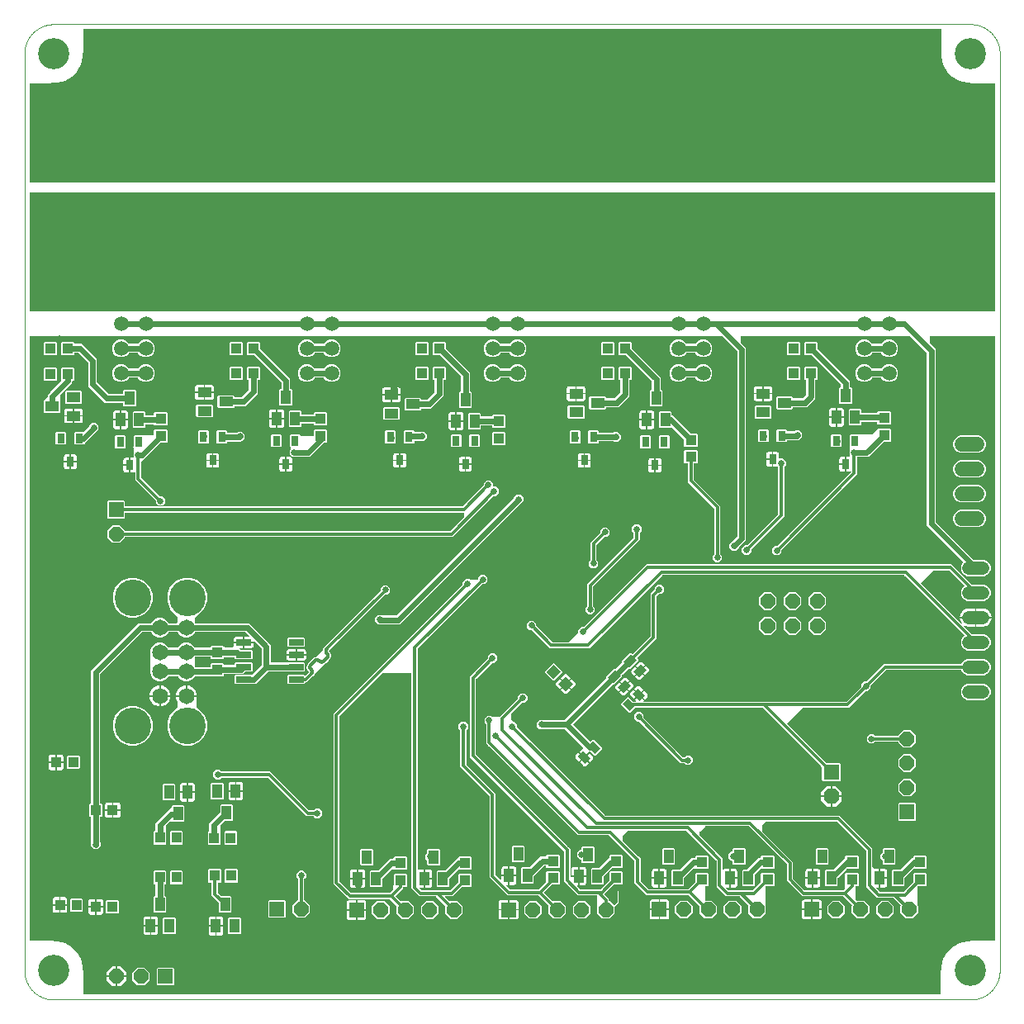
<source format=gbl>
G04 EAGLE Gerber RS-274X export*
G75*
%MOMM*%
%FSLAX34Y34*%
%LPD*%
%INBottom layer*%
%IPPOS*%
%AMOC8*
5,1,8,0,0,1.08239X$1,22.5*%
G01*
%ADD10C,0.000000*%
%ADD11C,3.200000*%
%ADD12R,1.500000X1.500000*%
%ADD13C,1.500000*%
%ADD14R,1.600000X1.600000*%
%ADD15P,1.731824X8X112.500000*%
%ADD16C,1.650000*%
%ADD17C,3.750000*%
%ADD18R,1.200000X1.200000*%
%ADD19C,1.200000*%
%ADD20R,1.040000X0.810000*%
%ADD21P,1.623585X8X202.500000*%
%ADD22R,1.050000X1.080000*%
%ADD23C,1.371600*%
%ADD24R,1.000000X1.100000*%
%ADD25R,1.500000X0.650000*%
%ADD26R,1.080000X1.050000*%
%ADD27P,1.623585X8X292.500000*%
%ADD28R,1.000000X1.400000*%
%ADD29R,1.400000X1.000000*%
%ADD30R,0.800000X1.000000*%
%ADD31P,1.649562X8X22.500000*%
%ADD32C,1.524000*%
%ADD33P,1.623585X8X22.500000*%
%ADD34P,1.623585X8X112.500000*%
%ADD35C,0.609600*%
%ADD36C,0.654800*%
%ADD37C,0.304800*%
%ADD38C,3.556000*%
%ADD39C,0.152400*%

G36*
X939288Y5092D02*
X939288Y5092D01*
X939339Y5094D01*
X939371Y5112D01*
X939407Y5120D01*
X939446Y5153D01*
X939491Y5177D01*
X939512Y5207D01*
X939540Y5230D01*
X939561Y5277D01*
X939591Y5319D01*
X939599Y5361D01*
X939611Y5389D01*
X939610Y5419D01*
X939618Y5461D01*
X939618Y30158D01*
X939888Y30428D01*
X939928Y30492D01*
X939972Y30554D01*
X939974Y30566D01*
X939979Y30575D01*
X939983Y30612D01*
X939999Y30697D01*
X939999Y33950D01*
X942044Y41580D01*
X945993Y48421D01*
X951579Y54007D01*
X958420Y57956D01*
X966050Y60001D01*
X969303Y60001D01*
X969377Y60018D01*
X969452Y60031D01*
X969462Y60038D01*
X969472Y60040D01*
X969501Y60064D01*
X969572Y60112D01*
X969842Y60382D01*
X994539Y60382D01*
X994589Y60393D01*
X994640Y60395D01*
X994672Y60413D01*
X994708Y60421D01*
X994747Y60454D01*
X994792Y60478D01*
X994813Y60508D01*
X994841Y60531D01*
X994862Y60578D01*
X994892Y60620D01*
X994900Y60662D01*
X994912Y60690D01*
X994911Y60720D01*
X994919Y60762D01*
X994919Y680000D01*
X994908Y680050D01*
X994906Y680101D01*
X994888Y680133D01*
X994880Y680169D01*
X994847Y680208D01*
X994823Y680253D01*
X994793Y680274D01*
X994770Y680302D01*
X994723Y680323D01*
X994681Y680353D01*
X994639Y680361D01*
X994611Y680373D01*
X994581Y680372D01*
X994539Y680380D01*
X929132Y680380D01*
X929082Y680369D01*
X929031Y680367D01*
X928999Y680349D01*
X928963Y680341D01*
X928924Y680308D01*
X928879Y680284D01*
X928858Y680254D01*
X928830Y680231D01*
X928809Y680184D01*
X928779Y680142D01*
X928771Y680100D01*
X928759Y680072D01*
X928760Y680042D01*
X928752Y680000D01*
X928752Y672693D01*
X928769Y672619D01*
X928782Y672544D01*
X928789Y672534D01*
X928791Y672524D01*
X928815Y672495D01*
X928863Y672424D01*
X934213Y667074D01*
X934213Y490382D01*
X934230Y490308D01*
X934243Y490233D01*
X934250Y490223D01*
X934252Y490213D01*
X934276Y490184D01*
X934324Y490113D01*
X973333Y451104D01*
X973397Y451064D01*
X973459Y451020D01*
X973471Y451018D01*
X973480Y451013D01*
X973517Y451009D01*
X973602Y450993D01*
X983885Y450993D01*
X986966Y449717D01*
X989325Y447358D01*
X990601Y444277D01*
X990601Y440943D01*
X989325Y437862D01*
X986966Y435503D01*
X983885Y434227D01*
X966835Y434227D01*
X963754Y435503D01*
X961395Y437862D01*
X960119Y440943D01*
X960119Y444277D01*
X961395Y447358D01*
X962501Y448464D01*
X962528Y448508D01*
X962563Y448545D01*
X962573Y448580D01*
X962593Y448611D01*
X962597Y448662D01*
X962612Y448711D01*
X962606Y448747D01*
X962609Y448784D01*
X962591Y448832D01*
X962582Y448882D01*
X962558Y448917D01*
X962548Y448946D01*
X962525Y448967D01*
X962501Y449002D01*
X927857Y483646D01*
X925067Y486436D01*
X925067Y663128D01*
X925050Y663202D01*
X925037Y663277D01*
X925030Y663287D01*
X925028Y663297D01*
X925004Y663326D01*
X924956Y663397D01*
X908084Y680269D01*
X908020Y680309D01*
X907958Y680353D01*
X907946Y680355D01*
X907937Y680360D01*
X907900Y680364D01*
X907815Y680380D01*
X734822Y680380D01*
X734772Y680369D01*
X734721Y680367D01*
X734689Y680349D01*
X734653Y680341D01*
X734614Y680308D01*
X734569Y680284D01*
X734548Y680254D01*
X734520Y680231D01*
X734499Y680184D01*
X734469Y680142D01*
X734461Y680100D01*
X734449Y680072D01*
X734450Y680042D01*
X734442Y680000D01*
X734442Y673963D01*
X734459Y673889D01*
X734472Y673814D01*
X734479Y673804D01*
X734481Y673794D01*
X734505Y673765D01*
X734553Y673694D01*
X739903Y668344D01*
X739903Y470836D01*
X732610Y463543D01*
X732598Y463524D01*
X732584Y463513D01*
X732567Y463475D01*
X732526Y463417D01*
X732524Y463405D01*
X732519Y463396D01*
X732515Y463359D01*
X732515Y463358D01*
X732513Y463354D01*
X732513Y463350D01*
X732499Y463274D01*
X732499Y463112D01*
X729688Y460301D01*
X725712Y460301D01*
X722901Y463112D01*
X722901Y467088D01*
X725712Y469899D01*
X725874Y469899D01*
X725948Y469916D01*
X726023Y469929D01*
X726033Y469936D01*
X726043Y469938D01*
X726072Y469962D01*
X726143Y470010D01*
X730646Y474513D01*
X730686Y474577D01*
X730730Y474639D01*
X730732Y474651D01*
X730737Y474660D01*
X730741Y474697D01*
X730757Y474782D01*
X730757Y664398D01*
X730740Y664472D01*
X730727Y664547D01*
X730720Y664557D01*
X730718Y664567D01*
X730694Y664596D01*
X730646Y664667D01*
X715044Y680269D01*
X714980Y680309D01*
X714918Y680353D01*
X714906Y680355D01*
X714897Y680360D01*
X714860Y680364D01*
X714775Y680380D01*
X5461Y680380D01*
X5411Y680369D01*
X5360Y680367D01*
X5328Y680349D01*
X5292Y680341D01*
X5253Y680308D01*
X5208Y680284D01*
X5187Y680254D01*
X5159Y680231D01*
X5138Y680184D01*
X5108Y680142D01*
X5100Y680100D01*
X5088Y680072D01*
X5089Y680042D01*
X5081Y680000D01*
X5081Y60762D01*
X5092Y60712D01*
X5094Y60661D01*
X5112Y60629D01*
X5120Y60593D01*
X5153Y60554D01*
X5177Y60509D01*
X5207Y60488D01*
X5230Y60460D01*
X5277Y60439D01*
X5319Y60409D01*
X5361Y60401D01*
X5389Y60389D01*
X5419Y60390D01*
X5461Y60382D01*
X30158Y60382D01*
X30428Y60112D01*
X30492Y60072D01*
X30554Y60028D01*
X30566Y60026D01*
X30575Y60021D01*
X30612Y60017D01*
X30697Y60001D01*
X33950Y60001D01*
X41580Y57956D01*
X48421Y54007D01*
X54007Y48421D01*
X57956Y41580D01*
X60001Y33950D01*
X60001Y30697D01*
X60018Y30623D01*
X60031Y30548D01*
X60038Y30538D01*
X60040Y30528D01*
X60064Y30499D01*
X60112Y30428D01*
X60382Y30158D01*
X60382Y5461D01*
X60393Y5411D01*
X60395Y5360D01*
X60413Y5328D01*
X60421Y5292D01*
X60454Y5253D01*
X60478Y5208D01*
X60508Y5187D01*
X60531Y5159D01*
X60578Y5138D01*
X60620Y5108D01*
X60662Y5100D01*
X60690Y5088D01*
X60720Y5089D01*
X60762Y5081D01*
X939238Y5081D01*
X939288Y5092D01*
G37*
G36*
X994539Y837980D02*
X994539Y837980D01*
X994589Y837991D01*
X994640Y837993D01*
X994672Y838011D01*
X994708Y838019D01*
X994747Y838052D01*
X994792Y838076D01*
X994813Y838106D01*
X994841Y838129D01*
X994862Y838176D01*
X994892Y838218D01*
X994900Y838260D01*
X994912Y838288D01*
X994911Y838318D01*
X994919Y838360D01*
X994919Y939238D01*
X994908Y939288D01*
X994906Y939339D01*
X994888Y939371D01*
X994880Y939407D01*
X994847Y939446D01*
X994823Y939491D01*
X994793Y939512D01*
X994770Y939540D01*
X994723Y939561D01*
X994681Y939591D01*
X994639Y939599D01*
X994611Y939611D01*
X994581Y939610D01*
X994539Y939618D01*
X969842Y939618D01*
X969572Y939888D01*
X969508Y939928D01*
X969446Y939972D01*
X969434Y939974D01*
X969425Y939979D01*
X969388Y939983D01*
X969303Y939999D01*
X966050Y939999D01*
X958420Y942044D01*
X951579Y945993D01*
X945993Y951579D01*
X942044Y958420D01*
X939999Y966050D01*
X939999Y973950D01*
X940105Y974345D01*
X940107Y974383D01*
X940118Y974444D01*
X940118Y994539D01*
X940107Y994589D01*
X940105Y994640D01*
X940087Y994672D01*
X940079Y994708D01*
X940046Y994747D01*
X940022Y994792D01*
X939992Y994813D01*
X939969Y994841D01*
X939922Y994862D01*
X939880Y994892D01*
X939838Y994900D01*
X939810Y994912D01*
X939780Y994911D01*
X939738Y994919D01*
X60762Y994919D01*
X60712Y994908D01*
X60661Y994906D01*
X60629Y994888D01*
X60593Y994880D01*
X60554Y994847D01*
X60509Y994823D01*
X60488Y994793D01*
X60460Y994770D01*
X60439Y994723D01*
X60409Y994681D01*
X60401Y994639D01*
X60389Y994611D01*
X60390Y994581D01*
X60382Y994539D01*
X60382Y970842D01*
X60112Y970572D01*
X60099Y970552D01*
X60082Y970537D01*
X60063Y970495D01*
X60028Y970446D01*
X60026Y970434D01*
X60021Y970425D01*
X60018Y970394D01*
X60011Y970379D01*
X60012Y970360D01*
X60001Y970303D01*
X60001Y966050D01*
X57956Y958420D01*
X54007Y951579D01*
X48421Y945993D01*
X41580Y942044D01*
X33950Y939999D01*
X27762Y939999D01*
X27712Y939988D01*
X27661Y939986D01*
X27629Y939968D01*
X27593Y939960D01*
X27554Y939927D01*
X27509Y939903D01*
X27488Y939873D01*
X27460Y939850D01*
X27439Y939803D01*
X27409Y939761D01*
X27401Y939719D01*
X27389Y939691D01*
X27390Y939661D01*
X27382Y939619D01*
X27382Y939342D01*
X27158Y939118D01*
X26842Y939118D01*
X26453Y939507D01*
X26389Y939547D01*
X26327Y939591D01*
X26315Y939593D01*
X26306Y939598D01*
X26269Y939602D01*
X26184Y939618D01*
X5461Y939618D01*
X5411Y939607D01*
X5360Y939605D01*
X5328Y939587D01*
X5292Y939579D01*
X5253Y939546D01*
X5208Y939522D01*
X5187Y939492D01*
X5159Y939469D01*
X5138Y939422D01*
X5108Y939380D01*
X5100Y939338D01*
X5088Y939310D01*
X5089Y939280D01*
X5081Y939238D01*
X5081Y838360D01*
X5092Y838310D01*
X5094Y838259D01*
X5112Y838227D01*
X5120Y838191D01*
X5153Y838152D01*
X5177Y838107D01*
X5207Y838086D01*
X5230Y838058D01*
X5277Y838037D01*
X5319Y838007D01*
X5361Y837999D01*
X5389Y837987D01*
X5419Y837988D01*
X5461Y837980D01*
X994539Y837980D01*
G37*
G36*
X994589Y705451D02*
X994589Y705451D01*
X994640Y705453D01*
X994672Y705471D01*
X994708Y705479D01*
X994747Y705512D01*
X994792Y705536D01*
X994813Y705566D01*
X994841Y705589D01*
X994862Y705636D01*
X994892Y705678D01*
X994900Y705720D01*
X994912Y705748D01*
X994911Y705778D01*
X994919Y705820D01*
X994919Y827407D01*
X994908Y827457D01*
X994906Y827508D01*
X994888Y827540D01*
X994880Y827576D01*
X994847Y827615D01*
X994823Y827660D01*
X994793Y827681D01*
X994770Y827709D01*
X994723Y827730D01*
X994681Y827760D01*
X994639Y827768D01*
X994611Y827780D01*
X994581Y827779D01*
X994539Y827787D01*
X5461Y827787D01*
X5411Y827776D01*
X5360Y827774D01*
X5328Y827756D01*
X5292Y827748D01*
X5253Y827715D01*
X5208Y827691D01*
X5187Y827661D01*
X5159Y827638D01*
X5138Y827591D01*
X5108Y827549D01*
X5100Y827507D01*
X5088Y827479D01*
X5089Y827449D01*
X5081Y827407D01*
X5081Y705820D01*
X5092Y705770D01*
X5094Y705719D01*
X5112Y705687D01*
X5120Y705651D01*
X5153Y705612D01*
X5177Y705567D01*
X5207Y705546D01*
X5230Y705518D01*
X5277Y705497D01*
X5319Y705467D01*
X5361Y705459D01*
X5389Y705447D01*
X5419Y705448D01*
X5461Y705440D01*
X994539Y705440D01*
X994589Y705451D01*
G37*
%LPC*%
G36*
X697282Y83385D02*
X697282Y83385D01*
X691995Y88672D01*
X691995Y95556D01*
X691978Y95630D01*
X691965Y95704D01*
X691958Y95715D01*
X691956Y95724D01*
X691932Y95753D01*
X691884Y95825D01*
X680679Y107030D01*
X680614Y107070D01*
X680552Y107114D01*
X680540Y107116D01*
X680531Y107121D01*
X680494Y107125D01*
X680410Y107141D01*
X637547Y107141D01*
X625601Y119087D01*
X625601Y142090D01*
X625584Y142164D01*
X625571Y142238D01*
X625564Y142249D01*
X625562Y142258D01*
X625538Y142287D01*
X625490Y142359D01*
X599449Y168400D01*
X599384Y168440D01*
X599322Y168484D01*
X599310Y168486D01*
X599301Y168491D01*
X599264Y168495D01*
X599180Y168511D01*
X567561Y168511D01*
X565664Y170408D01*
X565664Y170409D01*
X475349Y260724D01*
X473451Y262621D01*
X473451Y282305D01*
X473439Y282359D01*
X473438Y282384D01*
X473431Y282396D01*
X473421Y282454D01*
X473414Y282464D01*
X473412Y282474D01*
X473388Y282502D01*
X473340Y282574D01*
X471701Y284212D01*
X471701Y288188D01*
X474512Y290999D01*
X478488Y290999D01*
X479493Y289993D01*
X479558Y289953D01*
X479620Y289909D01*
X479632Y289907D01*
X479640Y289902D01*
X479678Y289898D01*
X479762Y289882D01*
X487002Y289882D01*
X487076Y289899D01*
X487151Y289912D01*
X487161Y289919D01*
X487171Y289921D01*
X487200Y289945D01*
X487271Y289993D01*
X505885Y308607D01*
X505925Y308671D01*
X505968Y308733D01*
X505971Y308745D01*
X505976Y308754D01*
X505980Y308791D01*
X505985Y308819D01*
X505989Y308828D01*
X505989Y308838D01*
X505996Y308876D01*
X505996Y311193D01*
X508807Y314004D01*
X512782Y314004D01*
X515593Y311193D01*
X515593Y307218D01*
X512782Y304407D01*
X510465Y304407D01*
X510391Y304389D01*
X510316Y304376D01*
X510306Y304369D01*
X510296Y304367D01*
X510267Y304343D01*
X510196Y304295D01*
X499093Y293192D01*
X499081Y293173D01*
X499066Y293161D01*
X499049Y293122D01*
X499009Y293066D01*
X499007Y293053D01*
X499002Y293045D01*
X498998Y293009D01*
X498995Y293002D01*
X498996Y292995D01*
X498982Y292923D01*
X498982Y287616D01*
X498999Y287542D01*
X499004Y287512D01*
X499004Y287506D01*
X499006Y287504D01*
X499012Y287467D01*
X499019Y287457D01*
X499021Y287447D01*
X499045Y287418D01*
X499082Y287364D01*
X499087Y287354D01*
X499090Y287352D01*
X499093Y287347D01*
X501530Y284910D01*
X501594Y284870D01*
X501656Y284826D01*
X501668Y284824D01*
X501677Y284819D01*
X501714Y284815D01*
X501799Y284799D01*
X501988Y284799D01*
X504799Y281988D01*
X504799Y279670D01*
X504816Y279596D01*
X504829Y279522D01*
X504836Y279511D01*
X504838Y279502D01*
X504862Y279473D01*
X504910Y279401D01*
X595641Y188670D01*
X595706Y188630D01*
X595768Y188586D01*
X595780Y188584D01*
X595789Y188579D01*
X595826Y188575D01*
X595910Y188559D01*
X835753Y188559D01*
X869169Y155143D01*
X869169Y136729D01*
X869186Y136655D01*
X869199Y136580D01*
X869206Y136570D01*
X869208Y136560D01*
X869232Y136531D01*
X869280Y136460D01*
X871498Y134242D01*
X871562Y134202D01*
X871624Y134158D01*
X871636Y134156D01*
X871645Y134151D01*
X871682Y134147D01*
X871767Y134131D01*
X876179Y134131D01*
X876179Y124971D01*
X876190Y124921D01*
X876192Y124870D01*
X876210Y124838D01*
X876218Y124802D01*
X876251Y124763D01*
X876275Y124718D01*
X876305Y124697D01*
X876328Y124669D01*
X876375Y124648D01*
X876417Y124618D01*
X876459Y124610D01*
X876487Y124598D01*
X876517Y124599D01*
X876559Y124591D01*
X876941Y124591D01*
X876941Y124589D01*
X876559Y124589D01*
X876509Y124578D01*
X876458Y124576D01*
X876426Y124558D01*
X876390Y124550D01*
X876351Y124517D01*
X876306Y124493D01*
X876285Y124463D01*
X876257Y124439D01*
X876236Y124393D01*
X876206Y124351D01*
X876198Y124309D01*
X876186Y124281D01*
X876187Y124251D01*
X876179Y124209D01*
X876179Y115049D01*
X873244Y115049D01*
X873219Y115043D01*
X873194Y115046D01*
X873136Y115024D01*
X873076Y115010D01*
X873056Y114993D01*
X873032Y114984D01*
X872990Y114939D01*
X872942Y114900D01*
X872932Y114876D01*
X872914Y114857D01*
X872896Y114798D01*
X872871Y114741D01*
X872872Y114716D01*
X872865Y114691D01*
X872875Y114630D01*
X872878Y114568D01*
X872890Y114546D01*
X872895Y114520D01*
X872943Y114449D01*
X872961Y114416D01*
X872969Y114410D01*
X872976Y114400D01*
X876826Y110550D01*
X876890Y110510D01*
X876952Y110466D01*
X876964Y110464D01*
X876973Y110459D01*
X877010Y110455D01*
X877095Y110439D01*
X901130Y110439D01*
X901204Y110456D01*
X901278Y110469D01*
X901289Y110476D01*
X901298Y110478D01*
X901327Y110502D01*
X901399Y110550D01*
X911154Y120305D01*
X911194Y120370D01*
X911238Y120432D01*
X911240Y120444D01*
X911245Y120453D01*
X911249Y120490D01*
X911265Y120574D01*
X911265Y128912D01*
X912158Y129805D01*
X924222Y129805D01*
X925115Y128912D01*
X925115Y117148D01*
X924222Y116255D01*
X916362Y116255D01*
X916312Y116244D01*
X916261Y116242D01*
X916229Y116224D01*
X916193Y116216D01*
X916154Y116183D01*
X916109Y116159D01*
X916088Y116129D01*
X916060Y116106D01*
X916039Y116059D01*
X916009Y116017D01*
X916001Y115975D01*
X915989Y115947D01*
X915990Y115917D01*
X915982Y115875D01*
X915982Y96579D01*
X915999Y96505D01*
X916012Y96430D01*
X916019Y96420D01*
X916021Y96410D01*
X916045Y96381D01*
X916093Y96310D01*
X916255Y96148D01*
X916255Y88672D01*
X910968Y83385D01*
X903492Y83385D01*
X898205Y88672D01*
X898205Y96148D01*
X898424Y96367D01*
X898451Y96410D01*
X898486Y96448D01*
X898496Y96483D01*
X898515Y96514D01*
X898520Y96565D01*
X898535Y96614D01*
X898528Y96650D01*
X898532Y96686D01*
X898514Y96734D01*
X898505Y96784D01*
X898481Y96820D01*
X898470Y96848D01*
X898448Y96869D01*
X898424Y96905D01*
X891099Y104230D01*
X891034Y104270D01*
X890972Y104314D01*
X890960Y104316D01*
X890951Y104321D01*
X890914Y104325D01*
X890830Y104341D01*
X874411Y104341D01*
X863071Y115681D01*
X863071Y152460D01*
X863054Y152534D01*
X863041Y152608D01*
X863034Y152619D01*
X863032Y152628D01*
X863008Y152657D01*
X862960Y152729D01*
X833339Y182350D01*
X833274Y182390D01*
X833212Y182434D01*
X833200Y182436D01*
X833191Y182441D01*
X833154Y182445D01*
X833070Y182461D01*
X759959Y182461D01*
X759885Y182444D01*
X759810Y182431D01*
X759800Y182424D01*
X759790Y182422D01*
X759761Y182398D01*
X759690Y182350D01*
X756693Y179353D01*
X756653Y179289D01*
X756609Y179227D01*
X756607Y179215D01*
X756602Y179206D01*
X756598Y179169D01*
X756582Y179084D01*
X756582Y172727D01*
X756599Y172653D01*
X756612Y172579D01*
X756619Y172568D01*
X756621Y172559D01*
X756645Y172530D01*
X756693Y172458D01*
X787889Y141263D01*
X787889Y124310D01*
X787906Y124236D01*
X787919Y124162D01*
X787926Y124151D01*
X787928Y124142D01*
X787952Y124113D01*
X788000Y124041D01*
X799961Y112080D01*
X800026Y112040D01*
X800088Y111996D01*
X800100Y111994D01*
X800109Y111989D01*
X800146Y111985D01*
X800230Y111969D01*
X839300Y111969D01*
X839374Y111986D01*
X839448Y111999D01*
X839459Y112006D01*
X839468Y112008D01*
X839497Y112032D01*
X839569Y112080D01*
X841207Y113718D01*
X841247Y113783D01*
X841291Y113845D01*
X841293Y113857D01*
X841298Y113866D01*
X841302Y113903D01*
X841318Y113987D01*
X841318Y117367D01*
X841344Y117408D01*
X841388Y117470D01*
X841390Y117482D01*
X841395Y117491D01*
X841399Y117528D01*
X841403Y117551D01*
X841408Y117562D01*
X841408Y117574D01*
X841415Y117613D01*
X841415Y128912D01*
X842308Y129805D01*
X854372Y129805D01*
X855265Y128912D01*
X855265Y117148D01*
X854372Y116255D01*
X852462Y116255D01*
X852412Y116244D01*
X852361Y116242D01*
X852329Y116224D01*
X852293Y116216D01*
X852254Y116183D01*
X852209Y116159D01*
X852188Y116129D01*
X852160Y116106D01*
X852139Y116059D01*
X852109Y116017D01*
X852101Y115975D01*
X852089Y115947D01*
X852090Y115917D01*
X852082Y115875D01*
X852082Y103016D01*
X852099Y102942D01*
X852112Y102867D01*
X852119Y102857D01*
X852121Y102847D01*
X852145Y102818D01*
X852193Y102747D01*
X853394Y101546D01*
X853458Y101506D01*
X853520Y101462D01*
X853532Y101460D01*
X853541Y101455D01*
X853578Y101451D01*
X853663Y101435D01*
X860968Y101435D01*
X866255Y96148D01*
X866255Y88672D01*
X860968Y83385D01*
X853492Y83385D01*
X848205Y88672D01*
X848205Y96148D01*
X848424Y96367D01*
X848451Y96410D01*
X848486Y96448D01*
X848496Y96483D01*
X848515Y96514D01*
X848520Y96565D01*
X848535Y96614D01*
X848528Y96650D01*
X848532Y96686D01*
X848514Y96734D01*
X848505Y96784D01*
X848481Y96820D01*
X848470Y96848D01*
X848448Y96869D01*
X848424Y96905D01*
X839569Y105760D01*
X839504Y105800D01*
X839442Y105844D01*
X839430Y105846D01*
X839421Y105851D01*
X839384Y105855D01*
X839300Y105871D01*
X797547Y105871D01*
X781791Y121627D01*
X781791Y138580D01*
X781778Y138635D01*
X781778Y138649D01*
X781773Y138657D01*
X781761Y138728D01*
X781754Y138739D01*
X781752Y138748D01*
X781728Y138777D01*
X781680Y138849D01*
X742849Y177680D01*
X742784Y177720D01*
X742722Y177764D01*
X742710Y177766D01*
X742701Y177771D01*
X742664Y177775D01*
X742580Y177791D01*
X698489Y177791D01*
X698415Y177774D01*
X698340Y177761D01*
X698330Y177754D01*
X698320Y177752D01*
X698291Y177728D01*
X698220Y177680D01*
X692593Y172053D01*
X692553Y171989D01*
X692509Y171927D01*
X692507Y171915D01*
X692502Y171906D01*
X692498Y171869D01*
X692482Y171784D01*
X692482Y168087D01*
X692499Y168013D01*
X692512Y167939D01*
X692519Y167928D01*
X692521Y167919D01*
X692545Y167890D01*
X692593Y167818D01*
X715639Y144773D01*
X715639Y133470D01*
X715645Y133445D01*
X715642Y133419D01*
X715664Y133361D01*
X715678Y133301D01*
X715695Y133281D01*
X715704Y133257D01*
X715749Y133215D01*
X715788Y133167D01*
X715812Y133157D01*
X715831Y133139D01*
X715890Y133122D01*
X715947Y133097D01*
X715972Y133098D01*
X715997Y133090D01*
X716058Y133101D01*
X716120Y133103D01*
X716142Y133116D01*
X716168Y133120D01*
X716239Y133168D01*
X716272Y133186D01*
X716278Y133194D01*
X716288Y133201D01*
X716710Y133623D01*
X717289Y133958D01*
X717935Y134131D01*
X722509Y134131D01*
X722509Y124971D01*
X722520Y124921D01*
X722522Y124870D01*
X722540Y124838D01*
X722548Y124802D01*
X722581Y124763D01*
X722605Y124718D01*
X722635Y124697D01*
X722658Y124669D01*
X722705Y124648D01*
X722747Y124618D01*
X722789Y124610D01*
X722817Y124598D01*
X722847Y124599D01*
X722889Y124591D01*
X723271Y124591D01*
X723271Y124589D01*
X722889Y124589D01*
X722839Y124578D01*
X722788Y124576D01*
X722756Y124558D01*
X722720Y124550D01*
X722681Y124517D01*
X722636Y124493D01*
X722615Y124463D01*
X722587Y124439D01*
X722566Y124393D01*
X722536Y124351D01*
X722528Y124309D01*
X722516Y124281D01*
X722517Y124251D01*
X722509Y124209D01*
X722509Y115049D01*
X719610Y115049D01*
X719585Y115043D01*
X719559Y115046D01*
X719502Y115024D01*
X719442Y115010D01*
X719422Y114993D01*
X719398Y114984D01*
X719356Y114939D01*
X719308Y114900D01*
X719297Y114876D01*
X719280Y114857D01*
X719262Y114798D01*
X719237Y114741D01*
X719238Y114716D01*
X719231Y114691D01*
X719241Y114630D01*
X719244Y114568D01*
X719256Y114546D01*
X719260Y114520D01*
X719309Y114449D01*
X719326Y114416D01*
X719334Y114410D01*
X719341Y114400D01*
X721661Y112080D01*
X721726Y112040D01*
X721788Y111996D01*
X721800Y111994D01*
X721809Y111989D01*
X721846Y111985D01*
X721930Y111969D01*
X746450Y111969D01*
X746524Y111986D01*
X746598Y111999D01*
X746609Y112006D01*
X746618Y112008D01*
X746647Y112032D01*
X746719Y112080D01*
X754944Y120305D01*
X754984Y120370D01*
X755028Y120432D01*
X755030Y120444D01*
X755035Y120453D01*
X755039Y120490D01*
X755055Y120574D01*
X755055Y128912D01*
X755948Y129805D01*
X768012Y129805D01*
X768905Y128912D01*
X768905Y117148D01*
X768012Y116255D01*
X760262Y116255D01*
X760212Y116244D01*
X760161Y116242D01*
X760129Y116224D01*
X760093Y116216D01*
X760054Y116183D01*
X760009Y116159D01*
X759988Y116129D01*
X759960Y116106D01*
X759939Y116059D01*
X759909Y116017D01*
X759901Y115975D01*
X759889Y115947D01*
X759890Y115917D01*
X759882Y115875D01*
X759882Y96469D01*
X759899Y96395D01*
X759912Y96320D01*
X759919Y96310D01*
X759921Y96300D01*
X759945Y96271D01*
X759993Y96200D01*
X760045Y96148D01*
X760045Y88672D01*
X754758Y83385D01*
X747282Y83385D01*
X741995Y88672D01*
X741995Y96148D01*
X742214Y96367D01*
X742241Y96410D01*
X742276Y96448D01*
X742286Y96483D01*
X742305Y96514D01*
X742310Y96565D01*
X742325Y96614D01*
X742318Y96650D01*
X742322Y96686D01*
X742304Y96734D01*
X742295Y96784D01*
X742271Y96820D01*
X742260Y96848D01*
X742238Y96869D01*
X742214Y96905D01*
X733359Y105760D01*
X733294Y105800D01*
X733232Y105844D01*
X733220Y105846D01*
X733211Y105851D01*
X733174Y105855D01*
X733090Y105871D01*
X719247Y105871D01*
X709541Y115577D01*
X709541Y142090D01*
X709524Y142164D01*
X709511Y142238D01*
X709504Y142249D01*
X709502Y142258D01*
X709478Y142287D01*
X709430Y142359D01*
X678759Y173030D01*
X678694Y173070D01*
X678632Y173114D01*
X678620Y173116D01*
X678611Y173121D01*
X678574Y173125D01*
X678490Y173141D01*
X619139Y173141D01*
X619065Y173124D01*
X618990Y173111D01*
X618980Y173104D01*
X618970Y173102D01*
X618941Y173078D01*
X618870Y173030D01*
X613493Y167653D01*
X613453Y167589D01*
X613409Y167527D01*
X613407Y167515D01*
X613402Y167506D01*
X613398Y167469D01*
X613382Y167384D01*
X613382Y163247D01*
X613394Y163194D01*
X613395Y163164D01*
X613403Y163150D01*
X613412Y163099D01*
X613419Y163088D01*
X613421Y163079D01*
X613445Y163050D01*
X613493Y162978D01*
X629801Y146670D01*
X631699Y144773D01*
X631699Y121770D01*
X631716Y121696D01*
X631729Y121622D01*
X631736Y121611D01*
X631738Y121602D01*
X631762Y121573D01*
X631810Y121501D01*
X639961Y113350D01*
X640026Y113310D01*
X640088Y113266D01*
X640100Y113264D01*
X640109Y113259D01*
X640146Y113255D01*
X640230Y113239D01*
X680410Y113239D01*
X680484Y113256D01*
X680558Y113269D01*
X680569Y113276D01*
X680578Y113278D01*
X680607Y113302D01*
X680679Y113350D01*
X687634Y120305D01*
X687674Y120370D01*
X687718Y120432D01*
X687720Y120444D01*
X687725Y120453D01*
X687729Y120490D01*
X687745Y120574D01*
X687745Y128912D01*
X688638Y129805D01*
X700702Y129805D01*
X701595Y128912D01*
X701595Y117148D01*
X700702Y116255D01*
X698062Y116255D01*
X698012Y116244D01*
X697961Y116242D01*
X697929Y116224D01*
X697893Y116216D01*
X697854Y116183D01*
X697809Y116159D01*
X697788Y116129D01*
X697760Y116106D01*
X697739Y116059D01*
X697709Y116017D01*
X697701Y115975D01*
X697689Y115947D01*
X697690Y115917D01*
X697682Y115875D01*
X697682Y101815D01*
X697693Y101765D01*
X697695Y101714D01*
X697713Y101682D01*
X697721Y101646D01*
X697754Y101607D01*
X697778Y101562D01*
X697808Y101541D01*
X697831Y101513D01*
X697878Y101492D01*
X697920Y101462D01*
X697962Y101454D01*
X697990Y101442D01*
X698020Y101443D01*
X698062Y101435D01*
X704758Y101435D01*
X710045Y96148D01*
X710045Y88672D01*
X704758Y83385D01*
X697282Y83385D01*
G37*
%LPD*%
%LPC*%
G36*
X966835Y358027D02*
X966835Y358027D01*
X963754Y359303D01*
X961395Y361662D01*
X960119Y364743D01*
X960119Y368077D01*
X961395Y371158D01*
X963579Y373342D01*
X963606Y373385D01*
X963640Y373423D01*
X963651Y373458D01*
X963670Y373489D01*
X963675Y373540D01*
X963690Y373589D01*
X963683Y373625D01*
X963687Y373661D01*
X963669Y373709D01*
X963660Y373759D01*
X963636Y373795D01*
X963625Y373823D01*
X963603Y373844D01*
X963579Y373880D01*
X902320Y435138D01*
X902256Y435178D01*
X902194Y435222D01*
X902182Y435224D01*
X902173Y435229D01*
X902136Y435233D01*
X902052Y435249D01*
X654218Y435249D01*
X654144Y435232D01*
X654070Y435219D01*
X654059Y435212D01*
X654050Y435210D01*
X654021Y435186D01*
X653950Y435138D01*
X579287Y360475D01*
X538737Y360475D01*
X520599Y378614D01*
X520534Y378654D01*
X520472Y378698D01*
X520460Y378700D01*
X520451Y378705D01*
X520414Y378709D01*
X520330Y378725D01*
X518012Y378725D01*
X515201Y381536D01*
X515201Y385512D01*
X518012Y388323D01*
X521988Y388323D01*
X524799Y385512D01*
X524799Y383194D01*
X524816Y383120D01*
X524829Y383046D01*
X524836Y383035D01*
X524838Y383026D01*
X524862Y382997D01*
X524910Y382925D01*
X541151Y366684D01*
X541216Y366644D01*
X541278Y366600D01*
X541290Y366598D01*
X541299Y366593D01*
X541336Y366589D01*
X541420Y366573D01*
X558475Y366573D01*
X558549Y366590D01*
X558624Y366603D01*
X558634Y366610D01*
X558644Y366612D01*
X558673Y366636D01*
X558744Y366684D01*
X567888Y375828D01*
X567928Y375892D01*
X567972Y375954D01*
X567974Y375966D01*
X567979Y375975D01*
X567983Y376012D01*
X567999Y376097D01*
X567999Y379190D01*
X570810Y382001D01*
X573128Y382001D01*
X573202Y382018D01*
X573276Y382031D01*
X573287Y382038D01*
X573296Y382040D01*
X573325Y382064D01*
X573397Y382112D01*
X637563Y446279D01*
X950603Y446279D01*
X971177Y425704D01*
X971242Y425664D01*
X971304Y425620D01*
X971316Y425618D01*
X971325Y425613D01*
X971362Y425609D01*
X971446Y425593D01*
X983885Y425593D01*
X986966Y424317D01*
X989325Y421958D01*
X990601Y418877D01*
X990601Y415543D01*
X989325Y412462D01*
X986966Y410103D01*
X983885Y408827D01*
X966835Y408827D01*
X963754Y410103D01*
X961395Y412462D01*
X960119Y415543D01*
X960119Y418877D01*
X961395Y421958D01*
X963579Y424142D01*
X963606Y424185D01*
X963640Y424223D01*
X963651Y424258D01*
X963670Y424289D01*
X963675Y424340D01*
X963690Y424389D01*
X963683Y424425D01*
X963687Y424461D01*
X963669Y424509D01*
X963660Y424559D01*
X963636Y424595D01*
X963625Y424623D01*
X963603Y424644D01*
X963579Y424680D01*
X948189Y440070D01*
X948124Y440110D01*
X948062Y440154D01*
X948050Y440156D01*
X948041Y440161D01*
X948004Y440165D01*
X947920Y440181D01*
X932079Y440181D01*
X932005Y440164D01*
X931930Y440151D01*
X931920Y440144D01*
X931910Y440142D01*
X931881Y440118D01*
X931810Y440070D01*
X919180Y427440D01*
X919153Y427396D01*
X919118Y427359D01*
X919108Y427324D01*
X919088Y427292D01*
X919083Y427242D01*
X919069Y427193D01*
X919075Y427157D01*
X919072Y427120D01*
X919090Y427072D01*
X919099Y427022D01*
X919122Y426987D01*
X919133Y426958D01*
X919156Y426937D01*
X919176Y426907D01*
X919177Y426905D01*
X919180Y426902D01*
X960362Y385720D01*
X960404Y385693D01*
X960441Y385659D01*
X960477Y385648D01*
X960509Y385628D01*
X960559Y385624D01*
X960607Y385609D01*
X960644Y385615D01*
X960681Y385612D01*
X960728Y385630D01*
X960778Y385638D01*
X960808Y385660D01*
X960843Y385673D01*
X960877Y385710D01*
X960918Y385740D01*
X960936Y385773D01*
X960961Y385801D01*
X960975Y385849D01*
X960999Y385893D01*
X961000Y385931D01*
X961010Y385967D01*
X961002Y386016D01*
X961003Y386066D01*
X960986Y386107D01*
X960981Y386137D01*
X960961Y386167D01*
X960947Y386200D01*
X960173Y387358D01*
X959464Y389069D01*
X959103Y390884D01*
X959103Y391049D01*
X974599Y391049D01*
X974599Y382411D01*
X967576Y382411D01*
X965761Y382772D01*
X964050Y383481D01*
X962892Y384255D01*
X962845Y384272D01*
X962802Y384299D01*
X962765Y384303D01*
X962730Y384316D01*
X962680Y384311D01*
X962630Y384316D01*
X962595Y384302D01*
X962557Y384298D01*
X962515Y384272D01*
X962468Y384254D01*
X962442Y384226D01*
X962410Y384206D01*
X962384Y384164D01*
X962350Y384127D01*
X962339Y384091D01*
X962320Y384059D01*
X962315Y384009D01*
X962301Y383961D01*
X962307Y383924D01*
X962304Y383886D01*
X962322Y383839D01*
X962331Y383790D01*
X962355Y383754D01*
X962366Y383725D01*
X962392Y383699D01*
X962412Y383670D01*
X971177Y374904D01*
X971242Y374864D01*
X971304Y374820D01*
X971316Y374818D01*
X971325Y374813D01*
X971362Y374809D01*
X971446Y374793D01*
X983885Y374793D01*
X986966Y373517D01*
X989325Y371158D01*
X990601Y368077D01*
X990601Y364743D01*
X989325Y361662D01*
X986966Y359303D01*
X983885Y358027D01*
X966835Y358027D01*
G37*
%LPD*%
%LPC*%
G36*
X386702Y82885D02*
X386702Y82885D01*
X381415Y88172D01*
X381415Y95648D01*
X381634Y95867D01*
X381661Y95910D01*
X381696Y95948D01*
X381706Y95983D01*
X381725Y96014D01*
X381730Y96065D01*
X381745Y96114D01*
X381738Y96150D01*
X381742Y96186D01*
X381724Y96234D01*
X381715Y96284D01*
X381691Y96320D01*
X381680Y96348D01*
X381658Y96369D01*
X381634Y96405D01*
X375024Y103015D01*
X374959Y103055D01*
X374897Y103099D01*
X374885Y103101D01*
X374876Y103106D01*
X374839Y103110D01*
X374755Y103126D01*
X332562Y103126D01*
X316951Y118737D01*
X316951Y293253D01*
X449422Y425723D01*
X449462Y425788D01*
X449506Y425850D01*
X449508Y425862D01*
X449513Y425871D01*
X449517Y425908D01*
X449522Y425936D01*
X449526Y425945D01*
X449526Y425955D01*
X449533Y425992D01*
X449533Y428310D01*
X452344Y431121D01*
X456320Y431121D01*
X456447Y430993D01*
X456512Y430953D01*
X456574Y430909D01*
X456586Y430907D01*
X456595Y430902D01*
X456632Y430898D01*
X456716Y430882D01*
X464821Y430882D01*
X464871Y430893D01*
X464922Y430895D01*
X464954Y430913D01*
X464990Y430921D01*
X465029Y430954D01*
X465074Y430978D01*
X465095Y431008D01*
X465123Y431031D01*
X465144Y431078D01*
X465174Y431120D01*
X465182Y431162D01*
X465194Y431190D01*
X465193Y431220D01*
X465201Y431262D01*
X465201Y432882D01*
X468012Y435693D01*
X471988Y435693D01*
X474799Y432882D01*
X474799Y428906D01*
X471988Y426095D01*
X469670Y426095D01*
X469596Y426078D01*
X469522Y426065D01*
X469511Y426058D01*
X469502Y426056D01*
X469473Y426032D01*
X469401Y425984D01*
X403160Y359743D01*
X403147Y359721D01*
X403127Y359704D01*
X403106Y359658D01*
X403076Y359616D01*
X403074Y359604D01*
X403069Y359595D01*
X403066Y359570D01*
X403056Y359546D01*
X403057Y359516D01*
X403049Y359474D01*
X403049Y133469D01*
X403063Y133408D01*
X403069Y133345D01*
X403083Y133324D01*
X403088Y133300D01*
X403128Y133252D01*
X403162Y133199D01*
X403183Y133186D01*
X403198Y133167D01*
X403256Y133141D01*
X403310Y133108D01*
X403334Y133106D01*
X403357Y133096D01*
X403419Y133098D01*
X403482Y133093D01*
X403508Y133102D01*
X403530Y133103D01*
X403563Y133120D01*
X403619Y133140D01*
X404169Y133458D01*
X404815Y133631D01*
X409389Y133631D01*
X409389Y124471D01*
X409400Y124421D01*
X409402Y124370D01*
X409420Y124338D01*
X409428Y124302D01*
X409461Y124263D01*
X409485Y124218D01*
X409515Y124197D01*
X409538Y124169D01*
X409585Y124148D01*
X409627Y124118D01*
X409669Y124110D01*
X409697Y124098D01*
X409727Y124099D01*
X409769Y124091D01*
X410151Y124091D01*
X410151Y124089D01*
X409769Y124089D01*
X409719Y124078D01*
X409668Y124076D01*
X409636Y124058D01*
X409600Y124050D01*
X409561Y124017D01*
X409516Y123993D01*
X409495Y123963D01*
X409467Y123939D01*
X409446Y123893D01*
X409416Y123851D01*
X409408Y123809D01*
X409396Y123781D01*
X409397Y123751D01*
X409389Y123709D01*
X409389Y114549D01*
X405680Y114549D01*
X405655Y114543D01*
X405629Y114546D01*
X405572Y114524D01*
X405512Y114510D01*
X405492Y114493D01*
X405468Y114484D01*
X405426Y114439D01*
X405378Y114400D01*
X405367Y114376D01*
X405350Y114357D01*
X405332Y114298D01*
X405307Y114241D01*
X405308Y114216D01*
X405301Y114191D01*
X405311Y114130D01*
X405314Y114068D01*
X405326Y114046D01*
X405330Y114020D01*
X405379Y113949D01*
X405396Y113916D01*
X405404Y113910D01*
X405411Y113900D01*
X407241Y112070D01*
X407306Y112030D01*
X407368Y111986D01*
X407380Y111984D01*
X407389Y111979D01*
X407426Y111975D01*
X407510Y111959D01*
X436360Y111959D01*
X436434Y111976D01*
X436508Y111989D01*
X436519Y111996D01*
X436528Y111998D01*
X436557Y112022D01*
X436629Y112070D01*
X444364Y119805D01*
X444404Y119870D01*
X444448Y119932D01*
X444450Y119944D01*
X444455Y119953D01*
X444459Y119990D01*
X444475Y120074D01*
X444475Y128412D01*
X445368Y129305D01*
X457432Y129305D01*
X458325Y128412D01*
X458325Y116648D01*
X457432Y115755D01*
X449094Y115755D01*
X449020Y115738D01*
X448946Y115725D01*
X448935Y115718D01*
X448926Y115716D01*
X448897Y115692D01*
X448825Y115644D01*
X439043Y105861D01*
X431718Y105861D01*
X431693Y105855D01*
X431667Y105858D01*
X431610Y105836D01*
X431550Y105822D01*
X431530Y105805D01*
X431506Y105796D01*
X431464Y105751D01*
X431416Y105712D01*
X431405Y105688D01*
X431388Y105669D01*
X431370Y105610D01*
X431345Y105553D01*
X431346Y105528D01*
X431339Y105503D01*
X431349Y105442D01*
X431352Y105380D01*
X431364Y105358D01*
X431368Y105332D01*
X431417Y105261D01*
X431434Y105228D01*
X431442Y105222D01*
X431449Y105212D01*
X435945Y100716D01*
X435989Y100689D01*
X436026Y100654D01*
X436061Y100644D01*
X436093Y100625D01*
X436143Y100620D01*
X436192Y100605D01*
X436229Y100612D01*
X436265Y100608D01*
X436313Y100626D01*
X436363Y100635D01*
X436398Y100659D01*
X436427Y100670D01*
X436448Y100692D01*
X436483Y100716D01*
X436702Y100935D01*
X444178Y100935D01*
X449465Y95648D01*
X449465Y88172D01*
X444178Y82885D01*
X436702Y82885D01*
X431415Y88172D01*
X431415Y95648D01*
X431634Y95867D01*
X431661Y95910D01*
X431696Y95948D01*
X431706Y95983D01*
X431725Y96014D01*
X431730Y96065D01*
X431745Y96114D01*
X431738Y96150D01*
X431742Y96186D01*
X431724Y96234D01*
X431715Y96284D01*
X431691Y96320D01*
X431680Y96348D01*
X431658Y96369D01*
X431634Y96405D01*
X422289Y105750D01*
X422224Y105790D01*
X422162Y105834D01*
X422150Y105836D01*
X422141Y105841D01*
X422104Y105845D01*
X422020Y105861D01*
X404827Y105861D01*
X396951Y113737D01*
X396951Y334538D01*
X396940Y334588D01*
X396938Y334639D01*
X396920Y334671D01*
X396912Y334707D01*
X396879Y334746D01*
X396855Y334791D01*
X396825Y334812D01*
X396802Y334840D01*
X396755Y334861D01*
X396713Y334891D01*
X396671Y334899D01*
X396643Y334911D01*
X396613Y334910D01*
X396571Y334918D01*
X367397Y334918D01*
X367323Y334901D01*
X367249Y334888D01*
X367238Y334881D01*
X367229Y334879D01*
X367200Y334855D01*
X367128Y334807D01*
X323160Y290838D01*
X323120Y290774D01*
X323076Y290712D01*
X323074Y290700D01*
X323069Y290691D01*
X323065Y290654D01*
X323049Y290570D01*
X323049Y121420D01*
X323061Y121367D01*
X323062Y121337D01*
X323070Y121322D01*
X323079Y121272D01*
X323086Y121261D01*
X323088Y121252D01*
X323112Y121223D01*
X323160Y121151D01*
X334976Y109335D01*
X335041Y109295D01*
X335103Y109251D01*
X335115Y109249D01*
X335124Y109244D01*
X335161Y109240D01*
X335245Y109224D01*
X374755Y109224D01*
X374829Y109241D01*
X374903Y109254D01*
X374914Y109261D01*
X374923Y109263D01*
X374952Y109287D01*
X375024Y109335D01*
X378307Y112618D01*
X378347Y112683D01*
X378391Y112745D01*
X378393Y112757D01*
X378398Y112766D01*
X378402Y112803D01*
X378418Y112887D01*
X378418Y117042D01*
X378419Y117048D01*
X378435Y117133D01*
X378435Y128412D01*
X379328Y129305D01*
X391392Y129305D01*
X392285Y128412D01*
X392285Y116648D01*
X391392Y115755D01*
X388789Y115755D01*
X388739Y115744D01*
X388688Y115742D01*
X388656Y115724D01*
X388620Y115716D01*
X388581Y115683D01*
X388536Y115659D01*
X388515Y115629D01*
X388487Y115606D01*
X388466Y115559D01*
X388436Y115517D01*
X388428Y115475D01*
X388416Y115447D01*
X388416Y115427D01*
X388416Y115426D01*
X388416Y115413D01*
X388409Y115375D01*
X388409Y114097D01*
X380755Y106444D01*
X380729Y106401D01*
X380694Y106363D01*
X380683Y106328D01*
X380664Y106297D01*
X380659Y106246D01*
X380645Y106197D01*
X380651Y106161D01*
X380647Y106124D01*
X380666Y106077D01*
X380674Y106026D01*
X380698Y105991D01*
X380709Y105962D01*
X380732Y105941D01*
X380755Y105906D01*
X385945Y100716D01*
X385989Y100689D01*
X386026Y100654D01*
X386061Y100644D01*
X386093Y100625D01*
X386143Y100620D01*
X386192Y100605D01*
X386229Y100612D01*
X386265Y100608D01*
X386313Y100626D01*
X386363Y100635D01*
X386398Y100659D01*
X386427Y100670D01*
X386448Y100692D01*
X386483Y100716D01*
X386702Y100935D01*
X394178Y100935D01*
X399465Y95648D01*
X399465Y88172D01*
X394178Y82885D01*
X386702Y82885D01*
G37*
%LPD*%
%LPC*%
G36*
X71126Y154213D02*
X71126Y154213D01*
X68315Y157024D01*
X68315Y161000D01*
X68366Y161050D01*
X68406Y161115D01*
X68450Y161177D01*
X68452Y161189D01*
X68457Y161197D01*
X68461Y161235D01*
X68477Y161319D01*
X68477Y186895D01*
X68466Y186945D01*
X68464Y186996D01*
X68446Y187028D01*
X68438Y187064D01*
X68405Y187103D01*
X68381Y187148D01*
X68351Y187169D01*
X68328Y187197D01*
X68281Y187218D01*
X68239Y187248D01*
X68197Y187256D01*
X68169Y187268D01*
X68139Y187267D01*
X68097Y187275D01*
X67168Y187275D01*
X66275Y188168D01*
X66275Y200232D01*
X67168Y201125D01*
X68047Y201125D01*
X68097Y201136D01*
X68148Y201138D01*
X68180Y201156D01*
X68216Y201164D01*
X68255Y201197D01*
X68300Y201221D01*
X68321Y201251D01*
X68349Y201274D01*
X68370Y201321D01*
X68400Y201363D01*
X68408Y201405D01*
X68420Y201433D01*
X68419Y201463D01*
X68427Y201505D01*
X68427Y337484D01*
X116926Y385983D01*
X130030Y385983D01*
X130092Y385997D01*
X130155Y386004D01*
X130175Y386017D01*
X130199Y386022D01*
X130248Y386063D01*
X130301Y386097D01*
X130316Y386119D01*
X130332Y386132D01*
X130348Y386167D01*
X130381Y386217D01*
X130683Y386947D01*
X133433Y389697D01*
X137026Y391185D01*
X140914Y391185D01*
X144507Y389697D01*
X147257Y386947D01*
X147559Y386217D01*
X147596Y386166D01*
X147626Y386110D01*
X147646Y386096D01*
X147660Y386077D01*
X147716Y386047D01*
X147768Y386010D01*
X147794Y386005D01*
X147813Y385995D01*
X147851Y385994D01*
X147910Y385983D01*
X156238Y385983D01*
X156288Y385994D01*
X156339Y385996D01*
X156371Y386014D01*
X156407Y386022D01*
X156446Y386055D01*
X156491Y386079D01*
X156512Y386109D01*
X156540Y386132D01*
X156561Y386179D01*
X156591Y386221D01*
X156599Y386263D01*
X156611Y386291D01*
X156610Y386321D01*
X156618Y386363D01*
X156618Y392684D01*
X156601Y392758D01*
X156588Y392833D01*
X156581Y392843D01*
X156579Y392853D01*
X156555Y392882D01*
X156507Y392953D01*
X149618Y399842D01*
X149618Y400158D01*
X149691Y400231D01*
X149725Y400285D01*
X149765Y400334D01*
X149770Y400358D01*
X149783Y400378D01*
X149789Y400442D01*
X149803Y400503D01*
X149797Y400530D01*
X149799Y400551D01*
X149786Y400586D01*
X149774Y400645D01*
X146695Y408077D01*
X146695Y416143D01*
X149782Y423595D01*
X155485Y429298D01*
X162937Y432385D01*
X171003Y432385D01*
X178455Y429298D01*
X184158Y423595D01*
X187245Y416143D01*
X187245Y408077D01*
X184158Y400625D01*
X178455Y394922D01*
X178116Y394782D01*
X178065Y394745D01*
X178009Y394714D01*
X177995Y394695D01*
X177976Y394681D01*
X177946Y394625D01*
X177909Y394573D01*
X177904Y394546D01*
X177894Y394528D01*
X177893Y394490D01*
X177882Y394431D01*
X177882Y394342D01*
X174993Y391453D01*
X174953Y391389D01*
X174909Y391327D01*
X174907Y391315D01*
X174902Y391306D01*
X174898Y391269D01*
X174882Y391184D01*
X174882Y386363D01*
X174893Y386313D01*
X174895Y386262D01*
X174913Y386230D01*
X174921Y386194D01*
X174954Y386155D01*
X174978Y386110D01*
X175008Y386089D01*
X175031Y386061D01*
X175078Y386040D01*
X175120Y386010D01*
X175162Y386002D01*
X175190Y385990D01*
X175220Y385991D01*
X175262Y385983D01*
X230484Y385983D01*
X252573Y363894D01*
X252573Y345953D01*
X252584Y345903D01*
X252586Y345852D01*
X252604Y345820D01*
X252612Y345784D01*
X252645Y345745D01*
X252669Y345700D01*
X252699Y345679D01*
X252722Y345651D01*
X252769Y345630D01*
X252811Y345600D01*
X252853Y345592D01*
X252881Y345580D01*
X252911Y345581D01*
X252953Y345573D01*
X267899Y345573D01*
X267950Y345541D01*
X268012Y345497D01*
X268024Y345495D01*
X268033Y345490D01*
X268070Y345486D01*
X268155Y345470D01*
X270304Y345470D01*
X270378Y345487D01*
X270453Y345500D01*
X270463Y345507D01*
X270473Y345509D01*
X270501Y345533D01*
X270573Y345581D01*
X270663Y345672D01*
X286927Y345672D01*
X287820Y344779D01*
X287820Y337015D01*
X286927Y336122D01*
X270663Y336122D01*
X270573Y336213D01*
X270508Y336253D01*
X270446Y336297D01*
X270434Y336299D01*
X270426Y336304D01*
X270389Y336308D01*
X270304Y336324D01*
X264204Y336324D01*
X264153Y336356D01*
X264091Y336400D01*
X264079Y336402D01*
X264070Y336407D01*
X264033Y336411D01*
X263948Y336427D01*
X250052Y336427D01*
X249978Y336410D01*
X249903Y336397D01*
X249893Y336390D01*
X249883Y336388D01*
X249854Y336364D01*
X249783Y336316D01*
X237091Y323624D01*
X233286Y323624D01*
X233212Y323607D01*
X233137Y323594D01*
X233127Y323587D01*
X233117Y323585D01*
X233089Y323561D01*
X233017Y323513D01*
X232927Y323422D01*
X216663Y323422D01*
X215770Y324315D01*
X215770Y332079D01*
X216663Y332972D01*
X232927Y332972D01*
X232947Y332951D01*
X232990Y332925D01*
X233028Y332890D01*
X233063Y332879D01*
X233094Y332860D01*
X233145Y332855D01*
X233194Y332841D01*
X233230Y332847D01*
X233266Y332843D01*
X233314Y332862D01*
X233364Y332870D01*
X233400Y332894D01*
X233428Y332905D01*
X233449Y332928D01*
X233485Y332951D01*
X243316Y342783D01*
X243356Y342847D01*
X243400Y342909D01*
X243402Y342921D01*
X243407Y342930D01*
X243411Y342967D01*
X243427Y343052D01*
X243427Y359948D01*
X243410Y360022D01*
X243397Y360097D01*
X243390Y360107D01*
X243388Y360117D01*
X243364Y360146D01*
X243316Y360217D01*
X235485Y368048D01*
X235463Y368062D01*
X235447Y368082D01*
X235390Y368107D01*
X235338Y368140D01*
X235312Y368142D01*
X235288Y368153D01*
X235227Y368150D01*
X235165Y368156D01*
X235141Y368147D01*
X235115Y368146D01*
X235061Y368117D01*
X235003Y368095D01*
X234986Y368076D01*
X234963Y368063D01*
X234928Y368013D01*
X234886Y367968D01*
X234878Y367943D01*
X234863Y367922D01*
X234847Y367837D01*
X234836Y367801D01*
X234838Y367792D01*
X234836Y367779D01*
X234836Y367058D01*
X225556Y367058D01*
X225556Y372088D01*
X230527Y372088D01*
X230553Y372094D01*
X230578Y372091D01*
X230636Y372113D01*
X230696Y372127D01*
X230716Y372144D01*
X230740Y372153D01*
X230782Y372198D01*
X230830Y372237D01*
X230840Y372261D01*
X230858Y372280D01*
X230875Y372339D01*
X230901Y372396D01*
X230900Y372421D01*
X230907Y372446D01*
X230896Y372507D01*
X230894Y372569D01*
X230882Y372591D01*
X230877Y372617D01*
X230829Y372688D01*
X230811Y372721D01*
X230803Y372727D01*
X230796Y372737D01*
X226807Y376726D01*
X226743Y376766D01*
X226681Y376810D01*
X226669Y376812D01*
X226660Y376817D01*
X226623Y376821D01*
X226538Y376837D01*
X175010Y376837D01*
X174948Y376823D01*
X174885Y376816D01*
X174865Y376803D01*
X174841Y376798D01*
X174792Y376757D01*
X174739Y376723D01*
X174724Y376701D01*
X174708Y376688D01*
X174692Y376653D01*
X174659Y376603D01*
X174357Y375873D01*
X171607Y373123D01*
X168014Y371635D01*
X164126Y371635D01*
X160533Y373123D01*
X157783Y375873D01*
X157481Y376603D01*
X157444Y376654D01*
X157414Y376710D01*
X157394Y376724D01*
X157380Y376743D01*
X157324Y376773D01*
X157272Y376810D01*
X157246Y376815D01*
X157227Y376825D01*
X157189Y376826D01*
X157130Y376837D01*
X147910Y376837D01*
X147848Y376823D01*
X147785Y376816D01*
X147765Y376803D01*
X147741Y376798D01*
X147692Y376757D01*
X147639Y376723D01*
X147624Y376701D01*
X147608Y376688D01*
X147592Y376653D01*
X147559Y376603D01*
X147257Y375873D01*
X144507Y373123D01*
X140914Y371635D01*
X137026Y371635D01*
X133433Y373123D01*
X130683Y375873D01*
X130381Y376603D01*
X130344Y376654D01*
X130314Y376710D01*
X130294Y376724D01*
X130280Y376743D01*
X130224Y376773D01*
X130172Y376810D01*
X130146Y376815D01*
X130127Y376825D01*
X130089Y376826D01*
X130030Y376837D01*
X120872Y376837D01*
X120798Y376820D01*
X120723Y376807D01*
X120713Y376800D01*
X120703Y376798D01*
X120674Y376774D01*
X120603Y376726D01*
X77684Y333807D01*
X77644Y333743D01*
X77600Y333681D01*
X77598Y333669D01*
X77593Y333660D01*
X77589Y333623D01*
X77573Y333538D01*
X77573Y201505D01*
X77584Y201455D01*
X77586Y201404D01*
X77604Y201372D01*
X77612Y201336D01*
X77645Y201297D01*
X77669Y201252D01*
X77699Y201231D01*
X77722Y201203D01*
X77769Y201182D01*
X77811Y201152D01*
X77853Y201144D01*
X77881Y201132D01*
X77911Y201133D01*
X77953Y201125D01*
X78932Y201125D01*
X79825Y200232D01*
X79825Y188168D01*
X78932Y187275D01*
X78003Y187275D01*
X77953Y187264D01*
X77902Y187262D01*
X77870Y187244D01*
X77834Y187236D01*
X77795Y187203D01*
X77750Y187179D01*
X77729Y187149D01*
X77701Y187126D01*
X77680Y187079D01*
X77650Y187037D01*
X77642Y186995D01*
X77630Y186967D01*
X77631Y186937D01*
X77623Y186895D01*
X77623Y161447D01*
X77640Y161373D01*
X77653Y161298D01*
X77660Y161288D01*
X77662Y161278D01*
X77686Y161250D01*
X77734Y161178D01*
X77913Y161000D01*
X77913Y157024D01*
X75102Y154213D01*
X71126Y154213D01*
G37*
%LPD*%
%LPC*%
G36*
X90392Y468395D02*
X90392Y468395D01*
X85105Y473682D01*
X85105Y481158D01*
X90392Y486445D01*
X97868Y486445D01*
X103155Y481158D01*
X103155Y480849D01*
X103166Y480799D01*
X103168Y480748D01*
X103186Y480716D01*
X103194Y480680D01*
X103227Y480641D01*
X103251Y480596D01*
X103281Y480575D01*
X103304Y480547D01*
X103351Y480526D01*
X103393Y480496D01*
X103435Y480488D01*
X103463Y480476D01*
X103493Y480477D01*
X103535Y480469D01*
X436300Y480469D01*
X436374Y480486D01*
X436448Y480499D01*
X436459Y480506D01*
X436468Y480508D01*
X436497Y480532D01*
X436569Y480580D01*
X450607Y494618D01*
X450647Y494683D01*
X450691Y494745D01*
X450693Y494757D01*
X450698Y494766D01*
X450702Y494803D01*
X450718Y494887D01*
X450718Y498991D01*
X450707Y499041D01*
X450705Y499092D01*
X450687Y499124D01*
X450679Y499160D01*
X450646Y499199D01*
X450622Y499244D01*
X450592Y499265D01*
X450569Y499293D01*
X450522Y499314D01*
X450480Y499344D01*
X450438Y499352D01*
X450410Y499364D01*
X450380Y499363D01*
X450338Y499371D01*
X103535Y499371D01*
X103485Y499360D01*
X103434Y499358D01*
X103402Y499340D01*
X103366Y499332D01*
X103327Y499299D01*
X103282Y499275D01*
X103261Y499245D01*
X103233Y499222D01*
X103212Y499175D01*
X103182Y499133D01*
X103174Y499091D01*
X103162Y499063D01*
X103163Y499033D01*
X103155Y498991D01*
X103155Y494288D01*
X102262Y493395D01*
X85998Y493395D01*
X85105Y494288D01*
X85105Y510552D01*
X85998Y511445D01*
X102262Y511445D01*
X103155Y510552D01*
X103155Y505849D01*
X103166Y505799D01*
X103168Y505748D01*
X103186Y505716D01*
X103194Y505680D01*
X103227Y505641D01*
X103251Y505596D01*
X103281Y505575D01*
X103304Y505547D01*
X103351Y505526D01*
X103393Y505496D01*
X103435Y505488D01*
X103463Y505476D01*
X103493Y505477D01*
X103535Y505469D01*
X449166Y505469D01*
X449240Y505486D01*
X449314Y505499D01*
X449325Y505506D01*
X449334Y505508D01*
X449363Y505532D01*
X449435Y505580D01*
X470823Y526968D01*
X470863Y527033D01*
X470907Y527095D01*
X470909Y527107D01*
X470914Y527116D01*
X470918Y527153D01*
X470934Y527237D01*
X470934Y529555D01*
X473745Y532366D01*
X477721Y532366D01*
X480532Y529555D01*
X480532Y526379D01*
X480543Y526329D01*
X480545Y526278D01*
X480563Y526246D01*
X480571Y526210D01*
X480604Y526171D01*
X480628Y526126D01*
X480658Y526105D01*
X480681Y526077D01*
X480728Y526056D01*
X480770Y526026D01*
X480812Y526018D01*
X480840Y526006D01*
X480870Y526007D01*
X480912Y525999D01*
X483488Y525999D01*
X486299Y523188D01*
X486299Y519212D01*
X483488Y516401D01*
X481170Y516401D01*
X481096Y516384D01*
X481022Y516371D01*
X481011Y516364D01*
X481002Y516362D01*
X480973Y516338D01*
X480901Y516290D01*
X440880Y476269D01*
X440880Y476268D01*
X438983Y474371D01*
X103535Y474371D01*
X103485Y474360D01*
X103434Y474358D01*
X103402Y474340D01*
X103366Y474332D01*
X103327Y474299D01*
X103282Y474275D01*
X103261Y474245D01*
X103233Y474222D01*
X103212Y474175D01*
X103182Y474133D01*
X103174Y474091D01*
X103162Y474063D01*
X103163Y474033D01*
X103155Y473991D01*
X103155Y473682D01*
X97868Y468395D01*
X90392Y468395D01*
G37*
%LPD*%
%LPC*%
G36*
X818698Y223855D02*
X818698Y223855D01*
X817805Y224748D01*
X817805Y238436D01*
X817788Y238510D01*
X817775Y238584D01*
X817768Y238595D01*
X817766Y238604D01*
X817742Y238633D01*
X817694Y238705D01*
X757150Y299249D01*
X757085Y299289D01*
X757023Y299332D01*
X757011Y299335D01*
X757003Y299340D01*
X756966Y299344D01*
X756881Y299360D01*
X626528Y299360D01*
X626454Y299343D01*
X626379Y299330D01*
X626369Y299323D01*
X626359Y299321D01*
X626330Y299297D01*
X626259Y299249D01*
X621354Y294343D01*
X620090Y294343D01*
X611843Y302590D01*
X611843Y303854D01*
X618464Y310474D01*
X619727Y310474D01*
X624633Y305569D01*
X624697Y305529D01*
X624759Y305485D01*
X624771Y305483D01*
X624780Y305478D01*
X624817Y305474D01*
X624901Y305458D01*
X626986Y305458D01*
X627011Y305463D01*
X627037Y305461D01*
X627095Y305483D01*
X627155Y305497D01*
X627175Y305513D01*
X627199Y305523D01*
X627241Y305568D01*
X627288Y305607D01*
X627299Y305631D01*
X627317Y305650D01*
X627334Y305709D01*
X627359Y305765D01*
X627358Y305791D01*
X627366Y305816D01*
X627355Y305877D01*
X627353Y305938D01*
X627340Y305961D01*
X627336Y305987D01*
X627288Y306058D01*
X627270Y306091D01*
X627262Y306096D01*
X627255Y306107D01*
X625969Y307393D01*
X630091Y311515D01*
X635026Y306579D01*
X634554Y306107D01*
X634545Y306092D01*
X634541Y306089D01*
X634538Y306083D01*
X634520Y306068D01*
X634495Y306012D01*
X634462Y305959D01*
X634460Y305934D01*
X634449Y305910D01*
X634452Y305848D01*
X634446Y305787D01*
X634455Y305763D01*
X634456Y305737D01*
X634485Y305683D01*
X634507Y305625D01*
X634526Y305608D01*
X634539Y305585D01*
X634589Y305549D01*
X634634Y305507D01*
X634659Y305500D01*
X634680Y305485D01*
X634765Y305469D01*
X634801Y305458D01*
X634811Y305460D01*
X634823Y305458D01*
X842578Y305458D01*
X842652Y305475D01*
X842727Y305488D01*
X842737Y305495D01*
X842747Y305497D01*
X842776Y305521D01*
X842847Y305569D01*
X857940Y320661D01*
X857980Y320726D01*
X858024Y320788D01*
X858026Y320800D01*
X858031Y320809D01*
X858035Y320846D01*
X858051Y320930D01*
X858051Y323248D01*
X860862Y326059D01*
X863180Y326059D01*
X863254Y326076D01*
X863328Y326089D01*
X863339Y326096D01*
X863348Y326098D01*
X863377Y326122D01*
X863449Y326170D01*
X881337Y344059D01*
X960437Y344059D01*
X960499Y344073D01*
X960562Y344080D01*
X960583Y344093D01*
X960606Y344098D01*
X960655Y344139D01*
X960709Y344173D01*
X960724Y344195D01*
X960740Y344208D01*
X960755Y344243D01*
X960789Y344293D01*
X961395Y345758D01*
X963754Y348117D01*
X966835Y349393D01*
X983885Y349393D01*
X986966Y348117D01*
X989325Y345758D01*
X990601Y342677D01*
X990601Y339343D01*
X989325Y336262D01*
X986966Y333903D01*
X983885Y332627D01*
X966835Y332627D01*
X963754Y333903D01*
X961395Y336262D01*
X960789Y337727D01*
X960752Y337778D01*
X960721Y337834D01*
X960702Y337848D01*
X960688Y337867D01*
X960631Y337897D01*
X960580Y337934D01*
X960553Y337939D01*
X960535Y337949D01*
X960497Y337950D01*
X960437Y337961D01*
X884020Y337961D01*
X883946Y337944D01*
X883872Y337931D01*
X883861Y337924D01*
X883852Y337922D01*
X883823Y337898D01*
X883751Y337850D01*
X867760Y321859D01*
X867720Y321794D01*
X867676Y321732D01*
X867674Y321720D01*
X867669Y321711D01*
X867665Y321674D01*
X867649Y321590D01*
X867649Y319272D01*
X864838Y316461D01*
X862520Y316461D01*
X862446Y316444D01*
X862372Y316431D01*
X862361Y316424D01*
X862352Y316422D01*
X862323Y316398D01*
X862251Y316350D01*
X845262Y299360D01*
X798557Y299360D01*
X798483Y299343D01*
X798409Y299330D01*
X798399Y299323D01*
X798389Y299321D01*
X798360Y299297D01*
X798289Y299249D01*
X782300Y283260D01*
X782273Y283216D01*
X782238Y283179D01*
X782228Y283144D01*
X782208Y283112D01*
X782203Y283062D01*
X782189Y283013D01*
X782195Y282977D01*
X782192Y282940D01*
X782210Y282892D01*
X782219Y282842D01*
X782242Y282807D01*
X782253Y282778D01*
X782276Y282757D01*
X782300Y282722D01*
X822005Y243016D01*
X822070Y242976D01*
X822132Y242932D01*
X822144Y242930D01*
X822153Y242925D01*
X822190Y242921D01*
X822274Y242905D01*
X835962Y242905D01*
X836855Y242012D01*
X836855Y224748D01*
X835962Y223855D01*
X818698Y223855D01*
G37*
%LPD*%
%LPC*%
G36*
X137026Y326635D02*
X137026Y326635D01*
X133433Y328123D01*
X130683Y330873D01*
X129195Y334466D01*
X129195Y338354D01*
X129289Y338581D01*
X129290Y338583D01*
X129291Y338585D01*
X129318Y338727D01*
X129318Y353912D01*
X129321Y353916D01*
X129327Y353980D01*
X129341Y354042D01*
X129336Y354068D01*
X129338Y354089D01*
X129324Y354124D01*
X129312Y354184D01*
X129195Y354466D01*
X129195Y358354D01*
X130683Y361947D01*
X133433Y364697D01*
X137026Y366185D01*
X140914Y366185D01*
X144507Y364697D01*
X147257Y361947D01*
X147559Y361217D01*
X147596Y361166D01*
X147626Y361110D01*
X147646Y361096D01*
X147660Y361077D01*
X147716Y361047D01*
X147768Y361010D01*
X147794Y361005D01*
X147813Y360995D01*
X147851Y360994D01*
X147910Y360983D01*
X157130Y360983D01*
X157192Y360997D01*
X157255Y361004D01*
X157275Y361017D01*
X157299Y361022D01*
X157348Y361063D01*
X157401Y361097D01*
X157416Y361119D01*
X157432Y361132D01*
X157448Y361167D01*
X157481Y361217D01*
X157783Y361947D01*
X160533Y364697D01*
X164126Y366185D01*
X168014Y366185D01*
X171607Y364697D01*
X174357Y361947D01*
X174659Y361217D01*
X174696Y361166D01*
X174726Y361110D01*
X174746Y361096D01*
X174760Y361077D01*
X174816Y361047D01*
X174868Y361010D01*
X174894Y361005D01*
X174913Y360995D01*
X174951Y360994D01*
X175010Y360983D01*
X190515Y360983D01*
X190565Y360994D01*
X190616Y360996D01*
X190648Y361014D01*
X190684Y361022D01*
X190723Y361055D01*
X190768Y361079D01*
X190789Y361109D01*
X190817Y361132D01*
X190838Y361179D01*
X190868Y361221D01*
X190876Y361263D01*
X190888Y361291D01*
X190888Y361302D01*
X190888Y361303D01*
X190888Y361323D01*
X190895Y361363D01*
X190895Y361752D01*
X191788Y362645D01*
X203852Y362645D01*
X204774Y361722D01*
X204776Y361719D01*
X204784Y361683D01*
X204817Y361644D01*
X204841Y361599D01*
X204871Y361578D01*
X204894Y361550D01*
X204941Y361529D01*
X204983Y361499D01*
X205025Y361491D01*
X205053Y361479D01*
X205083Y361480D01*
X205125Y361472D01*
X214014Y361472D01*
X214088Y361489D01*
X214163Y361502D01*
X214173Y361509D01*
X214183Y361511D01*
X214212Y361535D01*
X214283Y361583D01*
X214738Y362038D01*
X214759Y362071D01*
X214787Y362098D01*
X214804Y362144D01*
X214830Y362185D01*
X214833Y362224D01*
X214847Y362261D01*
X214843Y362320D01*
X214846Y362358D01*
X214839Y362378D01*
X214837Y362405D01*
X214754Y362712D01*
X214754Y365536D01*
X224034Y365536D01*
X224034Y360506D01*
X220953Y360506D01*
X220927Y360500D01*
X220902Y360503D01*
X220844Y360481D01*
X220784Y360467D01*
X220764Y360450D01*
X220740Y360441D01*
X220698Y360396D01*
X220650Y360357D01*
X220640Y360333D01*
X220622Y360314D01*
X220605Y360255D01*
X220579Y360198D01*
X220580Y360173D01*
X220573Y360148D01*
X220584Y360087D01*
X220586Y360025D01*
X220598Y360003D01*
X220603Y359977D01*
X220651Y359906D01*
X220669Y359873D01*
X220677Y359867D01*
X220684Y359857D01*
X222053Y358488D01*
X222117Y358448D01*
X222179Y358404D01*
X222192Y358402D01*
X222200Y358397D01*
X222237Y358393D01*
X222322Y358377D01*
X226619Y358377D01*
X226645Y358372D01*
X232927Y358372D01*
X233820Y357479D01*
X233820Y349715D01*
X232927Y348822D01*
X216663Y348822D01*
X215770Y349715D01*
X215770Y350917D01*
X215759Y350967D01*
X215757Y351018D01*
X215739Y351050D01*
X215731Y351086D01*
X215698Y351125D01*
X215674Y351170D01*
X215644Y351191D01*
X215621Y351219D01*
X215574Y351240D01*
X215532Y351270D01*
X215490Y351278D01*
X215462Y351290D01*
X215432Y351289D01*
X215390Y351297D01*
X205125Y351297D01*
X205075Y351286D01*
X205024Y351284D01*
X204992Y351266D01*
X204956Y351258D01*
X204917Y351225D01*
X204872Y351201D01*
X204851Y351171D01*
X204823Y351148D01*
X204802Y351101D01*
X204772Y351059D01*
X204764Y351017D01*
X204752Y350989D01*
X204753Y350959D01*
X204745Y350917D01*
X204745Y349988D01*
X203852Y349095D01*
X191788Y349095D01*
X190895Y349988D01*
X190895Y351457D01*
X190884Y351507D01*
X190882Y351558D01*
X190864Y351590D01*
X190856Y351626D01*
X190823Y351665D01*
X190799Y351710D01*
X190769Y351731D01*
X190746Y351759D01*
X190699Y351780D01*
X190657Y351810D01*
X190615Y351818D01*
X190587Y351830D01*
X190557Y351829D01*
X190515Y351837D01*
X175162Y351837D01*
X175112Y351826D01*
X175061Y351824D01*
X175029Y351806D01*
X174993Y351798D01*
X174954Y351765D01*
X174909Y351741D01*
X174888Y351711D01*
X174860Y351688D01*
X174839Y351641D01*
X174809Y351599D01*
X174801Y351557D01*
X174789Y351529D01*
X174790Y351499D01*
X174782Y351457D01*
X174782Y341363D01*
X174793Y341313D01*
X174795Y341262D01*
X174813Y341230D01*
X174821Y341194D01*
X174854Y341155D01*
X174878Y341110D01*
X174908Y341089D01*
X174931Y341061D01*
X174978Y341040D01*
X175020Y341010D01*
X175062Y341002D01*
X175090Y340990D01*
X175120Y340991D01*
X175162Y340983D01*
X190515Y340983D01*
X190565Y340994D01*
X190616Y340996D01*
X190648Y341014D01*
X190684Y341022D01*
X190723Y341055D01*
X190768Y341079D01*
X190789Y341109D01*
X190817Y341132D01*
X190838Y341179D01*
X190868Y341221D01*
X190876Y341263D01*
X190888Y341291D01*
X190887Y341321D01*
X190895Y341363D01*
X190895Y344252D01*
X191788Y345145D01*
X203852Y345145D01*
X204745Y344252D01*
X204745Y343323D01*
X204756Y343273D01*
X204758Y343222D01*
X204776Y343190D01*
X204784Y343154D01*
X204817Y343115D01*
X204841Y343070D01*
X204871Y343049D01*
X204894Y343021D01*
X204941Y343000D01*
X204983Y342970D01*
X205025Y342962D01*
X205053Y342950D01*
X205083Y342951D01*
X205125Y342943D01*
X215390Y342943D01*
X215440Y342954D01*
X215491Y342956D01*
X215523Y342974D01*
X215559Y342982D01*
X215598Y343015D01*
X215643Y343039D01*
X215664Y343069D01*
X215692Y343092D01*
X215713Y343139D01*
X215743Y343181D01*
X215751Y343223D01*
X215763Y343251D01*
X215762Y343281D01*
X215770Y343323D01*
X215770Y344779D01*
X216663Y345672D01*
X232927Y345672D01*
X233820Y344779D01*
X233820Y337015D01*
X232927Y336122D01*
X226645Y336122D01*
X226571Y336105D01*
X226496Y336092D01*
X226486Y336085D01*
X226476Y336083D01*
X226447Y336059D01*
X226376Y336011D01*
X224162Y333797D01*
X205125Y333797D01*
X205075Y333786D01*
X205024Y333784D01*
X204992Y333766D01*
X204956Y333758D01*
X204917Y333725D01*
X204872Y333701D01*
X204851Y333671D01*
X204823Y333648D01*
X204802Y333601D01*
X204772Y333559D01*
X204764Y333517D01*
X204752Y333489D01*
X204753Y333459D01*
X204745Y333417D01*
X204745Y332488D01*
X203852Y331595D01*
X191788Y331595D01*
X191658Y331726D01*
X191593Y331766D01*
X191531Y331810D01*
X191519Y331812D01*
X191511Y331817D01*
X191474Y331821D01*
X191389Y331837D01*
X175010Y331837D01*
X174948Y331823D01*
X174885Y331816D01*
X174865Y331803D01*
X174841Y331798D01*
X174792Y331757D01*
X174739Y331723D01*
X174724Y331701D01*
X174708Y331688D01*
X174692Y331653D01*
X174659Y331603D01*
X174357Y330873D01*
X171607Y328123D01*
X168014Y326635D01*
X164126Y326635D01*
X160533Y328123D01*
X157783Y330873D01*
X157481Y331603D01*
X157444Y331654D01*
X157414Y331710D01*
X157394Y331724D01*
X157380Y331743D01*
X157324Y331773D01*
X157272Y331810D01*
X157246Y331815D01*
X157227Y331825D01*
X157189Y331826D01*
X157130Y331837D01*
X147910Y331837D01*
X147848Y331823D01*
X147785Y331816D01*
X147765Y331803D01*
X147741Y331798D01*
X147692Y331757D01*
X147639Y331723D01*
X147624Y331701D01*
X147608Y331688D01*
X147592Y331653D01*
X147559Y331603D01*
X147257Y330873D01*
X144507Y328123D01*
X140914Y326635D01*
X137026Y326635D01*
G37*
%LPD*%
%LPC*%
G36*
X592534Y83175D02*
X592534Y83175D01*
X587247Y88462D01*
X587247Y95155D01*
X587230Y95229D01*
X587217Y95304D01*
X587210Y95314D01*
X587208Y95324D01*
X587184Y95353D01*
X587136Y95424D01*
X587118Y95442D01*
X587118Y106571D01*
X587107Y106621D01*
X587105Y106672D01*
X587087Y106704D01*
X587079Y106740D01*
X587046Y106779D01*
X587022Y106824D01*
X586992Y106845D01*
X586969Y106873D01*
X586922Y106894D01*
X586880Y106924D01*
X586838Y106932D01*
X586810Y106944D01*
X586780Y106943D01*
X586738Y106951D01*
X567347Y106951D01*
X553651Y120647D01*
X553651Y151880D01*
X553639Y151934D01*
X553638Y151958D01*
X553631Y151970D01*
X553621Y152028D01*
X553614Y152039D01*
X553612Y152048D01*
X553588Y152077D01*
X553540Y152149D01*
X456951Y248737D01*
X456951Y331263D01*
X475090Y349401D01*
X475130Y349466D01*
X475174Y349528D01*
X475176Y349540D01*
X475181Y349549D01*
X475185Y349586D01*
X475201Y349670D01*
X475201Y351988D01*
X478012Y354799D01*
X481988Y354799D01*
X484799Y351988D01*
X484799Y348012D01*
X481988Y345201D01*
X479670Y345201D01*
X479596Y345184D01*
X479522Y345171D01*
X479511Y345164D01*
X479502Y345162D01*
X479473Y345138D01*
X479401Y345090D01*
X463160Y328849D01*
X463120Y328784D01*
X463076Y328722D01*
X463074Y328710D01*
X463069Y328701D01*
X463065Y328664D01*
X463049Y328580D01*
X463049Y251420D01*
X463066Y251346D01*
X463079Y251272D01*
X463086Y251261D01*
X463088Y251252D01*
X463112Y251223D01*
X463160Y251151D01*
X557851Y156460D01*
X557852Y156460D01*
X559749Y154563D01*
X559749Y123330D01*
X559761Y123278D01*
X559762Y123238D01*
X559772Y123219D01*
X559779Y123181D01*
X559786Y123171D01*
X559788Y123161D01*
X559812Y123132D01*
X559860Y123061D01*
X560144Y122777D01*
X560166Y122763D01*
X560182Y122743D01*
X560239Y122718D01*
X560291Y122686D01*
X560317Y122683D01*
X560341Y122672D01*
X560402Y122675D01*
X560464Y122669D01*
X560488Y122678D01*
X560514Y122679D01*
X560568Y122709D01*
X560626Y122731D01*
X560643Y122749D01*
X560666Y122762D01*
X560701Y122812D01*
X560743Y122858D01*
X560751Y122882D01*
X560766Y122904D01*
X560782Y122988D01*
X560793Y123024D01*
X560791Y123034D01*
X560793Y123046D01*
X560793Y125825D01*
X567573Y125825D01*
X567573Y117045D01*
X566794Y117045D01*
X566769Y117039D01*
X566743Y117042D01*
X566685Y117020D01*
X566625Y117006D01*
X566605Y116989D01*
X566581Y116980D01*
X566539Y116935D01*
X566491Y116896D01*
X566481Y116872D01*
X566463Y116853D01*
X566446Y116794D01*
X566420Y116737D01*
X566421Y116712D01*
X566414Y116687D01*
X566425Y116626D01*
X566427Y116564D01*
X566439Y116542D01*
X566444Y116516D01*
X566492Y116445D01*
X566510Y116412D01*
X566518Y116406D01*
X566525Y116396D01*
X569761Y113160D01*
X569826Y113120D01*
X569888Y113076D01*
X569900Y113074D01*
X569908Y113069D01*
X569945Y113065D01*
X570030Y113049D01*
X590386Y113049D01*
X590460Y113066D01*
X590534Y113079D01*
X590545Y113086D01*
X590554Y113088D01*
X590583Y113112D01*
X590655Y113160D01*
X599384Y121889D01*
X599424Y121954D01*
X599468Y122016D01*
X599470Y122028D01*
X599475Y122037D01*
X599479Y122074D01*
X599495Y122158D01*
X599495Y130496D01*
X600388Y131389D01*
X612452Y131389D01*
X613345Y130496D01*
X613345Y118732D01*
X612452Y117839D01*
X604114Y117839D01*
X604040Y117822D01*
X603966Y117809D01*
X603955Y117802D01*
X603946Y117800D01*
X603917Y117776D01*
X603845Y117728D01*
X594966Y108849D01*
X594719Y108602D01*
X594692Y108559D01*
X594658Y108521D01*
X594647Y108486D01*
X594628Y108455D01*
X594623Y108404D01*
X594609Y108355D01*
X594615Y108319D01*
X594611Y108282D01*
X594630Y108235D01*
X594638Y108184D01*
X594662Y108149D01*
X594673Y108120D01*
X594696Y108100D01*
X594719Y108064D01*
X599321Y103463D01*
X599321Y101605D01*
X599332Y101555D01*
X599334Y101504D01*
X599352Y101472D01*
X599360Y101436D01*
X599393Y101397D01*
X599417Y101352D01*
X599447Y101331D01*
X599470Y101303D01*
X599517Y101282D01*
X599559Y101252D01*
X599601Y101244D01*
X599629Y101232D01*
X599659Y101233D01*
X599701Y101225D01*
X600010Y101225D01*
X604629Y96606D01*
X604672Y96579D01*
X604709Y96545D01*
X604745Y96534D01*
X604776Y96515D01*
X604827Y96510D01*
X604876Y96495D01*
X604912Y96502D01*
X604948Y96498D01*
X604996Y96516D01*
X605046Y96525D01*
X605082Y96549D01*
X605110Y96560D01*
X605131Y96582D01*
X605166Y96606D01*
X608607Y100047D01*
X608647Y100111D01*
X608691Y100173D01*
X608693Y100185D01*
X608698Y100194D01*
X608702Y100231D01*
X608718Y100316D01*
X608718Y111558D01*
X608942Y111782D01*
X609258Y111782D01*
X609482Y111558D01*
X609482Y99842D01*
X609147Y99507D01*
X605408Y95768D01*
X605368Y95704D01*
X605324Y95642D01*
X605322Y95630D01*
X605317Y95621D01*
X605313Y95584D01*
X605297Y95499D01*
X605297Y88462D01*
X600010Y83175D01*
X592534Y83175D01*
G37*
%LPD*%
%LPC*%
G36*
X568974Y254421D02*
X568974Y254421D01*
X571536Y256983D01*
X572115Y257317D01*
X572761Y257490D01*
X573325Y257490D01*
X573350Y257496D01*
X573376Y257494D01*
X573433Y257516D01*
X573494Y257530D01*
X573514Y257546D01*
X573538Y257555D01*
X573580Y257601D01*
X573627Y257640D01*
X573638Y257663D01*
X573655Y257682D01*
X573673Y257742D01*
X573698Y257798D01*
X573697Y257824D01*
X573705Y257849D01*
X573694Y257909D01*
X573692Y257971D01*
X573679Y257994D01*
X573675Y258019D01*
X573627Y258091D01*
X573609Y258123D01*
X573601Y258129D01*
X573594Y258139D01*
X554297Y277437D01*
X554232Y277477D01*
X554170Y277520D01*
X554158Y277523D01*
X554149Y277528D01*
X554112Y277532D01*
X554028Y277548D01*
X532488Y277548D01*
X532414Y277531D01*
X532339Y277518D01*
X532329Y277511D01*
X532319Y277508D01*
X532290Y277485D01*
X532219Y277437D01*
X532104Y277322D01*
X528129Y277322D01*
X525318Y280133D01*
X525318Y284108D01*
X528129Y286919D01*
X532104Y286919D01*
X532219Y286805D01*
X532284Y286765D01*
X532346Y286721D01*
X532358Y286719D01*
X532366Y286713D01*
X532403Y286710D01*
X532488Y286693D01*
X553608Y286693D01*
X553682Y286711D01*
X553757Y286724D01*
X553767Y286731D01*
X553777Y286733D01*
X553806Y286757D01*
X553877Y286805D01*
X596709Y329636D01*
X596749Y329701D01*
X596792Y329763D01*
X596795Y329775D01*
X596800Y329783D01*
X596803Y329820D01*
X596820Y329905D01*
X596820Y331165D01*
X605067Y339412D01*
X606326Y339412D01*
X606400Y339429D01*
X606475Y339442D01*
X606485Y339449D01*
X606495Y339451D01*
X606524Y339475D01*
X606595Y339523D01*
X612820Y345748D01*
X612860Y345812D01*
X612904Y345874D01*
X612906Y345886D01*
X612911Y345895D01*
X612915Y345932D01*
X612931Y346017D01*
X612931Y347276D01*
X621179Y355523D01*
X622442Y355523D01*
X623327Y354637D01*
X623371Y354611D01*
X623408Y354576D01*
X623436Y354568D01*
X623450Y354558D01*
X623458Y354557D01*
X623475Y354546D01*
X623525Y354541D01*
X623574Y354527D01*
X623596Y354530D01*
X623601Y354530D01*
X623611Y354533D01*
X623647Y354530D01*
X623695Y354548D01*
X623745Y354556D01*
X623763Y354568D01*
X623769Y354570D01*
X623783Y354581D01*
X623809Y354591D01*
X623830Y354614D01*
X623865Y354637D01*
X641778Y372550D01*
X641818Y372615D01*
X641862Y372677D01*
X641864Y372689D01*
X641869Y372697D01*
X641873Y372734D01*
X641889Y372819D01*
X641889Y416038D01*
X645971Y420119D01*
X646011Y420184D01*
X646055Y420246D01*
X646057Y420258D01*
X646062Y420267D01*
X646066Y420304D01*
X646082Y420388D01*
X646082Y422706D01*
X648893Y425517D01*
X652869Y425517D01*
X655680Y422706D01*
X655680Y418730D01*
X652869Y415919D01*
X650551Y415919D01*
X650477Y415902D01*
X650403Y415889D01*
X650392Y415882D01*
X650383Y415880D01*
X650354Y415856D01*
X650283Y415808D01*
X648098Y413623D01*
X648058Y413559D01*
X648014Y413497D01*
X648012Y413485D01*
X648007Y413476D01*
X648003Y413439D01*
X647987Y413355D01*
X647987Y370136D01*
X646089Y368239D01*
X628177Y350326D01*
X628150Y350283D01*
X628115Y350245D01*
X628105Y350210D01*
X628085Y350179D01*
X628080Y350128D01*
X628066Y350079D01*
X628072Y350043D01*
X628069Y350006D01*
X628087Y349959D01*
X628096Y349908D01*
X628119Y349873D01*
X628130Y349844D01*
X628153Y349824D01*
X628177Y349788D01*
X629062Y348902D01*
X629062Y347639D01*
X620815Y339392D01*
X619556Y339392D01*
X619482Y339375D01*
X619407Y339362D01*
X619397Y339355D01*
X619387Y339353D01*
X619358Y339329D01*
X619287Y339281D01*
X613062Y333056D01*
X613022Y332992D01*
X612978Y332930D01*
X612976Y332917D01*
X612971Y332909D01*
X612967Y332872D01*
X612951Y332787D01*
X612951Y331528D01*
X604704Y323281D01*
X603444Y323281D01*
X603370Y323263D01*
X603295Y323250D01*
X603285Y323244D01*
X603276Y323241D01*
X603247Y323217D01*
X603175Y323169D01*
X562605Y282599D01*
X562578Y282556D01*
X562544Y282519D01*
X562533Y282483D01*
X562514Y282452D01*
X562509Y282401D01*
X562495Y282352D01*
X562501Y282316D01*
X562497Y282280D01*
X562515Y282232D01*
X562524Y282182D01*
X562548Y282146D01*
X562559Y282118D01*
X562581Y282097D01*
X562605Y282062D01*
X580059Y264607D01*
X580103Y264580D01*
X580140Y264546D01*
X580175Y264535D01*
X580207Y264516D01*
X580257Y264511D01*
X580306Y264497D01*
X580343Y264503D01*
X580379Y264499D01*
X580427Y264518D01*
X580477Y264526D01*
X580512Y264550D01*
X580541Y264561D01*
X580562Y264584D01*
X580597Y264607D01*
X582646Y266657D01*
X583910Y266657D01*
X592157Y258410D01*
X592157Y257146D01*
X585536Y250526D01*
X584273Y250526D01*
X580891Y253907D01*
X580827Y253947D01*
X580765Y253991D01*
X580753Y253993D01*
X580744Y253998D01*
X580707Y254002D01*
X580623Y254018D01*
X578538Y254018D01*
X578513Y254013D01*
X578487Y254015D01*
X578429Y253993D01*
X578369Y253979D01*
X578349Y253963D01*
X578325Y253953D01*
X578283Y253908D01*
X578236Y253869D01*
X578225Y253845D01*
X578207Y253826D01*
X578190Y253767D01*
X578189Y253766D01*
X573909Y249485D01*
X568974Y254421D01*
G37*
%LPD*%
%LPC*%
G36*
X542534Y83175D02*
X542534Y83175D01*
X537247Y88462D01*
X537247Y95938D01*
X537466Y96157D01*
X537493Y96200D01*
X537528Y96238D01*
X537538Y96273D01*
X537557Y96304D01*
X537562Y96355D01*
X537577Y96404D01*
X537570Y96440D01*
X537574Y96476D01*
X537556Y96524D01*
X537547Y96574D01*
X537523Y96610D01*
X537512Y96638D01*
X537490Y96659D01*
X537466Y96695D01*
X527321Y106840D01*
X527256Y106880D01*
X527194Y106924D01*
X527182Y106926D01*
X527173Y106931D01*
X527136Y106935D01*
X527052Y106951D01*
X495307Y106951D01*
X476951Y125307D01*
X476951Y208580D01*
X476934Y208654D01*
X476921Y208728D01*
X476914Y208739D01*
X476912Y208748D01*
X476888Y208777D01*
X476840Y208849D01*
X446951Y238737D01*
X446951Y276105D01*
X446934Y276179D01*
X446921Y276254D01*
X446914Y276264D01*
X446912Y276274D01*
X446888Y276302D01*
X446840Y276374D01*
X445201Y278012D01*
X445201Y281988D01*
X448012Y284799D01*
X451988Y284799D01*
X454799Y281988D01*
X454799Y278012D01*
X453160Y276374D01*
X453120Y276309D01*
X453076Y276247D01*
X453074Y276235D01*
X453069Y276226D01*
X453065Y276189D01*
X453049Y276105D01*
X453049Y241420D01*
X453066Y241346D01*
X453079Y241272D01*
X453086Y241261D01*
X453088Y241252D01*
X453112Y241223D01*
X453160Y241151D01*
X483049Y211263D01*
X483049Y127990D01*
X483066Y127916D01*
X483079Y127842D01*
X483086Y127831D01*
X483088Y127822D01*
X483112Y127793D01*
X483160Y127721D01*
X488644Y122237D01*
X488666Y122224D01*
X488682Y122204D01*
X488739Y122179D01*
X488791Y122146D01*
X488817Y122144D01*
X488841Y122133D01*
X488902Y122135D01*
X488964Y122129D01*
X488988Y122139D01*
X489014Y122140D01*
X489068Y122169D01*
X489126Y122191D01*
X489143Y122210D01*
X489166Y122222D01*
X489201Y122273D01*
X489243Y122318D01*
X489251Y122343D01*
X489266Y122364D01*
X489282Y122449D01*
X489293Y122484D01*
X489291Y122494D01*
X489293Y122506D01*
X489293Y126297D01*
X496073Y126297D01*
X496073Y117517D01*
X494282Y117517D01*
X494257Y117511D01*
X494231Y117514D01*
X494174Y117492D01*
X494114Y117478D01*
X494094Y117461D01*
X494070Y117452D01*
X494028Y117407D01*
X493980Y117368D01*
X493969Y117344D01*
X493952Y117325D01*
X493934Y117266D01*
X493909Y117209D01*
X493910Y117184D01*
X493903Y117159D01*
X493913Y117098D01*
X493916Y117036D01*
X493928Y117014D01*
X493932Y116988D01*
X493981Y116917D01*
X493998Y116884D01*
X494006Y116878D01*
X494013Y116868D01*
X497721Y113160D01*
X497786Y113120D01*
X497848Y113076D01*
X497860Y113074D01*
X497869Y113069D01*
X497906Y113065D01*
X497990Y113049D01*
X527052Y113049D01*
X527126Y113066D01*
X527200Y113079D01*
X527211Y113086D01*
X527220Y113088D01*
X527249Y113112D01*
X527321Y113160D01*
X534856Y120695D01*
X534896Y120760D01*
X534940Y120822D01*
X534942Y120834D01*
X534947Y120843D01*
X534951Y120880D01*
X534967Y120964D01*
X534967Y130496D01*
X535860Y131389D01*
X547924Y131389D01*
X548817Y130496D01*
X548817Y118732D01*
X547924Y117839D01*
X540780Y117839D01*
X540706Y117822D01*
X540632Y117809D01*
X540621Y117802D01*
X540612Y117800D01*
X540583Y117776D01*
X540511Y117728D01*
X533052Y110269D01*
X533026Y110226D01*
X532991Y110188D01*
X532980Y110153D01*
X532961Y110122D01*
X532956Y110071D01*
X532942Y110022D01*
X532948Y109986D01*
X532944Y109949D01*
X532963Y109901D01*
X532971Y109851D01*
X532995Y109816D01*
X533006Y109787D01*
X533029Y109766D01*
X533052Y109731D01*
X541777Y101006D01*
X541821Y100979D01*
X541858Y100944D01*
X541890Y100935D01*
X541895Y100931D01*
X541899Y100931D01*
X541925Y100915D01*
X541975Y100910D01*
X542024Y100895D01*
X542061Y100902D01*
X542097Y100898D01*
X542145Y100916D01*
X542195Y100925D01*
X542221Y100942D01*
X542224Y100943D01*
X542231Y100949D01*
X542259Y100960D01*
X542280Y100982D01*
X542315Y101006D01*
X542534Y101225D01*
X550010Y101225D01*
X555297Y95938D01*
X555297Y88462D01*
X550010Y83175D01*
X542534Y83175D01*
G37*
%LPD*%
%LPC*%
G36*
X362512Y384701D02*
X362512Y384701D01*
X359701Y387512D01*
X359701Y391488D01*
X362512Y394299D01*
X366488Y394299D01*
X366822Y393964D01*
X366887Y393924D01*
X366949Y393880D01*
X366961Y393878D01*
X366969Y393873D01*
X367007Y393869D01*
X367091Y393853D01*
X381178Y393853D01*
X381252Y393870D01*
X381327Y393883D01*
X381337Y393890D01*
X381347Y393892D01*
X381376Y393916D01*
X381447Y393964D01*
X501820Y514337D01*
X501846Y514379D01*
X501853Y514385D01*
X501862Y514404D01*
X501904Y514463D01*
X501906Y514475D01*
X501911Y514484D01*
X501915Y514521D01*
X501915Y514523D01*
X501924Y514543D01*
X501923Y514565D01*
X501931Y514606D01*
X501931Y514768D01*
X504742Y517579D01*
X508718Y517579D01*
X511529Y514768D01*
X511529Y510792D01*
X508718Y507981D01*
X508556Y507981D01*
X508482Y507964D01*
X508407Y507951D01*
X508397Y507944D01*
X508387Y507942D01*
X508358Y507918D01*
X508287Y507870D01*
X385124Y384707D01*
X366651Y384707D01*
X366626Y384701D01*
X362512Y384701D01*
G37*
%LPD*%
%LPC*%
G36*
X769532Y455751D02*
X769532Y455751D01*
X766721Y458562D01*
X766721Y462538D01*
X769532Y465349D01*
X771850Y465349D01*
X771924Y465366D01*
X771998Y465379D01*
X772009Y465386D01*
X772018Y465388D01*
X772047Y465412D01*
X772119Y465460D01*
X847600Y540941D01*
X847640Y541006D01*
X847684Y541068D01*
X847686Y541080D01*
X847691Y541089D01*
X847695Y541126D01*
X847700Y541150D01*
X847704Y541161D01*
X847704Y541172D01*
X847711Y541210D01*
X847711Y541430D01*
X847697Y541491D01*
X847691Y541554D01*
X847677Y541575D01*
X847672Y541599D01*
X847632Y541647D01*
X847598Y541700D01*
X847577Y541713D01*
X847562Y541732D01*
X847504Y541758D01*
X847450Y541791D01*
X847426Y541793D01*
X847403Y541803D01*
X847340Y541801D01*
X847278Y541806D01*
X847252Y541797D01*
X847230Y541797D01*
X847197Y541779D01*
X847141Y541759D01*
X846991Y541672D01*
X846345Y541499D01*
X842771Y541499D01*
X842771Y548659D01*
X842760Y548709D01*
X842758Y548760D01*
X842740Y548792D01*
X842732Y548828D01*
X842699Y548867D01*
X842675Y548912D01*
X842645Y548933D01*
X842621Y548961D01*
X842575Y548982D01*
X842533Y549012D01*
X842491Y549020D01*
X842463Y549032D01*
X842433Y549031D01*
X842391Y549039D01*
X842009Y549039D01*
X842009Y549041D01*
X842391Y549041D01*
X842441Y549052D01*
X842492Y549054D01*
X842524Y549072D01*
X842560Y549080D01*
X842599Y549113D01*
X842644Y549137D01*
X842665Y549167D01*
X842693Y549191D01*
X842714Y549237D01*
X842744Y549279D01*
X842752Y549321D01*
X842764Y549349D01*
X842763Y549379D01*
X842771Y549421D01*
X842771Y556581D01*
X845538Y556581D01*
X845588Y556592D01*
X845639Y556594D01*
X845671Y556612D01*
X845707Y556620D01*
X845746Y556653D01*
X845791Y556677D01*
X845812Y556707D01*
X845840Y556730D01*
X845861Y556777D01*
X845891Y556819D01*
X845899Y556861D01*
X845911Y556889D01*
X845910Y556919D01*
X845918Y556961D01*
X845918Y559295D01*
X845934Y559316D01*
X845936Y559328D01*
X845941Y559337D01*
X845945Y559374D01*
X845951Y559405D01*
X845954Y559413D01*
X845954Y559421D01*
X845961Y559459D01*
X845961Y562441D01*
X845944Y562516D01*
X845931Y562590D01*
X845924Y562600D01*
X845922Y562610D01*
X845918Y562614D01*
X845918Y567884D01*
X845958Y567940D01*
X845960Y567952D01*
X845965Y567961D01*
X845969Y567998D01*
X845985Y568083D01*
X845985Y578672D01*
X846878Y579565D01*
X856142Y579565D01*
X856213Y579493D01*
X856278Y579453D01*
X856340Y579409D01*
X856352Y579407D01*
X856360Y579402D01*
X856397Y579398D01*
X856482Y579382D01*
X868884Y579382D01*
X868958Y579399D01*
X869033Y579412D01*
X869043Y579419D01*
X869053Y579421D01*
X869082Y579445D01*
X869153Y579493D01*
X874344Y584684D01*
X874369Y584725D01*
X874377Y584731D01*
X874387Y584752D01*
X874428Y584810D01*
X874428Y584815D01*
X875348Y585735D01*
X887412Y585735D01*
X888305Y584842D01*
X888305Y573078D01*
X887412Y572185D01*
X881230Y572185D01*
X881156Y572168D01*
X881081Y572155D01*
X881071Y572148D01*
X881061Y572146D01*
X881032Y572122D01*
X880961Y572074D01*
X865354Y556467D01*
X854189Y556467D01*
X854139Y556456D01*
X854088Y556454D01*
X854056Y556436D01*
X854020Y556428D01*
X853981Y556395D01*
X853936Y556371D01*
X853915Y556341D01*
X853887Y556318D01*
X853866Y556271D01*
X853836Y556229D01*
X853828Y556187D01*
X853816Y556159D01*
X853817Y556137D01*
X853816Y556135D01*
X853816Y556125D01*
X853809Y556087D01*
X853809Y538527D01*
X776430Y461149D01*
X776390Y461084D01*
X776346Y461022D01*
X776344Y461010D01*
X776339Y461001D01*
X776335Y460964D01*
X776319Y460880D01*
X776319Y458562D01*
X773508Y455751D01*
X769532Y455751D01*
G37*
%LPD*%
%LPC*%
G36*
X162937Y260435D02*
X162937Y260435D01*
X155485Y263522D01*
X149782Y269225D01*
X146695Y276677D01*
X146695Y284743D01*
X149782Y292195D01*
X155507Y297920D01*
X155547Y297984D01*
X155591Y298046D01*
X155593Y298058D01*
X155598Y298067D01*
X155602Y298104D01*
X155611Y298151D01*
X156507Y299047D01*
X156547Y299111D01*
X156591Y299173D01*
X156593Y299185D01*
X156598Y299194D01*
X156602Y299231D01*
X156618Y299316D01*
X156618Y306100D01*
X156614Y306117D01*
X156617Y306133D01*
X156583Y306253D01*
X156579Y306269D01*
X156577Y306270D01*
X156577Y306273D01*
X156070Y307268D01*
X155545Y308883D01*
X155279Y310561D01*
X155279Y310649D01*
X165689Y310649D01*
X165739Y310660D01*
X165790Y310662D01*
X165822Y310680D01*
X165858Y310688D01*
X165897Y310721D01*
X165942Y310745D01*
X165963Y310775D01*
X165991Y310798D01*
X166012Y310845D01*
X166041Y310887D01*
X166050Y310929D01*
X166062Y310957D01*
X166061Y310987D01*
X166069Y311029D01*
X166069Y311411D01*
X166071Y311411D01*
X166071Y311029D01*
X166083Y310979D01*
X166084Y310928D01*
X166102Y310896D01*
X166110Y310860D01*
X166143Y310821D01*
X166167Y310776D01*
X166197Y310755D01*
X166221Y310727D01*
X166267Y310706D01*
X166309Y310676D01*
X166351Y310668D01*
X166379Y310656D01*
X166409Y310657D01*
X166451Y310649D01*
X176861Y310649D01*
X176861Y310561D01*
X176595Y308883D01*
X176400Y308284D01*
X176397Y308246D01*
X176392Y308220D01*
X176389Y308212D01*
X176389Y308204D01*
X176382Y308167D01*
X176382Y300316D01*
X176399Y300242D01*
X176412Y300167D01*
X176419Y300157D01*
X176421Y300147D01*
X176445Y300118D01*
X176493Y300047D01*
X178382Y298158D01*
X178382Y298129D01*
X178399Y298055D01*
X178412Y297980D01*
X178419Y297970D01*
X178421Y297960D01*
X178445Y297931D01*
X178493Y297860D01*
X184158Y292195D01*
X187245Y284743D01*
X187245Y276677D01*
X184158Y269225D01*
X178455Y263522D01*
X171003Y260435D01*
X162937Y260435D01*
G37*
%LPD*%
%LPC*%
G36*
X106937Y391835D02*
X106937Y391835D01*
X99485Y394922D01*
X93782Y400625D01*
X90695Y408077D01*
X90695Y416143D01*
X93782Y423595D01*
X99485Y429298D01*
X106937Y432385D01*
X115003Y432385D01*
X122455Y429298D01*
X128158Y423595D01*
X131245Y416143D01*
X131245Y408077D01*
X128158Y400625D01*
X122455Y394922D01*
X115003Y391835D01*
X106937Y391835D01*
G37*
%LPD*%
%LPC*%
G36*
X106937Y260435D02*
X106937Y260435D01*
X99485Y263522D01*
X93782Y269225D01*
X90695Y276677D01*
X90695Y284743D01*
X93782Y292195D01*
X99485Y297898D01*
X106937Y300985D01*
X115003Y300985D01*
X122455Y297898D01*
X128158Y292195D01*
X131245Y284743D01*
X131245Y276677D01*
X128158Y269225D01*
X122455Y263522D01*
X115003Y260435D01*
X106937Y260435D01*
G37*
%LPD*%
%LPC*%
G36*
X102318Y607965D02*
X102318Y607965D01*
X101425Y608858D01*
X101425Y611537D01*
X101414Y611587D01*
X101412Y611638D01*
X101394Y611670D01*
X101386Y611706D01*
X101353Y611745D01*
X101329Y611790D01*
X101299Y611811D01*
X101276Y611839D01*
X101229Y611860D01*
X101187Y611890D01*
X101145Y611898D01*
X101117Y611910D01*
X101087Y611909D01*
X101045Y611917D01*
X82356Y611917D01*
X65277Y628996D01*
X65277Y652968D01*
X65260Y653042D01*
X65247Y653117D01*
X65240Y653127D01*
X65238Y653137D01*
X65214Y653166D01*
X65166Y653237D01*
X55367Y663036D01*
X55303Y663076D01*
X55241Y663120D01*
X55229Y663122D01*
X55220Y663127D01*
X55183Y663131D01*
X55098Y663147D01*
X51465Y663147D01*
X51415Y663136D01*
X51364Y663134D01*
X51332Y663116D01*
X51296Y663108D01*
X51257Y663075D01*
X51212Y663051D01*
X51191Y663021D01*
X51163Y662998D01*
X51142Y662951D01*
X51112Y662909D01*
X51104Y662867D01*
X51092Y662839D01*
X51093Y662809D01*
X51085Y662767D01*
X51085Y661688D01*
X50192Y660795D01*
X38428Y660795D01*
X37535Y661688D01*
X37535Y673752D01*
X38428Y674645D01*
X50192Y674645D01*
X51085Y673752D01*
X51085Y672673D01*
X51096Y672623D01*
X51098Y672572D01*
X51116Y672540D01*
X51124Y672504D01*
X51157Y672465D01*
X51181Y672420D01*
X51211Y672399D01*
X51234Y672371D01*
X51281Y672350D01*
X51323Y672320D01*
X51365Y672312D01*
X51393Y672300D01*
X51423Y672301D01*
X51465Y672293D01*
X59044Y672293D01*
X74423Y656914D01*
X74423Y632942D01*
X74440Y632868D01*
X74453Y632793D01*
X74460Y632783D01*
X74462Y632773D01*
X74486Y632744D01*
X74534Y632673D01*
X86033Y621174D01*
X86097Y621134D01*
X86159Y621090D01*
X86171Y621088D01*
X86180Y621083D01*
X86217Y621079D01*
X86302Y621063D01*
X101045Y621063D01*
X101095Y621074D01*
X101146Y621076D01*
X101178Y621094D01*
X101214Y621102D01*
X101253Y621135D01*
X101298Y621159D01*
X101319Y621189D01*
X101347Y621212D01*
X101368Y621259D01*
X101398Y621301D01*
X101406Y621343D01*
X101418Y621371D01*
X101417Y621392D01*
X101418Y621394D01*
X101418Y621405D01*
X101425Y621443D01*
X101425Y624122D01*
X102318Y625015D01*
X113582Y625015D01*
X114475Y624122D01*
X114475Y608858D01*
X113582Y607965D01*
X102318Y607965D01*
G37*
%LPD*%
%LPC*%
G36*
X270663Y323422D02*
X270663Y323422D01*
X269770Y324315D01*
X269770Y332079D01*
X270663Y332972D01*
X286927Y332972D01*
X287524Y332374D01*
X287568Y332347D01*
X287605Y332312D01*
X287640Y332302D01*
X287672Y332282D01*
X287722Y332278D01*
X287771Y332263D01*
X287808Y332269D01*
X287844Y332266D01*
X287892Y332284D01*
X287942Y332293D01*
X287977Y332317D01*
X288006Y332327D01*
X288027Y332350D01*
X288062Y332374D01*
X290646Y334957D01*
X291650Y335961D01*
X291663Y335983D01*
X291683Y336000D01*
X291694Y336023D01*
X291711Y336042D01*
X291722Y336078D01*
X291741Y336109D01*
X291744Y336134D01*
X291754Y336158D01*
X291753Y336184D01*
X291761Y336208D01*
X291754Y336245D01*
X291758Y336281D01*
X291749Y336305D01*
X291748Y336331D01*
X291735Y336354D01*
X291731Y336379D01*
X291707Y336414D01*
X291696Y336443D01*
X291677Y336461D01*
X291665Y336483D01*
X291657Y336489D01*
X291650Y336499D01*
X290423Y337727D01*
X290274Y338280D01*
X289524Y341080D01*
X290423Y344433D01*
X291650Y345660D01*
X292548Y346558D01*
X294313Y348324D01*
X295318Y349328D01*
X296545Y350555D01*
X298836Y351169D01*
X298837Y351170D01*
X298839Y351170D01*
X298915Y351211D01*
X298989Y351251D01*
X298990Y351252D01*
X298991Y351253D01*
X299039Y351321D01*
X299090Y351392D01*
X299090Y351393D01*
X299091Y351394D01*
X299118Y351537D01*
X299118Y351658D01*
X305844Y358384D01*
X305919Y358402D01*
X306002Y358421D01*
X306003Y358422D01*
X306005Y358422D01*
X306070Y358477D01*
X306136Y358531D01*
X306137Y358533D01*
X306138Y358533D01*
X306201Y358664D01*
X306768Y360778D01*
X307995Y362005D01*
X308910Y362920D01*
X365090Y419100D01*
X365130Y419165D01*
X365174Y419227D01*
X365176Y419239D01*
X365181Y419247D01*
X365185Y419284D01*
X365201Y419369D01*
X365201Y421988D01*
X368012Y424799D01*
X371988Y424799D01*
X374799Y421988D01*
X374799Y418012D01*
X371988Y415201D01*
X369972Y415201D01*
X369898Y415184D01*
X369823Y415171D01*
X369813Y415164D01*
X369803Y415162D01*
X369774Y415138D01*
X369703Y415090D01*
X313222Y358609D01*
X312306Y357694D01*
X312293Y357672D01*
X312273Y357655D01*
X312262Y357632D01*
X312245Y357613D01*
X312234Y357578D01*
X312215Y357546D01*
X312213Y357521D01*
X312202Y357497D01*
X312203Y357471D01*
X312196Y357447D01*
X312202Y357410D01*
X312198Y357374D01*
X312208Y357350D01*
X312209Y357324D01*
X312221Y357301D01*
X312225Y357276D01*
X312249Y357241D01*
X312260Y357212D01*
X312279Y357194D01*
X312291Y357172D01*
X312300Y357166D01*
X312306Y357156D01*
X312396Y357066D01*
X313534Y355928D01*
X314432Y352575D01*
X313534Y349222D01*
X312307Y347995D01*
X312306Y347995D01*
X311814Y347502D01*
X310316Y346005D01*
X309328Y345016D01*
X308101Y343789D01*
X307664Y343672D01*
X307663Y343671D01*
X307661Y343671D01*
X307585Y343630D01*
X307511Y343590D01*
X307510Y343589D01*
X307509Y343589D01*
X307461Y343520D01*
X307410Y343449D01*
X307410Y343448D01*
X307409Y343447D01*
X307391Y343351D01*
X297652Y333612D01*
X297594Y333598D01*
X297510Y333579D01*
X297509Y333578D01*
X297508Y333578D01*
X297443Y333523D01*
X297377Y333469D01*
X297376Y333467D01*
X297375Y333467D01*
X297312Y333336D01*
X297189Y332877D01*
X295962Y331650D01*
X295961Y331650D01*
X289460Y325148D01*
X288200Y325148D01*
X288150Y325137D01*
X288099Y325135D01*
X288067Y325117D01*
X288031Y325109D01*
X287992Y325076D01*
X287947Y325052D01*
X287926Y325022D01*
X287898Y324999D01*
X287877Y324952D01*
X287847Y324910D01*
X287839Y324868D01*
X287827Y324840D01*
X287828Y324810D01*
X287820Y324768D01*
X287820Y324315D01*
X286927Y323422D01*
X270663Y323422D01*
G37*
%LPD*%
%LPC*%
G36*
X137560Y506549D02*
X137560Y506549D01*
X134749Y509360D01*
X134749Y511678D01*
X134732Y511752D01*
X134719Y511826D01*
X134712Y511837D01*
X134710Y511846D01*
X134686Y511875D01*
X134638Y511947D01*
X113651Y532933D01*
X113651Y540361D01*
X113637Y540422D01*
X113631Y540485D01*
X113617Y540506D01*
X113612Y540530D01*
X113572Y540578D01*
X113538Y540632D01*
X113517Y540644D01*
X113502Y540663D01*
X113444Y540689D01*
X113390Y540722D01*
X113366Y540724D01*
X113343Y540734D01*
X113281Y540732D01*
X113218Y540738D01*
X113192Y540728D01*
X113170Y540728D01*
X113137Y540710D01*
X113081Y540690D01*
X112981Y540632D01*
X112335Y540459D01*
X108761Y540459D01*
X108761Y547619D01*
X108750Y547669D01*
X108748Y547720D01*
X108730Y547752D01*
X108722Y547788D01*
X108689Y547827D01*
X108665Y547872D01*
X108635Y547893D01*
X108611Y547921D01*
X108565Y547942D01*
X108523Y547972D01*
X108481Y547980D01*
X108453Y547992D01*
X108423Y547991D01*
X108381Y547999D01*
X107999Y547999D01*
X107999Y548001D01*
X108381Y548001D01*
X108431Y548012D01*
X108482Y548014D01*
X108514Y548032D01*
X108550Y548040D01*
X108589Y548073D01*
X108634Y548097D01*
X108655Y548127D01*
X108683Y548151D01*
X108704Y548197D01*
X108734Y548239D01*
X108742Y548281D01*
X108754Y548309D01*
X108753Y548339D01*
X108761Y548381D01*
X108761Y555541D01*
X111343Y555541D01*
X111417Y555558D01*
X111492Y555571D01*
X111502Y555578D01*
X111512Y555580D01*
X111541Y555604D01*
X111612Y555652D01*
X111907Y555947D01*
X111947Y556011D01*
X111991Y556073D01*
X111993Y556085D01*
X111998Y556094D01*
X112002Y556131D01*
X112018Y556216D01*
X112018Y556238D01*
X112014Y556256D01*
X112015Y556266D01*
X112006Y556289D01*
X112001Y556312D01*
X111988Y556387D01*
X111981Y556397D01*
X111979Y556407D01*
X111955Y556435D01*
X111907Y556507D01*
X111901Y556512D01*
X111901Y560572D01*
X111902Y560578D01*
X111918Y560662D01*
X111918Y565984D01*
X111905Y566041D01*
X111905Y566050D01*
X111901Y566056D01*
X111901Y566058D01*
X111888Y566133D01*
X111881Y566143D01*
X111879Y566153D01*
X111855Y566182D01*
X111807Y566253D01*
X111718Y566342D01*
X111718Y566658D01*
X111864Y566804D01*
X111904Y566868D01*
X111948Y566930D01*
X111950Y566942D01*
X111955Y566951D01*
X111959Y566988D01*
X111962Y567003D01*
X111968Y567018D01*
X111968Y567034D01*
X111975Y567073D01*
X111975Y577632D01*
X112868Y578525D01*
X122132Y578525D01*
X122263Y578393D01*
X122328Y578353D01*
X122390Y578309D01*
X122402Y578307D01*
X122410Y578302D01*
X122447Y578298D01*
X122532Y578282D01*
X132395Y578282D01*
X132445Y578293D01*
X132496Y578295D01*
X132528Y578313D01*
X132564Y578321D01*
X132603Y578354D01*
X132648Y578378D01*
X132669Y578408D01*
X132697Y578431D01*
X132718Y578478D01*
X132748Y578520D01*
X132756Y578562D01*
X132768Y578590D01*
X132767Y578620D01*
X132775Y578662D01*
X132775Y583572D01*
X133668Y584465D01*
X145732Y584465D01*
X146625Y583572D01*
X146625Y571808D01*
X145732Y570915D01*
X139550Y570915D01*
X139476Y570898D01*
X139401Y570885D01*
X139391Y570878D01*
X139381Y570876D01*
X139352Y570852D01*
X139281Y570804D01*
X122398Y553921D01*
X122351Y553910D01*
X122276Y553897D01*
X122266Y553890D01*
X122256Y553888D01*
X122227Y553864D01*
X122156Y553816D01*
X119860Y551520D01*
X119820Y551456D01*
X119776Y551394D01*
X119774Y551382D01*
X119769Y551373D01*
X119765Y551336D01*
X119749Y551251D01*
X119749Y535616D01*
X119766Y535542D01*
X119779Y535468D01*
X119786Y535457D01*
X119788Y535448D01*
X119812Y535419D01*
X119860Y535347D01*
X138949Y516258D01*
X139014Y516218D01*
X139076Y516174D01*
X139088Y516172D01*
X139097Y516167D01*
X139134Y516163D01*
X139218Y516147D01*
X141536Y516147D01*
X144347Y513336D01*
X144347Y509360D01*
X141536Y506549D01*
X137560Y506549D01*
G37*
%LPD*%
%LPC*%
G36*
X708412Y448601D02*
X708412Y448601D01*
X705601Y451412D01*
X705601Y455388D01*
X707240Y457026D01*
X707280Y457091D01*
X707324Y457153D01*
X707326Y457165D01*
X707331Y457174D01*
X707335Y457211D01*
X707351Y457295D01*
X707351Y503246D01*
X707338Y503303D01*
X707338Y503309D01*
X707336Y503313D01*
X707334Y503320D01*
X707321Y503394D01*
X707314Y503405D01*
X707312Y503414D01*
X707288Y503443D01*
X707240Y503515D01*
X680211Y530543D01*
X680211Y549265D01*
X680200Y549315D01*
X680198Y549366D01*
X680180Y549398D01*
X680172Y549434D01*
X680139Y549473D01*
X680115Y549518D01*
X680085Y549539D01*
X680062Y549567D01*
X680015Y549588D01*
X679973Y549618D01*
X679931Y549626D01*
X679903Y549638D01*
X679873Y549637D01*
X679831Y549645D01*
X677228Y549645D01*
X676335Y550538D01*
X676335Y562302D01*
X677228Y563195D01*
X689292Y563195D01*
X690185Y562302D01*
X690185Y550538D01*
X689292Y549645D01*
X686689Y549645D01*
X686639Y549634D01*
X686588Y549632D01*
X686556Y549614D01*
X686520Y549606D01*
X686481Y549573D01*
X686436Y549549D01*
X686415Y549519D01*
X686387Y549496D01*
X686366Y549449D01*
X686336Y549407D01*
X686328Y549365D01*
X686316Y549337D01*
X686317Y549307D01*
X686309Y549265D01*
X686309Y533226D01*
X686321Y533172D01*
X686322Y533147D01*
X686329Y533135D01*
X686339Y533078D01*
X686346Y533067D01*
X686348Y533058D01*
X686372Y533029D01*
X686420Y532957D01*
X713449Y505929D01*
X713449Y457295D01*
X713466Y457221D01*
X713479Y457146D01*
X713486Y457136D01*
X713488Y457126D01*
X713512Y457098D01*
X713560Y457026D01*
X715199Y455388D01*
X715199Y451412D01*
X712388Y448601D01*
X708412Y448601D01*
G37*
%LPD*%
%LPC*%
G36*
X642068Y607965D02*
X642068Y607965D01*
X641175Y608858D01*
X641175Y624122D01*
X642068Y625015D01*
X642747Y625015D01*
X642797Y625026D01*
X642848Y625028D01*
X642880Y625046D01*
X642916Y625054D01*
X642955Y625087D01*
X643000Y625111D01*
X643021Y625141D01*
X643049Y625164D01*
X643070Y625211D01*
X643100Y625253D01*
X643108Y625295D01*
X643120Y625323D01*
X643119Y625353D01*
X643127Y625395D01*
X643127Y633778D01*
X643110Y633852D01*
X643097Y633927D01*
X643090Y633937D01*
X643088Y633947D01*
X643064Y633976D01*
X643016Y634047D01*
X616379Y660684D01*
X616315Y660724D01*
X616253Y660768D01*
X616241Y660770D01*
X616232Y660775D01*
X616195Y660779D01*
X616110Y660795D01*
X609928Y660795D01*
X609035Y661688D01*
X609035Y673752D01*
X609928Y674645D01*
X621692Y674645D01*
X622585Y673752D01*
X622585Y667570D01*
X622602Y667496D01*
X622615Y667421D01*
X622622Y667411D01*
X622624Y667401D01*
X622648Y667372D01*
X622696Y667301D01*
X652273Y637724D01*
X652273Y625395D01*
X652284Y625345D01*
X652286Y625294D01*
X652304Y625262D01*
X652312Y625226D01*
X652345Y625187D01*
X652369Y625142D01*
X652399Y625121D01*
X652422Y625093D01*
X652469Y625072D01*
X652511Y625042D01*
X652553Y625034D01*
X652581Y625022D01*
X652611Y625023D01*
X652653Y625015D01*
X653332Y625015D01*
X654225Y624122D01*
X654225Y608858D01*
X653332Y607965D01*
X642068Y607965D01*
G37*
%LPD*%
%LPC*%
G36*
X836378Y610505D02*
X836378Y610505D01*
X835485Y611398D01*
X835485Y626662D01*
X836437Y627613D01*
X836477Y627678D01*
X836521Y627740D01*
X836523Y627752D01*
X836528Y627760D01*
X836532Y627797D01*
X836548Y627882D01*
X836548Y630857D01*
X836531Y630931D01*
X836518Y631006D01*
X836511Y631016D01*
X836509Y631026D01*
X836485Y631055D01*
X836437Y631126D01*
X806879Y660684D01*
X806815Y660724D01*
X806753Y660768D01*
X806741Y660770D01*
X806732Y660775D01*
X806695Y660779D01*
X806610Y660795D01*
X800428Y660795D01*
X799535Y661688D01*
X799535Y673752D01*
X800428Y674645D01*
X812192Y674645D01*
X813085Y673752D01*
X813085Y667570D01*
X813102Y667496D01*
X813115Y667421D01*
X813122Y667411D01*
X813124Y667401D01*
X813148Y667372D01*
X813196Y667301D01*
X846583Y633914D01*
X846583Y627935D01*
X846594Y627885D01*
X846596Y627834D01*
X846614Y627802D01*
X846622Y627766D01*
X846655Y627727D01*
X846679Y627682D01*
X846709Y627661D01*
X846732Y627633D01*
X846779Y627612D01*
X846821Y627582D01*
X846863Y627574D01*
X846891Y627562D01*
X846921Y627563D01*
X846963Y627555D01*
X847642Y627555D01*
X848535Y626662D01*
X848535Y611398D01*
X847642Y610505D01*
X836378Y610505D01*
G37*
%LPD*%
%LPC*%
G36*
X262338Y609235D02*
X262338Y609235D01*
X261445Y610128D01*
X261445Y625392D01*
X262338Y626285D01*
X263017Y626285D01*
X263067Y626296D01*
X263118Y626298D01*
X263150Y626316D01*
X263186Y626324D01*
X263225Y626357D01*
X263270Y626381D01*
X263291Y626411D01*
X263319Y626434D01*
X263340Y626481D01*
X263370Y626523D01*
X263378Y626565D01*
X263390Y626593D01*
X263389Y626623D01*
X263397Y626665D01*
X263397Y632508D01*
X263385Y632561D01*
X263384Y632594D01*
X263375Y632609D01*
X263367Y632657D01*
X263360Y632667D01*
X263358Y632677D01*
X263334Y632706D01*
X263286Y632777D01*
X235379Y660684D01*
X235315Y660724D01*
X235253Y660768D01*
X235241Y660770D01*
X235232Y660775D01*
X235195Y660779D01*
X235110Y660795D01*
X228928Y660795D01*
X228035Y661688D01*
X228035Y673752D01*
X228928Y674645D01*
X240692Y674645D01*
X241585Y673752D01*
X241585Y667570D01*
X241602Y667496D01*
X241615Y667421D01*
X241622Y667411D01*
X241624Y667401D01*
X241648Y667372D01*
X241696Y667301D01*
X269753Y639244D01*
X272543Y636454D01*
X272543Y626665D01*
X272554Y626615D01*
X272556Y626564D01*
X272574Y626532D01*
X272582Y626496D01*
X272615Y626457D01*
X272639Y626412D01*
X272669Y626391D01*
X272692Y626363D01*
X272739Y626342D01*
X272781Y626312D01*
X272823Y626304D01*
X272851Y626292D01*
X272881Y626293D01*
X272923Y626285D01*
X273602Y626285D01*
X274495Y625392D01*
X274495Y610128D01*
X273602Y609235D01*
X262338Y609235D01*
G37*
%LPD*%
%LPC*%
G36*
X446488Y606695D02*
X446488Y606695D01*
X445595Y607588D01*
X445595Y622852D01*
X446488Y623745D01*
X447167Y623745D01*
X447217Y623756D01*
X447268Y623758D01*
X447300Y623776D01*
X447336Y623784D01*
X447375Y623817D01*
X447420Y623841D01*
X447441Y623871D01*
X447469Y623894D01*
X447490Y623941D01*
X447520Y623983D01*
X447528Y624025D01*
X447540Y624053D01*
X447540Y624055D01*
X447539Y624084D01*
X447547Y624125D01*
X447547Y638858D01*
X447530Y638932D01*
X447517Y639007D01*
X447510Y639017D01*
X447508Y639027D01*
X447484Y639056D01*
X447436Y639127D01*
X425879Y660684D01*
X425815Y660724D01*
X425753Y660768D01*
X425741Y660770D01*
X425732Y660775D01*
X425695Y660779D01*
X425610Y660795D01*
X419428Y660795D01*
X418535Y661688D01*
X418535Y673752D01*
X419428Y674645D01*
X431192Y674645D01*
X432085Y673752D01*
X432085Y667570D01*
X432102Y667496D01*
X432115Y667421D01*
X432122Y667411D01*
X432124Y667401D01*
X432148Y667372D01*
X432196Y667301D01*
X456693Y642804D01*
X456693Y624125D01*
X456704Y624075D01*
X456706Y624024D01*
X456724Y623992D01*
X456732Y623956D01*
X456765Y623917D01*
X456789Y623872D01*
X456819Y623851D01*
X456842Y623823D01*
X456889Y623802D01*
X456931Y623772D01*
X456973Y623764D01*
X457001Y623752D01*
X457031Y623753D01*
X457073Y623745D01*
X457752Y623745D01*
X458645Y622852D01*
X458645Y607588D01*
X457752Y606695D01*
X446488Y606695D01*
G37*
%LPD*%
%LPC*%
G36*
X298512Y186201D02*
X298512Y186201D01*
X296874Y187840D01*
X296809Y187880D01*
X296747Y187924D01*
X296735Y187926D01*
X296726Y187931D01*
X296689Y187935D01*
X296605Y187951D01*
X289237Y187951D01*
X249649Y227540D01*
X249584Y227580D01*
X249522Y227624D01*
X249510Y227626D01*
X249501Y227631D01*
X249464Y227635D01*
X249380Y227651D01*
X202195Y227651D01*
X202121Y227634D01*
X202046Y227621D01*
X202036Y227614D01*
X202026Y227612D01*
X201998Y227588D01*
X201926Y227540D01*
X200288Y225901D01*
X196312Y225901D01*
X193501Y228712D01*
X193501Y232688D01*
X196312Y235499D01*
X200288Y235499D01*
X201926Y233860D01*
X201991Y233820D01*
X202053Y233776D01*
X202065Y233774D01*
X202074Y233769D01*
X202111Y233765D01*
X202195Y233749D01*
X252063Y233749D01*
X291651Y194160D01*
X291716Y194120D01*
X291778Y194076D01*
X291790Y194074D01*
X291799Y194069D01*
X291836Y194065D01*
X291920Y194049D01*
X296605Y194049D01*
X296679Y194066D01*
X296754Y194079D01*
X296764Y194086D01*
X296774Y194088D01*
X296802Y194112D01*
X296874Y194160D01*
X298512Y195799D01*
X302488Y195799D01*
X305299Y192988D01*
X305299Y189012D01*
X302488Y186201D01*
X298512Y186201D01*
G37*
%LPD*%
%LPC*%
G36*
X738512Y456201D02*
X738512Y456201D01*
X735701Y459012D01*
X735701Y462988D01*
X738512Y465799D01*
X740830Y465799D01*
X740904Y465816D01*
X740978Y465829D01*
X740989Y465836D01*
X740998Y465838D01*
X741027Y465862D01*
X741099Y465910D01*
X772718Y497529D01*
X772758Y497594D01*
X772802Y497656D01*
X772804Y497668D01*
X772809Y497677D01*
X772813Y497714D01*
X772829Y497798D01*
X772829Y546105D01*
X772812Y546179D01*
X772799Y546254D01*
X772792Y546264D01*
X772790Y546274D01*
X772766Y546302D01*
X772718Y546374D01*
X772436Y546656D01*
X772402Y546677D01*
X772375Y546705D01*
X772330Y546722D01*
X772288Y546747D01*
X772249Y546751D01*
X772213Y546765D01*
X772153Y546760D01*
X772116Y546764D01*
X772096Y546756D01*
X772068Y546754D01*
X771415Y546579D01*
X767841Y546579D01*
X767841Y553739D01*
X767830Y553789D01*
X767828Y553840D01*
X767810Y553872D01*
X767802Y553908D01*
X767769Y553947D01*
X767745Y553992D01*
X767715Y554013D01*
X767691Y554041D01*
X767645Y554062D01*
X767603Y554092D01*
X767561Y554100D01*
X767533Y554112D01*
X767503Y554111D01*
X767461Y554119D01*
X767079Y554119D01*
X767079Y554121D01*
X767461Y554121D01*
X767511Y554132D01*
X767562Y554134D01*
X767594Y554152D01*
X767630Y554160D01*
X767669Y554193D01*
X767714Y554217D01*
X767735Y554247D01*
X767763Y554271D01*
X767784Y554317D01*
X767814Y554359D01*
X767822Y554401D01*
X767834Y554429D01*
X767833Y554459D01*
X767841Y554501D01*
X767841Y561661D01*
X771415Y561661D01*
X772061Y561488D01*
X772640Y561153D01*
X773113Y560680D01*
X773448Y560101D01*
X773621Y559455D01*
X773621Y555179D01*
X773632Y555129D01*
X773634Y555078D01*
X773652Y555046D01*
X773660Y555010D01*
X773693Y554971D01*
X773717Y554926D01*
X773747Y554905D01*
X773770Y554877D01*
X773817Y554856D01*
X773859Y554826D01*
X773901Y554818D01*
X773929Y554806D01*
X773959Y554807D01*
X774001Y554799D01*
X777866Y554799D01*
X780677Y551988D01*
X780677Y548012D01*
X779038Y546374D01*
X778998Y546309D01*
X778954Y546247D01*
X778952Y546235D01*
X778947Y546226D01*
X778943Y546189D01*
X778927Y546105D01*
X778927Y495115D01*
X745410Y461599D01*
X745370Y461534D01*
X745326Y461472D01*
X745324Y461460D01*
X745319Y461451D01*
X745315Y461414D01*
X745299Y461330D01*
X745299Y459012D01*
X742488Y456201D01*
X738512Y456201D01*
G37*
%LPD*%
%LPC*%
G36*
X274732Y556241D02*
X274732Y556241D01*
X271921Y559052D01*
X271921Y563028D01*
X272557Y563663D01*
X272597Y563728D01*
X272641Y563790D01*
X272643Y563802D01*
X272648Y563811D01*
X272652Y563848D01*
X272668Y563932D01*
X272668Y566528D01*
X272651Y566602D01*
X272638Y566677D01*
X272631Y566687D01*
X272629Y566697D01*
X272605Y566725D01*
X272557Y566797D01*
X271945Y567408D01*
X271945Y578672D01*
X272838Y579565D01*
X282102Y579565D01*
X282995Y578672D01*
X282995Y578312D01*
X283006Y578262D01*
X283008Y578211D01*
X283026Y578179D01*
X283034Y578143D01*
X283067Y578104D01*
X283091Y578059D01*
X283121Y578038D01*
X283144Y578010D01*
X283191Y577989D01*
X283233Y577959D01*
X283275Y577951D01*
X283303Y577939D01*
X283333Y577940D01*
X283375Y577932D01*
X296225Y577932D01*
X296275Y577943D01*
X296326Y577945D01*
X296358Y577963D01*
X296394Y577971D01*
X296433Y578004D01*
X296478Y578028D01*
X296499Y578058D01*
X296527Y578081D01*
X296548Y578128D01*
X296578Y578170D01*
X296586Y578212D01*
X296598Y578240D01*
X296597Y578270D01*
X296605Y578312D01*
X296605Y583572D01*
X297498Y584465D01*
X309562Y584465D01*
X310455Y583572D01*
X310455Y571808D01*
X309562Y570915D01*
X307190Y570915D01*
X307116Y570898D01*
X307041Y570885D01*
X307031Y570878D01*
X307021Y570876D01*
X306992Y570852D01*
X306921Y570804D01*
X292584Y556467D01*
X279091Y556467D01*
X279017Y556450D01*
X278942Y556437D01*
X278932Y556430D01*
X278922Y556428D01*
X278894Y556404D01*
X278822Y556356D01*
X278708Y556241D01*
X274732Y556241D01*
G37*
%LPD*%
%LPC*%
G36*
X771718Y605315D02*
X771718Y605315D01*
X770825Y606208D01*
X770825Y617472D01*
X771718Y618365D01*
X786982Y618365D01*
X787875Y617472D01*
X787875Y616793D01*
X787886Y616743D01*
X787888Y616692D01*
X787906Y616660D01*
X787914Y616624D01*
X787947Y616585D01*
X787971Y616540D01*
X788001Y616519D01*
X788024Y616491D01*
X788071Y616470D01*
X788113Y616440D01*
X788155Y616432D01*
X788183Y616420D01*
X788213Y616421D01*
X788255Y616413D01*
X798048Y616413D01*
X798122Y616430D01*
X798197Y616443D01*
X798207Y616450D01*
X798217Y616452D01*
X798246Y616476D01*
X798317Y616524D01*
X801626Y619833D01*
X801666Y619897D01*
X801710Y619959D01*
X801712Y619971D01*
X801717Y619980D01*
X801721Y620017D01*
X801737Y620102D01*
X801737Y635015D01*
X801726Y635065D01*
X801724Y635116D01*
X801706Y635148D01*
X801698Y635184D01*
X801665Y635223D01*
X801641Y635268D01*
X801611Y635289D01*
X801588Y635317D01*
X801541Y635338D01*
X801499Y635368D01*
X801457Y635376D01*
X801429Y635388D01*
X801399Y635387D01*
X801357Y635395D01*
X800428Y635395D01*
X799535Y636288D01*
X799535Y648352D01*
X800428Y649245D01*
X812192Y649245D01*
X813085Y648352D01*
X813085Y636288D01*
X812192Y635395D01*
X811263Y635395D01*
X811213Y635384D01*
X811162Y635382D01*
X811130Y635364D01*
X811094Y635356D01*
X811055Y635323D01*
X811010Y635299D01*
X810989Y635269D01*
X810961Y635246D01*
X810940Y635199D01*
X810910Y635157D01*
X810902Y635115D01*
X810890Y635087D01*
X810891Y635057D01*
X810883Y635015D01*
X810883Y616156D01*
X801994Y607267D01*
X788255Y607267D01*
X788205Y607256D01*
X788154Y607254D01*
X788122Y607236D01*
X788086Y607228D01*
X788047Y607195D01*
X788002Y607171D01*
X787981Y607141D01*
X787953Y607118D01*
X787932Y607071D01*
X787902Y607029D01*
X787894Y606987D01*
X787882Y606959D01*
X787883Y606929D01*
X787875Y606887D01*
X787875Y606208D01*
X786982Y605315D01*
X771718Y605315D01*
G37*
%LPD*%
%LPC*%
G36*
X579948Y605315D02*
X579948Y605315D01*
X579055Y606208D01*
X579055Y617472D01*
X579948Y618365D01*
X595212Y618365D01*
X596105Y617472D01*
X596105Y616793D01*
X596116Y616743D01*
X596118Y616692D01*
X596136Y616660D01*
X596144Y616624D01*
X596177Y616585D01*
X596201Y616540D01*
X596231Y616519D01*
X596254Y616491D01*
X596301Y616470D01*
X596343Y616440D01*
X596385Y616432D01*
X596413Y616420D01*
X596443Y616421D01*
X596485Y616413D01*
X605008Y616413D01*
X605082Y616430D01*
X605157Y616443D01*
X605167Y616450D01*
X605177Y616452D01*
X605206Y616476D01*
X605277Y616524D01*
X611126Y622373D01*
X611166Y622437D01*
X611210Y622499D01*
X611212Y622511D01*
X611217Y622520D01*
X611221Y622557D01*
X611237Y622642D01*
X611237Y635015D01*
X611226Y635065D01*
X611224Y635116D01*
X611206Y635148D01*
X611198Y635184D01*
X611165Y635223D01*
X611141Y635268D01*
X611111Y635289D01*
X611088Y635317D01*
X611041Y635338D01*
X610999Y635368D01*
X610957Y635376D01*
X610929Y635388D01*
X610899Y635387D01*
X610857Y635395D01*
X609928Y635395D01*
X609035Y636288D01*
X609035Y648352D01*
X609928Y649245D01*
X621692Y649245D01*
X622585Y648352D01*
X622585Y636288D01*
X621692Y635395D01*
X620763Y635395D01*
X620713Y635384D01*
X620662Y635382D01*
X620630Y635364D01*
X620594Y635356D01*
X620555Y635323D01*
X620510Y635299D01*
X620489Y635269D01*
X620461Y635246D01*
X620440Y635199D01*
X620410Y635157D01*
X620402Y635115D01*
X620390Y635087D01*
X620391Y635057D01*
X620383Y635015D01*
X620383Y618696D01*
X611744Y610057D01*
X608954Y607267D01*
X596485Y607267D01*
X596435Y607256D01*
X596384Y607254D01*
X596352Y607236D01*
X596316Y607228D01*
X596277Y607195D01*
X596232Y607171D01*
X596211Y607141D01*
X596183Y607118D01*
X596162Y607071D01*
X596132Y607029D01*
X596124Y606987D01*
X596112Y606959D01*
X596113Y606929D01*
X596105Y606887D01*
X596105Y606208D01*
X595212Y605315D01*
X579948Y605315D01*
G37*
%LPD*%
%LPC*%
G36*
X390718Y604045D02*
X390718Y604045D01*
X389825Y604938D01*
X389825Y616202D01*
X390718Y617095D01*
X405982Y617095D01*
X406875Y616202D01*
X406875Y615523D01*
X406886Y615473D01*
X406888Y615422D01*
X406906Y615390D01*
X406914Y615354D01*
X406947Y615315D01*
X406971Y615270D01*
X407001Y615249D01*
X407024Y615221D01*
X407071Y615200D01*
X407113Y615170D01*
X407155Y615162D01*
X407183Y615150D01*
X407213Y615151D01*
X407255Y615143D01*
X412808Y615143D01*
X412882Y615160D01*
X412957Y615173D01*
X412967Y615180D01*
X412977Y615182D01*
X413006Y615206D01*
X413077Y615254D01*
X420626Y622803D01*
X420666Y622867D01*
X420710Y622929D01*
X420712Y622941D01*
X420717Y622950D01*
X420721Y622987D01*
X420737Y623072D01*
X420737Y635015D01*
X420726Y635065D01*
X420724Y635116D01*
X420706Y635148D01*
X420698Y635184D01*
X420665Y635223D01*
X420641Y635268D01*
X420611Y635289D01*
X420588Y635317D01*
X420541Y635338D01*
X420499Y635368D01*
X420457Y635376D01*
X420429Y635388D01*
X420399Y635387D01*
X420357Y635395D01*
X419428Y635395D01*
X418535Y636288D01*
X418535Y648352D01*
X419428Y649245D01*
X431192Y649245D01*
X432085Y648352D01*
X432085Y636288D01*
X431192Y635395D01*
X430263Y635395D01*
X430213Y635384D01*
X430162Y635382D01*
X430130Y635364D01*
X430094Y635356D01*
X430055Y635323D01*
X430010Y635299D01*
X429989Y635269D01*
X429961Y635246D01*
X429940Y635199D01*
X429910Y635157D01*
X429902Y635115D01*
X429890Y635087D01*
X429891Y635057D01*
X429883Y635015D01*
X429883Y619126D01*
X416754Y605997D01*
X407255Y605997D01*
X407205Y605986D01*
X407154Y605984D01*
X407122Y605966D01*
X407086Y605958D01*
X407047Y605925D01*
X407002Y605901D01*
X406981Y605871D01*
X406953Y605848D01*
X406932Y605801D01*
X406902Y605759D01*
X406894Y605717D01*
X406882Y605689D01*
X406883Y605659D01*
X406875Y605617D01*
X406875Y604938D01*
X405982Y604045D01*
X390718Y604045D01*
G37*
%LPD*%
%LPC*%
G36*
X198948Y606585D02*
X198948Y606585D01*
X198055Y607478D01*
X198055Y618742D01*
X198948Y619635D01*
X214212Y619635D01*
X215105Y618742D01*
X215105Y618063D01*
X215116Y618013D01*
X215118Y617962D01*
X215136Y617930D01*
X215144Y617894D01*
X215177Y617855D01*
X215201Y617810D01*
X215231Y617789D01*
X215254Y617761D01*
X215301Y617740D01*
X215343Y617710D01*
X215385Y617702D01*
X215413Y617690D01*
X215443Y617691D01*
X215485Y617683D01*
X222738Y617683D01*
X222812Y617700D01*
X222887Y617713D01*
X222897Y617720D01*
X222907Y617722D01*
X222936Y617746D01*
X223007Y617794D01*
X230126Y624913D01*
X230166Y624977D01*
X230210Y625039D01*
X230212Y625051D01*
X230217Y625060D01*
X230221Y625097D01*
X230237Y625182D01*
X230237Y635015D01*
X230226Y635065D01*
X230224Y635116D01*
X230206Y635148D01*
X230198Y635184D01*
X230165Y635223D01*
X230141Y635268D01*
X230111Y635289D01*
X230088Y635317D01*
X230041Y635338D01*
X229999Y635368D01*
X229957Y635376D01*
X229929Y635388D01*
X229899Y635387D01*
X229857Y635395D01*
X228928Y635395D01*
X228035Y636288D01*
X228035Y648352D01*
X228928Y649245D01*
X240692Y649245D01*
X241585Y648352D01*
X241585Y636288D01*
X240692Y635395D01*
X239763Y635395D01*
X239713Y635384D01*
X239662Y635382D01*
X239630Y635364D01*
X239594Y635356D01*
X239555Y635323D01*
X239510Y635299D01*
X239489Y635269D01*
X239461Y635246D01*
X239440Y635199D01*
X239410Y635157D01*
X239402Y635115D01*
X239390Y635087D01*
X239391Y635057D01*
X239383Y635015D01*
X239383Y621236D01*
X226684Y608537D01*
X215485Y608537D01*
X215435Y608526D01*
X215384Y608524D01*
X215352Y608506D01*
X215316Y608498D01*
X215277Y608465D01*
X215232Y608441D01*
X215211Y608411D01*
X215183Y608388D01*
X215162Y608341D01*
X215132Y608299D01*
X215124Y608257D01*
X215112Y608229D01*
X215113Y608199D01*
X215105Y608157D01*
X215105Y607478D01*
X214212Y606585D01*
X198948Y606585D01*
G37*
%LPD*%
%LPC*%
G36*
X578012Y395201D02*
X578012Y395201D01*
X575201Y398012D01*
X575201Y401988D01*
X576840Y403626D01*
X576880Y403691D01*
X576924Y403753D01*
X576926Y403765D01*
X576931Y403774D01*
X576935Y403811D01*
X576951Y403895D01*
X576951Y425839D01*
X624552Y473440D01*
X624592Y473504D01*
X624635Y473566D01*
X624638Y473578D01*
X624643Y473587D01*
X624647Y473624D01*
X624663Y473708D01*
X624663Y478393D01*
X624646Y478467D01*
X624633Y478542D01*
X624626Y478552D01*
X624624Y478562D01*
X624600Y478590D01*
X624552Y478662D01*
X622913Y480300D01*
X622913Y484276D01*
X625724Y487087D01*
X629700Y487087D01*
X632511Y484276D01*
X632511Y480300D01*
X630872Y478662D01*
X630832Y478597D01*
X630788Y478535D01*
X630786Y478523D01*
X630781Y478515D01*
X630777Y478478D01*
X630761Y478393D01*
X630761Y471025D01*
X583160Y423425D01*
X583120Y423360D01*
X583076Y423298D01*
X583074Y423286D01*
X583069Y423278D01*
X583065Y423241D01*
X583049Y423156D01*
X583049Y403895D01*
X583066Y403821D01*
X583079Y403746D01*
X583086Y403736D01*
X583088Y403726D01*
X583112Y403698D01*
X583160Y403626D01*
X584799Y401988D01*
X584799Y398012D01*
X581988Y395201D01*
X578012Y395201D01*
G37*
%LPD*%
%LPC*%
G36*
X20738Y601505D02*
X20738Y601505D01*
X19845Y602398D01*
X19845Y613662D01*
X19903Y613719D01*
X19930Y613763D01*
X19965Y613800D01*
X19975Y613835D01*
X19994Y613867D01*
X19999Y613917D01*
X20014Y613966D01*
X20008Y614003D01*
X20011Y614039D01*
X19993Y614087D01*
X19984Y614137D01*
X19960Y614172D01*
X19949Y614201D01*
X19938Y614211D01*
X19938Y614538D01*
X23686Y618286D01*
X23726Y618350D01*
X23770Y618412D01*
X23772Y618424D01*
X23777Y618433D01*
X23781Y618470D01*
X23797Y618555D01*
X23797Y620084D01*
X26587Y622874D01*
X37865Y634151D01*
X37892Y634195D01*
X37926Y634232D01*
X37937Y634267D01*
X37956Y634299D01*
X37961Y634349D01*
X37975Y634398D01*
X37969Y634435D01*
X37973Y634471D01*
X37954Y634519D01*
X37946Y634569D01*
X37922Y634604D01*
X37911Y634633D01*
X37888Y634654D01*
X37865Y634689D01*
X37535Y635018D01*
X37535Y647082D01*
X38428Y647975D01*
X50192Y647975D01*
X51085Y647082D01*
X51085Y635018D01*
X50192Y634125D01*
X49263Y634125D01*
X49213Y634114D01*
X49162Y634112D01*
X49130Y634094D01*
X49094Y634086D01*
X49055Y634053D01*
X49010Y634029D01*
X48989Y633999D01*
X48961Y633976D01*
X48940Y633929D01*
X48910Y633887D01*
X48902Y633845D01*
X48890Y633817D01*
X48891Y633787D01*
X48883Y633745D01*
X48883Y632236D01*
X37323Y620676D01*
X37283Y620612D01*
X37239Y620550D01*
X37237Y620538D01*
X37232Y620529D01*
X37228Y620492D01*
X37212Y620407D01*
X37212Y614222D01*
X37006Y614016D01*
X36966Y613952D01*
X36922Y613890D01*
X36920Y613878D01*
X36915Y613869D01*
X36911Y613832D01*
X36895Y613747D01*
X36895Y602398D01*
X36002Y601505D01*
X20738Y601505D01*
G37*
%LPD*%
%LPC*%
G36*
X133368Y159045D02*
X133368Y159045D01*
X132475Y159938D01*
X132475Y172202D01*
X133368Y173095D01*
X134047Y173095D01*
X134097Y173106D01*
X134148Y173108D01*
X134180Y173126D01*
X134216Y173134D01*
X134255Y173167D01*
X134300Y173191D01*
X134321Y173221D01*
X134349Y173244D01*
X134370Y173291D01*
X134400Y173333D01*
X134408Y173375D01*
X134420Y173403D01*
X134419Y173433D01*
X134427Y173475D01*
X134427Y180894D01*
X148132Y194599D01*
X148188Y194612D01*
X148208Y194629D01*
X148233Y194638D01*
X148274Y194683D01*
X148322Y194722D01*
X148332Y194746D01*
X148350Y194765D01*
X148368Y194824D01*
X148393Y194881D01*
X148392Y194907D01*
X148399Y194932D01*
X148388Y194992D01*
X148388Y194997D01*
X148388Y195438D01*
X151024Y198074D01*
X151064Y198138D01*
X151108Y198200D01*
X151110Y198212D01*
X151115Y198221D01*
X151117Y198244D01*
X152028Y199155D01*
X163292Y199155D01*
X164185Y198262D01*
X164185Y182998D01*
X163292Y182105D01*
X152028Y182105D01*
X151971Y182163D01*
X151927Y182190D01*
X151890Y182225D01*
X151855Y182235D01*
X151824Y182254D01*
X151773Y182259D01*
X151724Y182274D01*
X151688Y182268D01*
X151651Y182271D01*
X151603Y182253D01*
X151553Y182244D01*
X151518Y182220D01*
X151489Y182209D01*
X151479Y182198D01*
X148823Y182198D01*
X148749Y182181D01*
X148674Y182168D01*
X148664Y182161D01*
X148654Y182159D01*
X148625Y182135D01*
X148554Y182087D01*
X145453Y178986D01*
X145413Y178922D01*
X145369Y178860D01*
X145367Y178848D01*
X145362Y178839D01*
X145358Y178802D01*
X145342Y178717D01*
X145342Y172542D01*
X145359Y172468D01*
X145372Y172393D01*
X145379Y172383D01*
X145381Y172373D01*
X145405Y172345D01*
X145453Y172273D01*
X145525Y172202D01*
X145525Y159938D01*
X144632Y159045D01*
X133368Y159045D01*
G37*
%LPD*%
%LPC*%
G36*
X97265Y658695D02*
X97265Y658695D01*
X93948Y660069D01*
X91409Y662608D01*
X90035Y665925D01*
X90035Y669515D01*
X91409Y672832D01*
X93948Y675371D01*
X97265Y676745D01*
X100855Y676745D01*
X104172Y675371D01*
X106711Y672832D01*
X106837Y672527D01*
X106874Y672476D01*
X106904Y672420D01*
X106924Y672406D01*
X106938Y672387D01*
X106994Y672357D01*
X107046Y672320D01*
X107073Y672315D01*
X107091Y672305D01*
X107129Y672304D01*
X107188Y672293D01*
X116332Y672293D01*
X116393Y672307D01*
X116457Y672314D01*
X116477Y672327D01*
X116500Y672332D01*
X116549Y672373D01*
X116603Y672407D01*
X116618Y672429D01*
X116634Y672442D01*
X116649Y672477D01*
X116683Y672527D01*
X116809Y672832D01*
X119348Y675371D01*
X122665Y676745D01*
X126255Y676745D01*
X129572Y675371D01*
X132111Y672832D01*
X133485Y669515D01*
X133485Y665925D01*
X132111Y662608D01*
X129572Y660069D01*
X126255Y658695D01*
X122665Y658695D01*
X119348Y660069D01*
X116809Y662608D01*
X116683Y662913D01*
X116646Y662964D01*
X116616Y663020D01*
X116596Y663034D01*
X116582Y663053D01*
X116526Y663083D01*
X116474Y663120D01*
X116447Y663125D01*
X116429Y663135D01*
X116391Y663136D01*
X116332Y663147D01*
X107188Y663147D01*
X107127Y663133D01*
X107063Y663126D01*
X107043Y663113D01*
X107020Y663108D01*
X106971Y663067D01*
X106917Y663033D01*
X106902Y663011D01*
X106886Y662998D01*
X106871Y662963D01*
X106837Y662913D01*
X106711Y662608D01*
X104172Y660069D01*
X100855Y658695D01*
X97265Y658695D01*
G37*
%LPD*%
%LPC*%
G36*
X287765Y658695D02*
X287765Y658695D01*
X284448Y660069D01*
X281909Y662608D01*
X280535Y665925D01*
X280535Y669515D01*
X281909Y672832D01*
X284448Y675371D01*
X287765Y676745D01*
X291355Y676745D01*
X294672Y675371D01*
X297211Y672832D01*
X297337Y672527D01*
X297374Y672476D01*
X297404Y672420D01*
X297424Y672406D01*
X297438Y672387D01*
X297494Y672357D01*
X297546Y672320D01*
X297573Y672315D01*
X297591Y672305D01*
X297629Y672304D01*
X297688Y672293D01*
X306832Y672293D01*
X306893Y672307D01*
X306957Y672314D01*
X306977Y672327D01*
X307000Y672332D01*
X307049Y672373D01*
X307103Y672407D01*
X307118Y672429D01*
X307134Y672442D01*
X307149Y672477D01*
X307183Y672527D01*
X307309Y672832D01*
X309848Y675371D01*
X313165Y676745D01*
X316755Y676745D01*
X320072Y675371D01*
X322611Y672832D01*
X323985Y669515D01*
X323985Y665925D01*
X322611Y662608D01*
X320072Y660069D01*
X316755Y658695D01*
X313165Y658695D01*
X309848Y660069D01*
X307309Y662608D01*
X307183Y662913D01*
X307146Y662964D01*
X307116Y663020D01*
X307096Y663034D01*
X307082Y663053D01*
X307026Y663083D01*
X306974Y663120D01*
X306947Y663125D01*
X306929Y663135D01*
X306891Y663136D01*
X306832Y663147D01*
X297688Y663147D01*
X297627Y663133D01*
X297563Y663126D01*
X297543Y663113D01*
X297520Y663108D01*
X297471Y663067D01*
X297417Y663033D01*
X297402Y663011D01*
X297386Y662998D01*
X297371Y662963D01*
X297337Y662913D01*
X297211Y662608D01*
X294672Y660069D01*
X291355Y658695D01*
X287765Y658695D01*
G37*
%LPD*%
%LPC*%
G36*
X859265Y658695D02*
X859265Y658695D01*
X855948Y660069D01*
X853409Y662608D01*
X852035Y665925D01*
X852035Y669515D01*
X853409Y672832D01*
X855948Y675371D01*
X859265Y676745D01*
X862855Y676745D01*
X866172Y675371D01*
X868711Y672832D01*
X868837Y672527D01*
X868874Y672476D01*
X868904Y672420D01*
X868924Y672406D01*
X868938Y672387D01*
X868994Y672357D01*
X869046Y672320D01*
X869073Y672315D01*
X869091Y672305D01*
X869129Y672304D01*
X869188Y672293D01*
X878332Y672293D01*
X878393Y672307D01*
X878457Y672314D01*
X878477Y672327D01*
X878500Y672332D01*
X878549Y672373D01*
X878603Y672407D01*
X878618Y672429D01*
X878634Y672442D01*
X878649Y672477D01*
X878683Y672527D01*
X878809Y672832D01*
X881348Y675371D01*
X884665Y676745D01*
X888255Y676745D01*
X891572Y675371D01*
X894111Y672832D01*
X895485Y669515D01*
X895485Y665925D01*
X894111Y662608D01*
X891572Y660069D01*
X888255Y658695D01*
X884665Y658695D01*
X881348Y660069D01*
X878809Y662608D01*
X878683Y662913D01*
X878646Y662964D01*
X878616Y663020D01*
X878596Y663034D01*
X878582Y663053D01*
X878526Y663083D01*
X878474Y663120D01*
X878447Y663125D01*
X878429Y663135D01*
X878391Y663136D01*
X878332Y663147D01*
X869188Y663147D01*
X869127Y663133D01*
X869063Y663126D01*
X869043Y663113D01*
X869020Y663108D01*
X868971Y663067D01*
X868917Y663033D01*
X868902Y663011D01*
X868886Y662998D01*
X868871Y662963D01*
X868837Y662913D01*
X868711Y662608D01*
X866172Y660069D01*
X862855Y658695D01*
X859265Y658695D01*
G37*
%LPD*%
%LPC*%
G36*
X668765Y658695D02*
X668765Y658695D01*
X665448Y660069D01*
X662909Y662608D01*
X661535Y665925D01*
X661535Y669515D01*
X662909Y672832D01*
X665448Y675371D01*
X668765Y676745D01*
X672355Y676745D01*
X675672Y675371D01*
X678211Y672832D01*
X678337Y672527D01*
X678374Y672476D01*
X678404Y672420D01*
X678424Y672406D01*
X678438Y672387D01*
X678494Y672357D01*
X678546Y672320D01*
X678573Y672315D01*
X678591Y672305D01*
X678629Y672304D01*
X678688Y672293D01*
X687832Y672293D01*
X687893Y672307D01*
X687957Y672314D01*
X687977Y672327D01*
X688000Y672332D01*
X688049Y672373D01*
X688103Y672407D01*
X688118Y672429D01*
X688134Y672442D01*
X688149Y672477D01*
X688183Y672527D01*
X688309Y672832D01*
X690848Y675371D01*
X694165Y676745D01*
X697755Y676745D01*
X701072Y675371D01*
X703611Y672832D01*
X704985Y669515D01*
X704985Y665925D01*
X703611Y662608D01*
X701072Y660069D01*
X697755Y658695D01*
X694165Y658695D01*
X690848Y660069D01*
X688309Y662608D01*
X688183Y662913D01*
X688146Y662964D01*
X688116Y663020D01*
X688096Y663034D01*
X688082Y663053D01*
X688026Y663083D01*
X687974Y663120D01*
X687947Y663125D01*
X687929Y663135D01*
X687891Y663136D01*
X687832Y663147D01*
X678688Y663147D01*
X678627Y663133D01*
X678563Y663126D01*
X678543Y663113D01*
X678520Y663108D01*
X678471Y663067D01*
X678417Y663033D01*
X678402Y663011D01*
X678386Y662998D01*
X678371Y662963D01*
X678337Y662913D01*
X678211Y662608D01*
X675672Y660069D01*
X672355Y658695D01*
X668765Y658695D01*
G37*
%LPD*%
%LPC*%
G36*
X478265Y658695D02*
X478265Y658695D01*
X474948Y660069D01*
X472409Y662608D01*
X471035Y665925D01*
X471035Y669515D01*
X472409Y672832D01*
X474948Y675371D01*
X478265Y676745D01*
X481855Y676745D01*
X485172Y675371D01*
X487711Y672832D01*
X487837Y672527D01*
X487874Y672476D01*
X487904Y672420D01*
X487924Y672406D01*
X487938Y672387D01*
X487994Y672357D01*
X488046Y672320D01*
X488073Y672315D01*
X488091Y672305D01*
X488129Y672304D01*
X488188Y672293D01*
X497332Y672293D01*
X497393Y672307D01*
X497457Y672314D01*
X497477Y672327D01*
X497500Y672332D01*
X497549Y672373D01*
X497603Y672407D01*
X497618Y672429D01*
X497634Y672442D01*
X497649Y672477D01*
X497683Y672527D01*
X497809Y672832D01*
X500348Y675371D01*
X503665Y676745D01*
X507255Y676745D01*
X510572Y675371D01*
X513111Y672832D01*
X514485Y669515D01*
X514485Y665925D01*
X513111Y662608D01*
X510572Y660069D01*
X507255Y658695D01*
X503665Y658695D01*
X500348Y660069D01*
X497809Y662608D01*
X497683Y662913D01*
X497646Y662964D01*
X497616Y663020D01*
X497596Y663034D01*
X497582Y663053D01*
X497526Y663083D01*
X497474Y663120D01*
X497447Y663125D01*
X497429Y663135D01*
X497391Y663136D01*
X497332Y663147D01*
X488188Y663147D01*
X488127Y663133D01*
X488063Y663126D01*
X488043Y663113D01*
X488020Y663108D01*
X487971Y663067D01*
X487917Y663033D01*
X487902Y663011D01*
X487886Y662998D01*
X487871Y662963D01*
X487837Y662913D01*
X487711Y662608D01*
X485172Y660069D01*
X481855Y658695D01*
X478265Y658695D01*
G37*
%LPD*%
%LPC*%
G36*
X668765Y633295D02*
X668765Y633295D01*
X665448Y634669D01*
X662909Y637208D01*
X661535Y640525D01*
X661535Y644115D01*
X662909Y647432D01*
X665448Y649971D01*
X668765Y651345D01*
X672355Y651345D01*
X675672Y649971D01*
X678211Y647432D01*
X678337Y647127D01*
X678374Y647076D01*
X678404Y647020D01*
X678424Y647006D01*
X678438Y646987D01*
X678494Y646957D01*
X678546Y646920D01*
X678573Y646915D01*
X678591Y646905D01*
X678629Y646904D01*
X678688Y646893D01*
X687832Y646893D01*
X687893Y646907D01*
X687957Y646914D01*
X687977Y646927D01*
X688000Y646932D01*
X688049Y646973D01*
X688103Y647007D01*
X688118Y647029D01*
X688134Y647042D01*
X688149Y647077D01*
X688183Y647127D01*
X688309Y647432D01*
X690848Y649971D01*
X694165Y651345D01*
X697755Y651345D01*
X701072Y649971D01*
X703611Y647432D01*
X704985Y644115D01*
X704985Y640525D01*
X703611Y637208D01*
X701072Y634669D01*
X697755Y633295D01*
X694165Y633295D01*
X690848Y634669D01*
X688309Y637208D01*
X688183Y637513D01*
X688146Y637564D01*
X688116Y637620D01*
X688096Y637634D01*
X688082Y637653D01*
X688026Y637683D01*
X687974Y637720D01*
X687947Y637725D01*
X687929Y637735D01*
X687891Y637736D01*
X687832Y637747D01*
X678688Y637747D01*
X678627Y637733D01*
X678563Y637726D01*
X678543Y637713D01*
X678520Y637708D01*
X678471Y637667D01*
X678417Y637633D01*
X678402Y637611D01*
X678386Y637598D01*
X678371Y637563D01*
X678337Y637513D01*
X678211Y637208D01*
X675672Y634669D01*
X672355Y633295D01*
X668765Y633295D01*
G37*
%LPD*%
%LPC*%
G36*
X859265Y633295D02*
X859265Y633295D01*
X855948Y634669D01*
X853409Y637208D01*
X852035Y640525D01*
X852035Y644115D01*
X853409Y647432D01*
X855948Y649971D01*
X859265Y651345D01*
X862855Y651345D01*
X866172Y649971D01*
X868711Y647432D01*
X868837Y647127D01*
X868874Y647076D01*
X868904Y647020D01*
X868924Y647006D01*
X868938Y646987D01*
X868994Y646957D01*
X869046Y646920D01*
X869073Y646915D01*
X869091Y646905D01*
X869129Y646904D01*
X869188Y646893D01*
X878332Y646893D01*
X878393Y646907D01*
X878457Y646914D01*
X878477Y646927D01*
X878500Y646932D01*
X878549Y646973D01*
X878603Y647007D01*
X878618Y647029D01*
X878634Y647042D01*
X878649Y647077D01*
X878683Y647127D01*
X878809Y647432D01*
X881348Y649971D01*
X884665Y651345D01*
X888255Y651345D01*
X891572Y649971D01*
X894111Y647432D01*
X895485Y644115D01*
X895485Y640525D01*
X894111Y637208D01*
X891572Y634669D01*
X888255Y633295D01*
X884665Y633295D01*
X881348Y634669D01*
X878809Y637208D01*
X878683Y637513D01*
X878646Y637564D01*
X878616Y637620D01*
X878596Y637634D01*
X878582Y637653D01*
X878526Y637683D01*
X878474Y637720D01*
X878447Y637725D01*
X878429Y637735D01*
X878391Y637736D01*
X878332Y637747D01*
X869188Y637747D01*
X869127Y637733D01*
X869063Y637726D01*
X869043Y637713D01*
X869020Y637708D01*
X868971Y637667D01*
X868917Y637633D01*
X868902Y637611D01*
X868886Y637598D01*
X868871Y637563D01*
X868837Y637513D01*
X868711Y637208D01*
X866172Y634669D01*
X862855Y633295D01*
X859265Y633295D01*
G37*
%LPD*%
%LPC*%
G36*
X478265Y633295D02*
X478265Y633295D01*
X474948Y634669D01*
X472409Y637208D01*
X471035Y640525D01*
X471035Y644115D01*
X472409Y647432D01*
X474948Y649971D01*
X478265Y651345D01*
X481855Y651345D01*
X485172Y649971D01*
X487711Y647432D01*
X487837Y647127D01*
X487874Y647076D01*
X487904Y647020D01*
X487924Y647006D01*
X487938Y646987D01*
X487994Y646957D01*
X488046Y646920D01*
X488073Y646915D01*
X488091Y646905D01*
X488129Y646904D01*
X488188Y646893D01*
X497332Y646893D01*
X497393Y646907D01*
X497457Y646914D01*
X497477Y646927D01*
X497500Y646932D01*
X497549Y646973D01*
X497603Y647007D01*
X497618Y647029D01*
X497634Y647042D01*
X497649Y647077D01*
X497683Y647127D01*
X497809Y647432D01*
X500348Y649971D01*
X503665Y651345D01*
X507255Y651345D01*
X510572Y649971D01*
X513111Y647432D01*
X514485Y644115D01*
X514485Y640525D01*
X513111Y637208D01*
X510572Y634669D01*
X507255Y633295D01*
X503665Y633295D01*
X500348Y634669D01*
X497809Y637208D01*
X497683Y637513D01*
X497646Y637564D01*
X497616Y637620D01*
X497596Y637634D01*
X497582Y637653D01*
X497526Y637683D01*
X497474Y637720D01*
X497447Y637725D01*
X497429Y637735D01*
X497391Y637736D01*
X497332Y637747D01*
X488188Y637747D01*
X488127Y637733D01*
X488063Y637726D01*
X488043Y637713D01*
X488020Y637708D01*
X487971Y637667D01*
X487917Y637633D01*
X487902Y637611D01*
X487886Y637598D01*
X487871Y637563D01*
X487837Y637513D01*
X487711Y637208D01*
X485172Y634669D01*
X481855Y633295D01*
X478265Y633295D01*
G37*
%LPD*%
%LPC*%
G36*
X287765Y633295D02*
X287765Y633295D01*
X284448Y634669D01*
X281909Y637208D01*
X280535Y640525D01*
X280535Y644115D01*
X281909Y647432D01*
X284448Y649971D01*
X287765Y651345D01*
X291355Y651345D01*
X294672Y649971D01*
X297211Y647432D01*
X297337Y647127D01*
X297374Y647076D01*
X297404Y647020D01*
X297424Y647006D01*
X297438Y646987D01*
X297494Y646957D01*
X297546Y646920D01*
X297573Y646915D01*
X297591Y646905D01*
X297629Y646904D01*
X297688Y646893D01*
X306832Y646893D01*
X306893Y646907D01*
X306957Y646914D01*
X306977Y646927D01*
X307000Y646932D01*
X307049Y646973D01*
X307103Y647007D01*
X307118Y647029D01*
X307134Y647042D01*
X307149Y647077D01*
X307183Y647127D01*
X307309Y647432D01*
X309848Y649971D01*
X313165Y651345D01*
X316755Y651345D01*
X320072Y649971D01*
X322611Y647432D01*
X323985Y644115D01*
X323985Y640525D01*
X322611Y637208D01*
X320072Y634669D01*
X316755Y633295D01*
X313165Y633295D01*
X309848Y634669D01*
X307309Y637208D01*
X307183Y637513D01*
X307146Y637564D01*
X307116Y637620D01*
X307096Y637634D01*
X307082Y637653D01*
X307026Y637683D01*
X306974Y637720D01*
X306947Y637725D01*
X306929Y637735D01*
X306891Y637736D01*
X306832Y637747D01*
X297688Y637747D01*
X297627Y637733D01*
X297563Y637726D01*
X297543Y637713D01*
X297520Y637708D01*
X297471Y637667D01*
X297417Y637633D01*
X297402Y637611D01*
X297386Y637598D01*
X297371Y637563D01*
X297337Y637513D01*
X297211Y637208D01*
X294672Y634669D01*
X291355Y633295D01*
X287765Y633295D01*
G37*
%LPD*%
%LPC*%
G36*
X97265Y633295D02*
X97265Y633295D01*
X93948Y634669D01*
X91409Y637208D01*
X90035Y640525D01*
X90035Y644115D01*
X91409Y647432D01*
X93948Y649971D01*
X97265Y651345D01*
X100855Y651345D01*
X104172Y649971D01*
X106711Y647432D01*
X106837Y647127D01*
X106874Y647076D01*
X106904Y647020D01*
X106924Y647006D01*
X106938Y646987D01*
X106994Y646957D01*
X107046Y646920D01*
X107073Y646915D01*
X107091Y646905D01*
X107129Y646904D01*
X107188Y646893D01*
X116332Y646893D01*
X116393Y646907D01*
X116457Y646914D01*
X116477Y646927D01*
X116500Y646932D01*
X116549Y646973D01*
X116603Y647007D01*
X116618Y647029D01*
X116634Y647042D01*
X116649Y647077D01*
X116683Y647127D01*
X116809Y647432D01*
X119348Y649971D01*
X122665Y651345D01*
X126255Y651345D01*
X129572Y649971D01*
X132111Y647432D01*
X133485Y644115D01*
X133485Y640525D01*
X132111Y637208D01*
X129572Y634669D01*
X126255Y633295D01*
X122665Y633295D01*
X119348Y634669D01*
X116809Y637208D01*
X116683Y637513D01*
X116646Y637564D01*
X116616Y637620D01*
X116596Y637634D01*
X116582Y637653D01*
X116526Y637683D01*
X116474Y637720D01*
X116447Y637725D01*
X116429Y637735D01*
X116391Y637736D01*
X116332Y637747D01*
X107188Y637747D01*
X107127Y637733D01*
X107063Y637726D01*
X107043Y637713D01*
X107020Y637708D01*
X106971Y637667D01*
X106917Y637633D01*
X106902Y637611D01*
X106886Y637598D01*
X106871Y637563D01*
X106837Y637513D01*
X106711Y637208D01*
X104172Y634669D01*
X100855Y633295D01*
X97265Y633295D01*
G37*
%LPD*%
%LPC*%
G36*
X677228Y567145D02*
X677228Y567145D01*
X676335Y568038D01*
X676335Y574220D01*
X676318Y574294D01*
X676305Y574369D01*
X676298Y574379D01*
X676296Y574389D01*
X676272Y574418D01*
X676224Y574489D01*
X664059Y586655D01*
X664015Y586681D01*
X663978Y586716D01*
X663943Y586727D01*
X663911Y586746D01*
X663861Y586751D01*
X663812Y586765D01*
X663775Y586759D01*
X663739Y586763D01*
X663691Y586744D01*
X663641Y586736D01*
X663606Y586712D01*
X663577Y586701D01*
X663556Y586678D01*
X663521Y586655D01*
X662832Y585965D01*
X651568Y585965D01*
X650675Y586858D01*
X650675Y602122D01*
X651568Y603015D01*
X662832Y603015D01*
X663725Y602122D01*
X663725Y599443D01*
X663736Y599393D01*
X663738Y599342D01*
X663756Y599310D01*
X663764Y599274D01*
X663797Y599235D01*
X663821Y599190D01*
X663851Y599169D01*
X663874Y599141D01*
X663921Y599120D01*
X663963Y599090D01*
X664005Y599082D01*
X664033Y599070D01*
X664063Y599071D01*
X664105Y599063D01*
X664584Y599063D01*
X682841Y580806D01*
X682905Y580766D01*
X682967Y580722D01*
X682979Y580720D01*
X682988Y580715D01*
X683025Y580711D01*
X683110Y580695D01*
X689292Y580695D01*
X690185Y579802D01*
X690185Y568038D01*
X689292Y567145D01*
X677228Y567145D01*
G37*
%LPD*%
%LPC*%
G36*
X510202Y118533D02*
X510202Y118533D01*
X509309Y119426D01*
X509309Y134690D01*
X510202Y135583D01*
X517734Y135583D01*
X517808Y135600D01*
X517883Y135613D01*
X517893Y135620D01*
X517903Y135622D01*
X517932Y135646D01*
X518003Y135694D01*
X528996Y146687D01*
X534587Y146687D01*
X534637Y146698D01*
X534688Y146700D01*
X534720Y146718D01*
X534756Y146726D01*
X534795Y146759D01*
X534840Y146783D01*
X534861Y146813D01*
X534889Y146836D01*
X534910Y146883D01*
X534940Y146925D01*
X534948Y146967D01*
X534960Y146995D01*
X534959Y147025D01*
X534967Y147067D01*
X534967Y147996D01*
X535860Y148889D01*
X547924Y148889D01*
X548817Y147996D01*
X548817Y136232D01*
X547924Y135339D01*
X535860Y135339D01*
X534967Y136232D01*
X534967Y137161D01*
X534956Y137211D01*
X534954Y137262D01*
X534936Y137294D01*
X534928Y137330D01*
X534895Y137369D01*
X534871Y137414D01*
X534841Y137435D01*
X534818Y137463D01*
X534771Y137484D01*
X534729Y137514D01*
X534687Y137522D01*
X534659Y137534D01*
X534629Y137533D01*
X534587Y137541D01*
X532942Y137541D01*
X532868Y137524D01*
X532793Y137511D01*
X532783Y137504D01*
X532773Y137502D01*
X532744Y137478D01*
X532673Y137430D01*
X522470Y127227D01*
X522430Y127163D01*
X522386Y127101D01*
X522384Y127089D01*
X522379Y127080D01*
X522375Y127043D01*
X522359Y126958D01*
X522359Y119426D01*
X521466Y118533D01*
X510202Y118533D01*
G37*
%LPD*%
%LPC*%
G36*
X188848Y158745D02*
X188848Y158745D01*
X187955Y159638D01*
X187955Y171902D01*
X188848Y172795D01*
X189137Y172795D01*
X189187Y172806D01*
X189238Y172808D01*
X189270Y172826D01*
X189306Y172834D01*
X189345Y172867D01*
X189390Y172891D01*
X189411Y172921D01*
X189439Y172944D01*
X189460Y172991D01*
X189490Y173033D01*
X189498Y173075D01*
X189510Y173103D01*
X189509Y173133D01*
X189517Y173175D01*
X189517Y180694D01*
X200554Y191731D01*
X200594Y191795D01*
X200638Y191857D01*
X200640Y191869D01*
X200645Y191878D01*
X200649Y191915D01*
X200665Y192000D01*
X200665Y199532D01*
X201558Y200425D01*
X212822Y200425D01*
X213715Y199532D01*
X213715Y184268D01*
X212822Y183375D01*
X205290Y183375D01*
X205216Y183358D01*
X205141Y183345D01*
X205131Y183338D01*
X205121Y183336D01*
X205092Y183312D01*
X205021Y183264D01*
X200893Y179136D01*
X200864Y179089D01*
X200860Y179086D01*
X200854Y179074D01*
X200853Y179072D01*
X200809Y179010D01*
X200807Y178998D01*
X200802Y178989D01*
X200798Y178952D01*
X200797Y178946D01*
X200789Y178927D01*
X200789Y178907D01*
X200782Y178867D01*
X200782Y172282D01*
X200799Y172208D01*
X200812Y172133D01*
X200819Y172123D01*
X200821Y172113D01*
X200845Y172085D01*
X200893Y172013D01*
X201005Y171902D01*
X201005Y159638D01*
X200112Y158745D01*
X188848Y158745D01*
G37*
%LPD*%
%LPC*%
G36*
X354938Y115565D02*
X354938Y115565D01*
X354045Y116458D01*
X354045Y131722D01*
X354938Y132615D01*
X362470Y132615D01*
X362544Y132632D01*
X362619Y132645D01*
X362629Y132652D01*
X362639Y132654D01*
X362668Y132678D01*
X362739Y132726D01*
X374616Y144603D01*
X378055Y144603D01*
X378105Y144614D01*
X378156Y144616D01*
X378188Y144634D01*
X378224Y144642D01*
X378263Y144675D01*
X378308Y144699D01*
X378329Y144729D01*
X378357Y144752D01*
X378378Y144799D01*
X378408Y144841D01*
X378416Y144883D01*
X378428Y144911D01*
X378427Y144938D01*
X378428Y144940D01*
X378428Y144946D01*
X378435Y144983D01*
X378435Y145912D01*
X379328Y146805D01*
X391392Y146805D01*
X392285Y145912D01*
X392285Y134148D01*
X391392Y133255D01*
X379328Y133255D01*
X379257Y133327D01*
X379192Y133367D01*
X379130Y133411D01*
X379118Y133413D01*
X379110Y133418D01*
X379073Y133422D01*
X378988Y133438D01*
X376543Y133438D01*
X376469Y133421D01*
X376394Y133408D01*
X376384Y133401D01*
X376374Y133399D01*
X376345Y133375D01*
X376274Y133327D01*
X367206Y124259D01*
X367166Y124195D01*
X367122Y124133D01*
X367120Y124121D01*
X367115Y124112D01*
X367111Y124075D01*
X367095Y123990D01*
X367095Y116458D01*
X366202Y115565D01*
X354938Y115565D01*
G37*
%LPD*%
%LPC*%
G36*
X664248Y116065D02*
X664248Y116065D01*
X663355Y116958D01*
X663355Y132222D01*
X664248Y133115D01*
X671780Y133115D01*
X671854Y133132D01*
X671929Y133145D01*
X671939Y133152D01*
X671949Y133154D01*
X671978Y133178D01*
X672049Y133226D01*
X683926Y145103D01*
X687365Y145103D01*
X687415Y145114D01*
X687466Y145116D01*
X687498Y145134D01*
X687534Y145142D01*
X687573Y145175D01*
X687618Y145199D01*
X687639Y145229D01*
X687667Y145252D01*
X687688Y145299D01*
X687718Y145341D01*
X687726Y145383D01*
X687738Y145411D01*
X687737Y145441D01*
X687745Y145483D01*
X687745Y146412D01*
X688638Y147305D01*
X700702Y147305D01*
X701595Y146412D01*
X701595Y134648D01*
X700702Y133755D01*
X688638Y133755D01*
X688567Y133827D01*
X688502Y133867D01*
X688440Y133911D01*
X688428Y133913D01*
X688420Y133918D01*
X688383Y133922D01*
X688298Y133938D01*
X685853Y133938D01*
X685779Y133921D01*
X685704Y133908D01*
X685694Y133901D01*
X685684Y133899D01*
X685655Y133875D01*
X685584Y133827D01*
X676516Y124759D01*
X676488Y124714D01*
X676483Y124710D01*
X676476Y124694D01*
X676432Y124633D01*
X676430Y124621D01*
X676425Y124612D01*
X676421Y124575D01*
X676420Y124571D01*
X676412Y124552D01*
X676413Y124530D01*
X676405Y124490D01*
X676405Y116958D01*
X675512Y116065D01*
X664248Y116065D01*
G37*
%LPD*%
%LPC*%
G36*
X845878Y588505D02*
X845878Y588505D01*
X844985Y589398D01*
X844985Y604662D01*
X845878Y605555D01*
X857142Y605555D01*
X858035Y604662D01*
X858035Y601983D01*
X858046Y601933D01*
X858048Y601882D01*
X858066Y601850D01*
X858074Y601814D01*
X858107Y601775D01*
X858131Y601730D01*
X858161Y601709D01*
X858184Y601681D01*
X858231Y601660D01*
X858273Y601630D01*
X858315Y601622D01*
X858343Y601610D01*
X858373Y601611D01*
X858415Y601603D01*
X874075Y601603D01*
X874125Y601614D01*
X874176Y601616D01*
X874208Y601634D01*
X874244Y601642D01*
X874283Y601675D01*
X874328Y601699D01*
X874349Y601729D01*
X874377Y601752D01*
X874398Y601799D01*
X874428Y601841D01*
X874436Y601883D01*
X874448Y601911D01*
X874447Y601941D01*
X874455Y601983D01*
X874455Y602342D01*
X875348Y603235D01*
X887412Y603235D01*
X888305Y602342D01*
X888305Y590578D01*
X887412Y589685D01*
X875348Y589685D01*
X874455Y590578D01*
X874455Y592077D01*
X874444Y592127D01*
X874442Y592178D01*
X874424Y592210D01*
X874416Y592246D01*
X874383Y592285D01*
X874359Y592330D01*
X874329Y592351D01*
X874306Y592379D01*
X874259Y592400D01*
X874217Y592430D01*
X874175Y592438D01*
X874147Y592450D01*
X874117Y592449D01*
X874075Y592457D01*
X858415Y592457D01*
X858365Y592446D01*
X858314Y592444D01*
X858282Y592426D01*
X858246Y592418D01*
X858207Y592385D01*
X858162Y592361D01*
X858141Y592331D01*
X858113Y592308D01*
X858092Y592261D01*
X858062Y592219D01*
X858054Y592177D01*
X858042Y592149D01*
X858043Y592119D01*
X858035Y592077D01*
X858035Y589398D01*
X857142Y588505D01*
X845878Y588505D01*
G37*
%LPD*%
%LPC*%
G36*
X959571Y509665D02*
X959571Y509665D01*
X956210Y511057D01*
X953637Y513630D01*
X952245Y516991D01*
X952245Y520629D01*
X953637Y523990D01*
X956210Y526563D01*
X959571Y527955D01*
X978449Y527955D01*
X981810Y526563D01*
X984383Y523990D01*
X985775Y520629D01*
X985775Y516991D01*
X984383Y513630D01*
X981810Y511057D01*
X978449Y509665D01*
X959571Y509665D01*
G37*
%LPD*%
%LPC*%
G36*
X959571Y560465D02*
X959571Y560465D01*
X956210Y561857D01*
X953637Y564430D01*
X952245Y567791D01*
X952245Y571429D01*
X953637Y574790D01*
X956210Y577363D01*
X959571Y578755D01*
X978449Y578755D01*
X981810Y577363D01*
X984383Y574790D01*
X985775Y571429D01*
X985775Y567791D01*
X984383Y564430D01*
X981810Y561857D01*
X978449Y560465D01*
X959571Y560465D01*
G37*
%LPD*%
%LPC*%
G36*
X959571Y535065D02*
X959571Y535065D01*
X956210Y536457D01*
X953637Y539030D01*
X952245Y542391D01*
X952245Y546029D01*
X953637Y549390D01*
X956210Y551963D01*
X959571Y553355D01*
X978449Y553355D01*
X981810Y551963D01*
X984383Y549390D01*
X985775Y546029D01*
X985775Y542391D01*
X984383Y539030D01*
X981810Y536457D01*
X978449Y535065D01*
X959571Y535065D01*
G37*
%LPD*%
%LPC*%
G36*
X959571Y484265D02*
X959571Y484265D01*
X956210Y485657D01*
X953637Y488230D01*
X952245Y491591D01*
X952245Y495229D01*
X953637Y498590D01*
X956210Y501163D01*
X959571Y502555D01*
X978449Y502555D01*
X981810Y501163D01*
X984383Y498590D01*
X985775Y495229D01*
X985775Y491591D01*
X984383Y488230D01*
X981810Y485657D01*
X978449Y484265D01*
X959571Y484265D01*
G37*
%LPD*%
%LPC*%
G36*
X423518Y115565D02*
X423518Y115565D01*
X422625Y116458D01*
X422625Y131722D01*
X423518Y132615D01*
X431050Y132615D01*
X431124Y132632D01*
X431199Y132645D01*
X431209Y132652D01*
X431219Y132654D01*
X431248Y132678D01*
X431319Y132726D01*
X443196Y144603D01*
X444095Y144603D01*
X444145Y144614D01*
X444196Y144616D01*
X444228Y144634D01*
X444264Y144642D01*
X444303Y144675D01*
X444348Y144699D01*
X444369Y144729D01*
X444397Y144752D01*
X444418Y144799D01*
X444448Y144841D01*
X444456Y144883D01*
X444468Y144911D01*
X444467Y144938D01*
X444468Y144940D01*
X444468Y144946D01*
X444475Y144983D01*
X444475Y145912D01*
X445368Y146805D01*
X457432Y146805D01*
X458325Y145912D01*
X458325Y134148D01*
X457432Y133255D01*
X445368Y133255D01*
X445344Y133280D01*
X445301Y133306D01*
X445263Y133341D01*
X445228Y133352D01*
X445197Y133371D01*
X445146Y133376D01*
X445097Y133390D01*
X445061Y133384D01*
X445025Y133388D01*
X444977Y133369D01*
X444927Y133361D01*
X444891Y133337D01*
X444863Y133326D01*
X444842Y133303D01*
X444806Y133280D01*
X435786Y124259D01*
X435746Y124195D01*
X435702Y124133D01*
X435700Y124121D01*
X435695Y124112D01*
X435691Y124075D01*
X435675Y123990D01*
X435675Y116458D01*
X434782Y115565D01*
X423518Y115565D01*
G37*
%LPD*%
%LPC*%
G36*
X890308Y116065D02*
X890308Y116065D01*
X889415Y116958D01*
X889415Y132222D01*
X890308Y133115D01*
X897840Y133115D01*
X897914Y133132D01*
X897989Y133145D01*
X897999Y133152D01*
X898009Y133154D01*
X898038Y133178D01*
X898109Y133226D01*
X909986Y145103D01*
X910885Y145103D01*
X910935Y145114D01*
X910986Y145116D01*
X911018Y145134D01*
X911054Y145142D01*
X911093Y145175D01*
X911138Y145199D01*
X911159Y145229D01*
X911187Y145252D01*
X911208Y145299D01*
X911238Y145341D01*
X911246Y145383D01*
X911258Y145411D01*
X911257Y145441D01*
X911265Y145483D01*
X911265Y146412D01*
X912158Y147305D01*
X924222Y147305D01*
X925115Y146412D01*
X925115Y134648D01*
X924222Y133755D01*
X912158Y133755D01*
X912134Y133780D01*
X912091Y133806D01*
X912053Y133841D01*
X912018Y133852D01*
X911987Y133871D01*
X911936Y133876D01*
X911887Y133890D01*
X911851Y133884D01*
X911815Y133888D01*
X911767Y133869D01*
X911717Y133861D01*
X911681Y133837D01*
X911653Y133826D01*
X911632Y133803D01*
X911596Y133780D01*
X902576Y124759D01*
X902548Y124715D01*
X902543Y124710D01*
X902535Y124694D01*
X902492Y124633D01*
X902490Y124621D01*
X902485Y124612D01*
X902481Y124575D01*
X902480Y124571D01*
X902472Y124552D01*
X902473Y124530D01*
X902465Y124490D01*
X902465Y116958D01*
X901572Y116065D01*
X890308Y116065D01*
G37*
%LPD*%
%LPC*%
G36*
X271838Y587235D02*
X271838Y587235D01*
X270945Y588128D01*
X270945Y603392D01*
X271838Y604285D01*
X283102Y604285D01*
X283995Y603392D01*
X283995Y600143D01*
X284006Y600093D01*
X284008Y600042D01*
X284026Y600010D01*
X284034Y599974D01*
X284067Y599935D01*
X284091Y599890D01*
X284121Y599869D01*
X284144Y599841D01*
X284191Y599820D01*
X284233Y599790D01*
X284275Y599782D01*
X284303Y599770D01*
X284333Y599771D01*
X284375Y599763D01*
X296225Y599763D01*
X296275Y599774D01*
X296326Y599776D01*
X296358Y599794D01*
X296394Y599802D01*
X296433Y599835D01*
X296478Y599859D01*
X296499Y599889D01*
X296527Y599912D01*
X296548Y599959D01*
X296578Y600001D01*
X296586Y600043D01*
X296598Y600071D01*
X296597Y600097D01*
X296598Y600100D01*
X296598Y600106D01*
X296605Y600143D01*
X296605Y601072D01*
X297498Y601965D01*
X309562Y601965D01*
X310455Y601072D01*
X310455Y589308D01*
X309562Y588415D01*
X297498Y588415D01*
X296605Y589308D01*
X296605Y590237D01*
X296594Y590287D01*
X296592Y590338D01*
X296574Y590370D01*
X296566Y590406D01*
X296533Y590445D01*
X296509Y590490D01*
X296479Y590511D01*
X296456Y590539D01*
X296409Y590560D01*
X296367Y590590D01*
X296325Y590598D01*
X296297Y590610D01*
X296267Y590609D01*
X296225Y590617D01*
X284375Y590617D01*
X284325Y590606D01*
X284274Y590604D01*
X284242Y590586D01*
X284206Y590578D01*
X284167Y590545D01*
X284122Y590521D01*
X284101Y590491D01*
X284073Y590468D01*
X284052Y590421D01*
X284022Y590379D01*
X284014Y590337D01*
X284002Y590309D01*
X284003Y590279D01*
X283995Y590237D01*
X283995Y588128D01*
X283102Y587235D01*
X271838Y587235D01*
G37*
%LPD*%
%LPC*%
G36*
X736638Y116065D02*
X736638Y116065D01*
X735745Y116958D01*
X735745Y132222D01*
X736638Y133115D01*
X740360Y133115D01*
X740434Y133132D01*
X740509Y133145D01*
X740519Y133152D01*
X740529Y133154D01*
X740558Y133178D01*
X740629Y133226D01*
X752506Y145103D01*
X754675Y145103D01*
X754725Y145114D01*
X754776Y145116D01*
X754808Y145134D01*
X754844Y145142D01*
X754883Y145175D01*
X754928Y145199D01*
X754949Y145229D01*
X754977Y145252D01*
X754998Y145299D01*
X755028Y145341D01*
X755036Y145383D01*
X755048Y145411D01*
X755047Y145441D01*
X755055Y145483D01*
X755055Y146412D01*
X755948Y147305D01*
X768012Y147305D01*
X768905Y146412D01*
X768905Y134648D01*
X768012Y133755D01*
X755948Y133755D01*
X755289Y134415D01*
X755246Y134441D01*
X755208Y134476D01*
X755173Y134487D01*
X755142Y134506D01*
X755091Y134511D01*
X755042Y134525D01*
X755006Y134519D01*
X754969Y134523D01*
X754922Y134504D01*
X754872Y134496D01*
X754836Y134472D01*
X754808Y134461D01*
X754787Y134438D01*
X754751Y134415D01*
X748906Y128569D01*
X748866Y128505D01*
X748822Y128443D01*
X748820Y128431D01*
X748815Y128422D01*
X748811Y128385D01*
X748808Y128368D01*
X748802Y128354D01*
X748802Y128339D01*
X748795Y128300D01*
X748795Y116958D01*
X747902Y116065D01*
X736638Y116065D01*
G37*
%LPD*%
%LPC*%
G36*
X821728Y116065D02*
X821728Y116065D01*
X820835Y116958D01*
X820835Y132222D01*
X821728Y133115D01*
X829260Y133115D01*
X829334Y133132D01*
X829409Y133145D01*
X829419Y133152D01*
X829429Y133154D01*
X829458Y133178D01*
X829529Y133226D01*
X841304Y145001D01*
X841344Y145065D01*
X841388Y145127D01*
X841390Y145139D01*
X841395Y145148D01*
X841399Y145185D01*
X841415Y145270D01*
X841415Y146412D01*
X842308Y147305D01*
X854372Y147305D01*
X855265Y146412D01*
X855265Y134648D01*
X854372Y133755D01*
X843150Y133755D01*
X843076Y133738D01*
X843001Y133725D01*
X842991Y133718D01*
X842981Y133716D01*
X842952Y133692D01*
X842881Y133644D01*
X833996Y124759D01*
X833968Y124714D01*
X833963Y124710D01*
X833956Y124694D01*
X833912Y124633D01*
X833910Y124621D01*
X833905Y124612D01*
X833901Y124575D01*
X833900Y124571D01*
X833892Y124552D01*
X833893Y124530D01*
X833885Y124490D01*
X833885Y116958D01*
X832992Y116065D01*
X821728Y116065D01*
G37*
%LPD*%
%LPC*%
G36*
X678262Y240701D02*
X678262Y240701D01*
X676624Y242340D01*
X676559Y242380D01*
X676497Y242424D01*
X676485Y242426D01*
X676476Y242431D01*
X676439Y242435D01*
X676355Y242451D01*
X673055Y242451D01*
X630507Y284999D01*
X630443Y285039D01*
X630381Y285082D01*
X630369Y285085D01*
X630360Y285090D01*
X630323Y285094D01*
X630238Y285110D01*
X627921Y285110D01*
X625110Y287921D01*
X625110Y291897D01*
X627921Y294708D01*
X631897Y294708D01*
X634708Y291897D01*
X634708Y289579D01*
X634725Y289505D01*
X634738Y289430D01*
X634745Y289420D01*
X634747Y289410D01*
X634771Y289382D01*
X634819Y289310D01*
X675469Y248660D01*
X675534Y248620D01*
X675596Y248576D01*
X675608Y248574D01*
X675616Y248569D01*
X675653Y248565D01*
X675738Y248549D01*
X676355Y248549D01*
X676429Y248566D01*
X676504Y248579D01*
X676514Y248586D01*
X676524Y248588D01*
X676552Y248612D01*
X676624Y248660D01*
X678262Y250299D01*
X682238Y250299D01*
X685049Y247488D01*
X685049Y243512D01*
X682238Y240701D01*
X678262Y240701D01*
G37*
%LPD*%
%LPC*%
G36*
X200248Y88905D02*
X200248Y88905D01*
X199355Y89798D01*
X199355Y99486D01*
X199338Y99560D01*
X199325Y99634D01*
X199318Y99645D01*
X199316Y99654D01*
X199292Y99683D01*
X199244Y99755D01*
X192131Y106867D01*
X192131Y119625D01*
X192120Y119675D01*
X192118Y119726D01*
X192100Y119758D01*
X192092Y119794D01*
X192059Y119833D01*
X192035Y119878D01*
X192005Y119899D01*
X191982Y119927D01*
X191935Y119948D01*
X191893Y119978D01*
X191851Y119986D01*
X191823Y119998D01*
X191793Y119997D01*
X191751Y120005D01*
X189548Y120005D01*
X188655Y120898D01*
X188655Y133162D01*
X189548Y134055D01*
X200812Y134055D01*
X201705Y133162D01*
X201705Y120898D01*
X200812Y120005D01*
X198609Y120005D01*
X198559Y119994D01*
X198508Y119992D01*
X198476Y119974D01*
X198440Y119966D01*
X198401Y119933D01*
X198356Y119909D01*
X198335Y119879D01*
X198307Y119856D01*
X198286Y119809D01*
X198256Y119767D01*
X198248Y119725D01*
X198236Y119697D01*
X198237Y119667D01*
X198229Y119625D01*
X198229Y109550D01*
X198246Y109476D01*
X198259Y109402D01*
X198266Y109391D01*
X198268Y109382D01*
X198292Y109353D01*
X198340Y109281D01*
X201555Y106066D01*
X201620Y106026D01*
X201682Y105982D01*
X201694Y105980D01*
X201703Y105975D01*
X201740Y105971D01*
X201824Y105955D01*
X211512Y105955D01*
X212405Y105062D01*
X212405Y89798D01*
X211512Y88905D01*
X200248Y88905D01*
G37*
%LPD*%
%LPC*%
G36*
X133368Y89405D02*
X133368Y89405D01*
X132475Y90298D01*
X132475Y105562D01*
X133368Y106455D01*
X134047Y106455D01*
X134097Y106466D01*
X134148Y106468D01*
X134180Y106486D01*
X134216Y106494D01*
X134255Y106527D01*
X134300Y106551D01*
X134321Y106581D01*
X134349Y106604D01*
X134370Y106651D01*
X134400Y106693D01*
X134408Y106735D01*
X134420Y106763D01*
X134419Y106793D01*
X134427Y106835D01*
X134427Y118025D01*
X134416Y118075D01*
X134414Y118126D01*
X134396Y118158D01*
X134388Y118194D01*
X134355Y118233D01*
X134331Y118278D01*
X134301Y118299D01*
X134278Y118327D01*
X134231Y118348D01*
X134189Y118378D01*
X134147Y118386D01*
X134119Y118398D01*
X134089Y118397D01*
X134047Y118405D01*
X133368Y118405D01*
X132475Y119298D01*
X132475Y131562D01*
X133368Y132455D01*
X144632Y132455D01*
X145525Y131562D01*
X145525Y119298D01*
X144632Y118405D01*
X143953Y118405D01*
X143903Y118394D01*
X143852Y118392D01*
X143820Y118374D01*
X143784Y118366D01*
X143745Y118333D01*
X143700Y118309D01*
X143679Y118279D01*
X143651Y118256D01*
X143630Y118209D01*
X143600Y118167D01*
X143592Y118125D01*
X143580Y118097D01*
X143580Y118088D01*
X143580Y118087D01*
X143581Y118065D01*
X143573Y118025D01*
X143573Y106835D01*
X143584Y106785D01*
X143586Y106734D01*
X143604Y106702D01*
X143612Y106666D01*
X143645Y106627D01*
X143669Y106582D01*
X143699Y106561D01*
X143722Y106533D01*
X143769Y106512D01*
X143811Y106482D01*
X143853Y106474D01*
X143881Y106462D01*
X143911Y106463D01*
X143953Y106455D01*
X144632Y106455D01*
X145525Y105562D01*
X145525Y90298D01*
X144632Y89405D01*
X133368Y89405D01*
G37*
%LPD*%
%LPC*%
G36*
X455988Y584695D02*
X455988Y584695D01*
X455095Y585588D01*
X455095Y600852D01*
X455988Y601745D01*
X467252Y601745D01*
X468145Y600852D01*
X468145Y598173D01*
X468156Y598123D01*
X468158Y598072D01*
X468176Y598040D01*
X468184Y598004D01*
X468217Y597965D01*
X468241Y597920D01*
X468271Y597899D01*
X468294Y597871D01*
X468341Y597850D01*
X468383Y597820D01*
X468425Y597812D01*
X468453Y597800D01*
X468483Y597801D01*
X468525Y597793D01*
X479105Y597793D01*
X479155Y597804D01*
X479206Y597806D01*
X479238Y597824D01*
X479274Y597832D01*
X479313Y597865D01*
X479358Y597889D01*
X479379Y597919D01*
X479407Y597942D01*
X479428Y597989D01*
X479458Y598031D01*
X479466Y598073D01*
X479478Y598101D01*
X479477Y598131D01*
X479485Y598173D01*
X479485Y598532D01*
X480378Y599425D01*
X492442Y599425D01*
X493335Y598532D01*
X493335Y586768D01*
X492442Y585875D01*
X480378Y585875D01*
X479485Y586768D01*
X479485Y588267D01*
X479474Y588317D01*
X479472Y588368D01*
X479454Y588400D01*
X479446Y588436D01*
X479413Y588475D01*
X479389Y588520D01*
X479359Y588541D01*
X479336Y588569D01*
X479289Y588590D01*
X479247Y588620D01*
X479205Y588628D01*
X479177Y588640D01*
X479147Y588639D01*
X479105Y588647D01*
X468525Y588647D01*
X468475Y588636D01*
X468424Y588634D01*
X468392Y588616D01*
X468356Y588608D01*
X468317Y588575D01*
X468272Y588551D01*
X468251Y588521D01*
X468223Y588498D01*
X468202Y588451D01*
X468172Y588409D01*
X468164Y588367D01*
X468152Y588339D01*
X468153Y588309D01*
X468145Y588267D01*
X468145Y585588D01*
X467252Y584695D01*
X455988Y584695D01*
G37*
%LPD*%
%LPC*%
G36*
X581702Y118061D02*
X581702Y118061D01*
X580809Y118954D01*
X580809Y134218D01*
X581702Y135111D01*
X589192Y135111D01*
X589266Y135128D01*
X589341Y135141D01*
X589351Y135148D01*
X589361Y135150D01*
X589390Y135174D01*
X589461Y135222D01*
X599384Y145145D01*
X599393Y145159D01*
X599397Y145162D01*
X599402Y145173D01*
X599424Y145209D01*
X599468Y145271D01*
X599470Y145283D01*
X599475Y145292D01*
X599479Y145329D01*
X599495Y145414D01*
X599495Y147996D01*
X600388Y148889D01*
X612452Y148889D01*
X613345Y147996D01*
X613345Y136232D01*
X612452Y135339D01*
X602670Y135339D01*
X602596Y135322D01*
X602521Y135309D01*
X602511Y135302D01*
X602501Y135300D01*
X602472Y135276D01*
X602401Y135228D01*
X593970Y126797D01*
X593930Y126733D01*
X593886Y126671D01*
X593884Y126659D01*
X593879Y126650D01*
X593875Y126613D01*
X593859Y126528D01*
X593859Y118954D01*
X592966Y118061D01*
X581702Y118061D01*
G37*
%LPD*%
%LPC*%
G36*
X111818Y585965D02*
X111818Y585965D01*
X110925Y586858D01*
X110925Y602122D01*
X111818Y603015D01*
X123082Y603015D01*
X123975Y602122D01*
X123975Y599443D01*
X123986Y599393D01*
X123988Y599342D01*
X124006Y599310D01*
X124014Y599274D01*
X124047Y599235D01*
X124071Y599190D01*
X124101Y599169D01*
X124124Y599141D01*
X124171Y599120D01*
X124213Y599090D01*
X124255Y599082D01*
X124283Y599070D01*
X124313Y599071D01*
X124355Y599063D01*
X132395Y599063D01*
X132445Y599074D01*
X132496Y599076D01*
X132528Y599094D01*
X132564Y599102D01*
X132603Y599135D01*
X132648Y599159D01*
X132669Y599189D01*
X132697Y599212D01*
X132718Y599259D01*
X132748Y599301D01*
X132756Y599343D01*
X132768Y599371D01*
X132767Y599401D01*
X132775Y599443D01*
X132775Y601072D01*
X133668Y601965D01*
X145732Y601965D01*
X146625Y601072D01*
X146625Y589308D01*
X145732Y588415D01*
X133668Y588415D01*
X132775Y589308D01*
X132775Y589537D01*
X132764Y589587D01*
X132762Y589638D01*
X132744Y589670D01*
X132736Y589706D01*
X132703Y589745D01*
X132679Y589790D01*
X132649Y589811D01*
X132626Y589839D01*
X132579Y589860D01*
X132537Y589890D01*
X132495Y589898D01*
X132467Y589910D01*
X132437Y589909D01*
X132395Y589917D01*
X124355Y589917D01*
X124305Y589906D01*
X124254Y589904D01*
X124222Y589886D01*
X124186Y589878D01*
X124147Y589845D01*
X124102Y589821D01*
X124081Y589791D01*
X124053Y589768D01*
X124032Y589721D01*
X124002Y589679D01*
X123994Y589637D01*
X123982Y589609D01*
X123982Y589598D01*
X123982Y589597D01*
X123982Y589577D01*
X123975Y589537D01*
X123975Y586858D01*
X123082Y585965D01*
X111818Y585965D01*
G37*
%LPD*%
%LPC*%
G36*
X901262Y258475D02*
X901262Y258475D01*
X895975Y263762D01*
X895975Y264071D01*
X895964Y264121D01*
X895962Y264172D01*
X895944Y264204D01*
X895936Y264240D01*
X895903Y264279D01*
X895879Y264324D01*
X895849Y264345D01*
X895826Y264373D01*
X895779Y264394D01*
X895737Y264424D01*
X895695Y264432D01*
X895667Y264444D01*
X895637Y264443D01*
X895595Y264451D01*
X872295Y264451D01*
X872221Y264434D01*
X872146Y264421D01*
X872136Y264414D01*
X872126Y264412D01*
X872098Y264388D01*
X872026Y264340D01*
X870388Y262701D01*
X866412Y262701D01*
X863601Y265512D01*
X863601Y269488D01*
X866412Y272299D01*
X870388Y272299D01*
X872026Y270660D01*
X872091Y270620D01*
X872153Y270576D01*
X872165Y270574D01*
X872174Y270569D01*
X872211Y270565D01*
X872295Y270549D01*
X895595Y270549D01*
X895645Y270560D01*
X895696Y270562D01*
X895728Y270580D01*
X895764Y270588D01*
X895803Y270621D01*
X895848Y270645D01*
X895869Y270675D01*
X895897Y270698D01*
X895918Y270745D01*
X895948Y270787D01*
X895956Y270829D01*
X895968Y270857D01*
X895967Y270887D01*
X895975Y270929D01*
X895975Y271238D01*
X901262Y276525D01*
X908738Y276525D01*
X914025Y271238D01*
X914025Y263762D01*
X908738Y258475D01*
X901262Y258475D01*
G37*
%LPD*%
%LPC*%
G36*
X280102Y84025D02*
X280102Y84025D01*
X274815Y89312D01*
X274815Y96788D01*
X280102Y102075D01*
X280411Y102075D01*
X280461Y102086D01*
X280512Y102088D01*
X280544Y102106D01*
X280580Y102114D01*
X280619Y102147D01*
X280664Y102171D01*
X280685Y102201D01*
X280713Y102224D01*
X280734Y102271D01*
X280764Y102313D01*
X280772Y102355D01*
X280784Y102383D01*
X280783Y102413D01*
X280791Y102455D01*
X280791Y123765D01*
X280774Y123839D01*
X280761Y123914D01*
X280754Y123924D01*
X280752Y123934D01*
X280728Y123962D01*
X280680Y124034D01*
X279201Y125512D01*
X279201Y129488D01*
X282012Y132299D01*
X285988Y132299D01*
X288799Y129488D01*
X288799Y125512D01*
X287000Y123714D01*
X286960Y123649D01*
X286916Y123587D01*
X286914Y123575D01*
X286909Y123566D01*
X286905Y123529D01*
X286889Y123445D01*
X286889Y102455D01*
X286900Y102405D01*
X286902Y102354D01*
X286920Y102322D01*
X286928Y102286D01*
X286961Y102247D01*
X286985Y102202D01*
X287015Y102181D01*
X287038Y102153D01*
X287085Y102132D01*
X287127Y102102D01*
X287169Y102094D01*
X287197Y102082D01*
X287227Y102083D01*
X287269Y102075D01*
X287578Y102075D01*
X292865Y96788D01*
X292865Y89312D01*
X287578Y84025D01*
X280102Y84025D01*
G37*
%LPD*%
%LPC*%
G36*
X966835Y307227D02*
X966835Y307227D01*
X963754Y308503D01*
X961395Y310862D01*
X960119Y313943D01*
X960119Y317277D01*
X961395Y320358D01*
X963754Y322717D01*
X966835Y323993D01*
X983885Y323993D01*
X986966Y322717D01*
X989325Y320358D01*
X990601Y317277D01*
X990601Y313943D01*
X989325Y310862D01*
X986966Y308503D01*
X983885Y307227D01*
X966835Y307227D01*
G37*
%LPD*%
%LPC*%
G36*
X578908Y570325D02*
X578908Y570325D01*
X578015Y571218D01*
X578015Y582482D01*
X578908Y583375D01*
X588172Y583375D01*
X589065Y582482D01*
X589065Y581953D01*
X589076Y581903D01*
X589078Y581852D01*
X589096Y581820D01*
X589104Y581784D01*
X589137Y581745D01*
X589161Y581700D01*
X589191Y581679D01*
X589214Y581651D01*
X589261Y581630D01*
X589303Y581600D01*
X589345Y581592D01*
X589373Y581580D01*
X589403Y581581D01*
X589445Y581573D01*
X604129Y581573D01*
X604203Y581590D01*
X604278Y581603D01*
X604288Y581610D01*
X604298Y581612D01*
X604326Y581636D01*
X604398Y581684D01*
X604512Y581799D01*
X608488Y581799D01*
X611299Y578988D01*
X611299Y575012D01*
X608488Y572201D01*
X604512Y572201D01*
X604398Y572316D01*
X604333Y572356D01*
X604271Y572400D01*
X604259Y572402D01*
X604250Y572407D01*
X604213Y572411D01*
X604129Y572427D01*
X589445Y572427D01*
X589395Y572416D01*
X589344Y572414D01*
X589312Y572396D01*
X589276Y572388D01*
X589237Y572355D01*
X589192Y572331D01*
X589171Y572301D01*
X589143Y572278D01*
X589122Y572231D01*
X589092Y572189D01*
X589084Y572147D01*
X589072Y572119D01*
X589072Y572107D01*
X589072Y572106D01*
X589072Y572087D01*
X589065Y572047D01*
X589065Y571218D01*
X588172Y570325D01*
X578908Y570325D01*
G37*
%LPD*%
%LPC*%
G36*
X250708Y84025D02*
X250708Y84025D01*
X249815Y84918D01*
X249815Y101182D01*
X250708Y102075D01*
X266972Y102075D01*
X267865Y101182D01*
X267865Y84918D01*
X266972Y84025D01*
X250708Y84025D01*
G37*
%LPD*%
%LPC*%
G36*
X896868Y183475D02*
X896868Y183475D01*
X895975Y184368D01*
X895975Y200632D01*
X896868Y201525D01*
X913132Y201525D01*
X914025Y200632D01*
X914025Y184368D01*
X913132Y183475D01*
X896868Y183475D01*
G37*
%LPD*%
%LPC*%
G36*
X136438Y14805D02*
X136438Y14805D01*
X135545Y15698D01*
X135545Y31962D01*
X136438Y32855D01*
X152702Y32855D01*
X153595Y31962D01*
X153595Y15698D01*
X152702Y14805D01*
X136438Y14805D01*
G37*
%LPD*%
%LPC*%
G36*
X581442Y442471D02*
X581442Y442471D01*
X578631Y445282D01*
X578631Y449258D01*
X580270Y450896D01*
X580310Y450961D01*
X580354Y451023D01*
X580356Y451035D01*
X580361Y451044D01*
X580365Y451081D01*
X580381Y451165D01*
X580381Y468768D01*
X590316Y478703D01*
X590356Y478767D01*
X590399Y478829D01*
X590402Y478841D01*
X590407Y478850D01*
X590411Y478887D01*
X590427Y478971D01*
X590427Y481279D01*
X593238Y484090D01*
X597214Y484090D01*
X600025Y481279D01*
X600025Y477303D01*
X597214Y474492D01*
X594886Y474492D01*
X594812Y474475D01*
X594737Y474462D01*
X594727Y474455D01*
X594717Y474453D01*
X594689Y474429D01*
X594617Y474381D01*
X586590Y466354D01*
X586550Y466289D01*
X586506Y466227D01*
X586504Y466215D01*
X586499Y466207D01*
X586495Y466170D01*
X586479Y466085D01*
X586479Y451165D01*
X586496Y451091D01*
X586509Y451016D01*
X586516Y451006D01*
X586518Y450996D01*
X586542Y450968D01*
X586590Y450896D01*
X588229Y449258D01*
X588229Y445282D01*
X585418Y442471D01*
X581442Y442471D01*
G37*
%LPD*%
%LPC*%
G36*
X197908Y570325D02*
X197908Y570325D01*
X197015Y571218D01*
X197015Y582482D01*
X197908Y583375D01*
X207172Y583375D01*
X208065Y582482D01*
X208065Y581803D01*
X208076Y581753D01*
X208078Y581702D01*
X208096Y581670D01*
X208104Y581634D01*
X208137Y581595D01*
X208161Y581550D01*
X208191Y581529D01*
X208214Y581501D01*
X208261Y581480D01*
X208303Y581450D01*
X208345Y581442D01*
X208373Y581430D01*
X208403Y581431D01*
X208445Y581423D01*
X217909Y581423D01*
X217983Y581440D01*
X218058Y581453D01*
X218068Y581460D01*
X218078Y581462D01*
X218106Y581486D01*
X218178Y581534D01*
X218992Y582349D01*
X222968Y582349D01*
X225779Y579538D01*
X225779Y575562D01*
X222968Y572751D01*
X222806Y572751D01*
X222732Y572734D01*
X222657Y572721D01*
X222647Y572714D01*
X222637Y572712D01*
X222608Y572688D01*
X222537Y572640D01*
X222174Y572277D01*
X208445Y572277D01*
X208395Y572266D01*
X208344Y572264D01*
X208312Y572246D01*
X208276Y572238D01*
X208237Y572205D01*
X208192Y572181D01*
X208171Y572151D01*
X208143Y572128D01*
X208122Y572081D01*
X208092Y572039D01*
X208084Y571997D01*
X208072Y571969D01*
X208073Y571939D01*
X208065Y571897D01*
X208065Y571218D01*
X207172Y570325D01*
X197908Y570325D01*
G37*
%LPD*%
%LPC*%
G36*
X51858Y569055D02*
X51858Y569055D01*
X50965Y569948D01*
X50965Y581212D01*
X51858Y582105D01*
X60160Y582105D01*
X60234Y582122D01*
X60309Y582135D01*
X60319Y582142D01*
X60329Y582144D01*
X60358Y582168D01*
X60429Y582216D01*
X66210Y587997D01*
X66250Y588061D01*
X66294Y588123D01*
X66296Y588135D01*
X66301Y588144D01*
X66305Y588181D01*
X66321Y588266D01*
X66321Y588428D01*
X69132Y591239D01*
X73108Y591239D01*
X75919Y588428D01*
X75919Y584452D01*
X73108Y581641D01*
X72946Y581641D01*
X72872Y581624D01*
X72797Y581611D01*
X72787Y581604D01*
X72777Y581602D01*
X72748Y581578D01*
X72677Y581530D01*
X64944Y573797D01*
X62126Y570979D01*
X62086Y570915D01*
X62042Y570853D01*
X62040Y570841D01*
X62035Y570832D01*
X62031Y570795D01*
X62015Y570710D01*
X62015Y569948D01*
X61122Y569055D01*
X51858Y569055D01*
G37*
%LPD*%
%LPC*%
G36*
X771948Y571595D02*
X771948Y571595D01*
X771055Y572488D01*
X771055Y583752D01*
X771948Y584645D01*
X781212Y584645D01*
X782105Y583752D01*
X782105Y583073D01*
X782116Y583023D01*
X782118Y582972D01*
X782136Y582940D01*
X782144Y582904D01*
X782177Y582865D01*
X782201Y582820D01*
X782231Y582799D01*
X782254Y582771D01*
X782301Y582750D01*
X782343Y582720D01*
X782385Y582712D01*
X782413Y582700D01*
X782443Y582701D01*
X782485Y582693D01*
X789409Y582693D01*
X789483Y582710D01*
X789558Y582723D01*
X789568Y582730D01*
X789578Y582732D01*
X789606Y582756D01*
X789678Y582804D01*
X790492Y583619D01*
X794468Y583619D01*
X797279Y580808D01*
X797279Y576832D01*
X794468Y574021D01*
X794306Y574021D01*
X794232Y574004D01*
X794157Y573991D01*
X794147Y573984D01*
X794137Y573982D01*
X794108Y573958D01*
X794037Y573910D01*
X793674Y573547D01*
X782485Y573547D01*
X782435Y573536D01*
X782384Y573534D01*
X782352Y573516D01*
X782316Y573508D01*
X782277Y573475D01*
X782232Y573451D01*
X782211Y573421D01*
X782183Y573398D01*
X782162Y573351D01*
X782132Y573309D01*
X782124Y573267D01*
X782112Y573239D01*
X782113Y573209D01*
X782105Y573167D01*
X782105Y572488D01*
X781212Y571595D01*
X771948Y571595D01*
G37*
%LPD*%
%LPC*%
G36*
X809012Y399495D02*
X809012Y399495D01*
X803655Y404852D01*
X803655Y412428D01*
X809012Y417785D01*
X816588Y417785D01*
X821945Y412428D01*
X821945Y404852D01*
X816588Y399495D01*
X809012Y399495D01*
G37*
%LPD*%
%LPC*%
G36*
X758212Y399495D02*
X758212Y399495D01*
X752855Y404852D01*
X752855Y412428D01*
X758212Y417785D01*
X765788Y417785D01*
X771145Y412428D01*
X771145Y404852D01*
X765788Y399495D01*
X758212Y399495D01*
G37*
%LPD*%
%LPC*%
G36*
X783612Y399495D02*
X783612Y399495D01*
X778255Y404852D01*
X778255Y412428D01*
X783612Y417785D01*
X791188Y417785D01*
X796545Y412428D01*
X796545Y404852D01*
X791188Y399495D01*
X783612Y399495D01*
G37*
%LPD*%
%LPC*%
G36*
X758212Y374095D02*
X758212Y374095D01*
X752855Y379452D01*
X752855Y387028D01*
X758212Y392385D01*
X765788Y392385D01*
X771145Y387028D01*
X771145Y379452D01*
X765788Y374095D01*
X758212Y374095D01*
G37*
%LPD*%
%LPC*%
G36*
X809012Y374095D02*
X809012Y374095D01*
X803655Y379452D01*
X803655Y387028D01*
X809012Y392385D01*
X816588Y392385D01*
X821945Y387028D01*
X821945Y379452D01*
X816588Y374095D01*
X809012Y374095D01*
G37*
%LPD*%
%LPC*%
G36*
X783612Y374095D02*
X783612Y374095D01*
X778255Y379452D01*
X778255Y387028D01*
X783612Y392385D01*
X791188Y392385D01*
X796545Y387028D01*
X796545Y379452D01*
X791188Y374095D01*
X783612Y374095D01*
G37*
%LPD*%
%LPC*%
G36*
X901262Y233475D02*
X901262Y233475D01*
X895975Y238762D01*
X895975Y246238D01*
X901262Y251525D01*
X908738Y251525D01*
X914025Y246238D01*
X914025Y238762D01*
X908738Y233475D01*
X901262Y233475D01*
G37*
%LPD*%
%LPC*%
G36*
X411702Y82885D02*
X411702Y82885D01*
X406415Y88172D01*
X406415Y95648D01*
X411702Y100935D01*
X419178Y100935D01*
X424465Y95648D01*
X424465Y88172D01*
X419178Y82885D01*
X411702Y82885D01*
G37*
%LPD*%
%LPC*%
G36*
X115832Y14805D02*
X115832Y14805D01*
X110545Y20092D01*
X110545Y27568D01*
X115832Y32855D01*
X123308Y32855D01*
X128595Y27568D01*
X128595Y20092D01*
X123308Y14805D01*
X115832Y14805D01*
G37*
%LPD*%
%LPC*%
G36*
X901262Y208475D02*
X901262Y208475D01*
X895975Y213762D01*
X895975Y221238D01*
X901262Y226525D01*
X908738Y226525D01*
X914025Y221238D01*
X914025Y213762D01*
X908738Y208475D01*
X901262Y208475D01*
G37*
%LPD*%
%LPC*%
G36*
X878492Y83385D02*
X878492Y83385D01*
X873205Y88672D01*
X873205Y96148D01*
X878492Y101435D01*
X885968Y101435D01*
X891255Y96148D01*
X891255Y88672D01*
X885968Y83385D01*
X878492Y83385D01*
G37*
%LPD*%
%LPC*%
G36*
X828492Y83385D02*
X828492Y83385D01*
X823205Y88672D01*
X823205Y96148D01*
X828492Y101435D01*
X835968Y101435D01*
X841255Y96148D01*
X841255Y88672D01*
X835968Y83385D01*
X828492Y83385D01*
G37*
%LPD*%
%LPC*%
G36*
X722282Y83385D02*
X722282Y83385D01*
X716995Y88672D01*
X716995Y96148D01*
X722282Y101435D01*
X729758Y101435D01*
X735045Y96148D01*
X735045Y88672D01*
X729758Y83385D01*
X722282Y83385D01*
G37*
%LPD*%
%LPC*%
G36*
X672282Y83385D02*
X672282Y83385D01*
X666995Y88672D01*
X666995Y96148D01*
X672282Y101435D01*
X679758Y101435D01*
X685045Y96148D01*
X685045Y88672D01*
X679758Y83385D01*
X672282Y83385D01*
G37*
%LPD*%
%LPC*%
G36*
X567534Y83175D02*
X567534Y83175D01*
X562247Y88462D01*
X562247Y95938D01*
X567534Y101225D01*
X575010Y101225D01*
X580297Y95938D01*
X580297Y88462D01*
X575010Y83175D01*
X567534Y83175D01*
G37*
%LPD*%
%LPC*%
G36*
X361702Y82885D02*
X361702Y82885D01*
X356415Y88172D01*
X356415Y95648D01*
X361702Y100935D01*
X369178Y100935D01*
X374465Y95648D01*
X374465Y88172D01*
X369178Y82885D01*
X361702Y82885D01*
G37*
%LPD*%
%LPC*%
G36*
X517534Y83175D02*
X517534Y83175D01*
X512247Y88462D01*
X512247Y95938D01*
X517534Y101225D01*
X525010Y101225D01*
X530297Y95938D01*
X530297Y88462D01*
X525010Y83175D01*
X517534Y83175D01*
G37*
%LPD*%
%LPC*%
G36*
X572202Y140061D02*
X572202Y140061D01*
X571309Y140954D01*
X571309Y143401D01*
X571298Y143451D01*
X571296Y143502D01*
X571278Y143534D01*
X571270Y143570D01*
X571237Y143609D01*
X571213Y143654D01*
X571183Y143675D01*
X571160Y143703D01*
X571113Y143724D01*
X571071Y143754D01*
X571029Y143762D01*
X571001Y143774D01*
X570971Y143773D01*
X570929Y143781D01*
X569256Y143781D01*
X566445Y146592D01*
X566445Y150568D01*
X569256Y153379D01*
X570929Y153379D01*
X570979Y153390D01*
X571030Y153392D01*
X571062Y153410D01*
X571098Y153418D01*
X571137Y153451D01*
X571182Y153475D01*
X571203Y153505D01*
X571231Y153528D01*
X571252Y153575D01*
X571282Y153617D01*
X571290Y153659D01*
X571302Y153687D01*
X571301Y153717D01*
X571309Y153759D01*
X571309Y156218D01*
X572202Y157111D01*
X583466Y157111D01*
X584359Y156218D01*
X584359Y140954D01*
X583466Y140061D01*
X572202Y140061D01*
G37*
%LPD*%
%LPC*%
G36*
X727138Y138065D02*
X727138Y138065D01*
X726245Y138958D01*
X726245Y141637D01*
X726234Y141687D01*
X726232Y141738D01*
X726214Y141770D01*
X726206Y141806D01*
X726173Y141845D01*
X726149Y141890D01*
X726119Y141911D01*
X726096Y141939D01*
X726049Y141960D01*
X726007Y141990D01*
X725965Y141998D01*
X725937Y142010D01*
X725907Y142009D01*
X725865Y142017D01*
X725096Y142017D01*
X725003Y142110D01*
X724939Y142150D01*
X724877Y142194D01*
X724865Y142196D01*
X724856Y142201D01*
X724819Y142205D01*
X724734Y142221D01*
X724572Y142221D01*
X721761Y145032D01*
X721761Y149008D01*
X724572Y151819D01*
X725865Y151819D01*
X725915Y151830D01*
X725966Y151832D01*
X725998Y151850D01*
X726034Y151858D01*
X726073Y151891D01*
X726118Y151915D01*
X726139Y151945D01*
X726167Y151968D01*
X726188Y152015D01*
X726218Y152057D01*
X726226Y152099D01*
X726238Y152127D01*
X726237Y152157D01*
X726245Y152199D01*
X726245Y154222D01*
X727138Y155115D01*
X738402Y155115D01*
X739295Y154222D01*
X739295Y138958D01*
X738402Y138065D01*
X727138Y138065D01*
G37*
%LPD*%
%LPC*%
G36*
X389678Y570325D02*
X389678Y570325D01*
X388785Y571218D01*
X388785Y582482D01*
X389678Y583375D01*
X398942Y583375D01*
X399841Y582475D01*
X399846Y582453D01*
X399848Y582402D01*
X399866Y582370D01*
X399874Y582334D01*
X399907Y582295D01*
X399931Y582250D01*
X399961Y582229D01*
X399984Y582201D01*
X400031Y582180D01*
X400073Y582150D01*
X400115Y582142D01*
X400143Y582130D01*
X400173Y582131D01*
X400215Y582123D01*
X405299Y582123D01*
X405373Y582140D01*
X405448Y582153D01*
X405458Y582160D01*
X405468Y582162D01*
X405496Y582186D01*
X405568Y582234D01*
X405682Y582349D01*
X409658Y582349D01*
X412469Y579538D01*
X412469Y575562D01*
X409658Y572751D01*
X405682Y572751D01*
X405568Y572866D01*
X405503Y572906D01*
X405441Y572950D01*
X405429Y572952D01*
X405420Y572957D01*
X405383Y572961D01*
X405299Y572977D01*
X400215Y572977D01*
X400165Y572966D01*
X400114Y572964D01*
X400082Y572946D01*
X400046Y572938D01*
X400007Y572905D01*
X399962Y572881D01*
X399941Y572851D01*
X399913Y572828D01*
X399892Y572781D01*
X399862Y572739D01*
X399854Y572697D01*
X399842Y572669D01*
X399843Y572639D01*
X399835Y572597D01*
X399835Y571218D01*
X398942Y570325D01*
X389678Y570325D01*
G37*
%LPD*%
%LPC*%
G36*
X880808Y138065D02*
X880808Y138065D01*
X879915Y138958D01*
X879915Y142361D01*
X879903Y142412D01*
X879902Y142452D01*
X879892Y142470D01*
X879885Y142510D01*
X879878Y142520D01*
X879876Y142530D01*
X879852Y142558D01*
X879804Y142630D01*
X877831Y144602D01*
X877831Y148578D01*
X879804Y150550D01*
X879844Y150615D01*
X879888Y150677D01*
X879890Y150689D01*
X879895Y150698D01*
X879899Y150735D01*
X879915Y150819D01*
X879915Y154222D01*
X880808Y155115D01*
X892072Y155115D01*
X892965Y154222D01*
X892965Y138958D01*
X892072Y138065D01*
X880808Y138065D01*
G37*
%LPD*%
%LPC*%
G36*
X414018Y137565D02*
X414018Y137565D01*
X413125Y138458D01*
X413125Y142431D01*
X413108Y142505D01*
X413095Y142580D01*
X413088Y142590D01*
X413086Y142600D01*
X413062Y142628D01*
X413014Y142700D01*
X411181Y144532D01*
X411181Y148508D01*
X413014Y150340D01*
X413054Y150405D01*
X413098Y150467D01*
X413100Y150479D01*
X413105Y150488D01*
X413109Y150525D01*
X413125Y150609D01*
X413125Y153722D01*
X414018Y154615D01*
X425282Y154615D01*
X426175Y153722D01*
X426175Y138458D01*
X425282Y137565D01*
X414018Y137565D01*
G37*
%LPD*%
%LPC*%
G36*
X142868Y67405D02*
X142868Y67405D01*
X141975Y68298D01*
X141975Y73713D01*
X141958Y73787D01*
X141945Y73862D01*
X141938Y73872D01*
X141936Y73882D01*
X141912Y73910D01*
X141903Y73923D01*
X141903Y77942D01*
X141904Y77943D01*
X141948Y78005D01*
X141950Y78017D01*
X141955Y78025D01*
X141959Y78062D01*
X141975Y78147D01*
X141975Y83562D01*
X142868Y84455D01*
X154132Y84455D01*
X155025Y83562D01*
X155025Y68298D01*
X154132Y67405D01*
X142868Y67405D01*
G37*
%LPD*%
%LPC*%
G36*
X42738Y611005D02*
X42738Y611005D01*
X41845Y611898D01*
X41845Y623162D01*
X42738Y624055D01*
X58002Y624055D01*
X58895Y623162D01*
X58895Y611898D01*
X58002Y611005D01*
X42738Y611005D01*
G37*
%LPD*%
%LPC*%
G36*
X209748Y66905D02*
X209748Y66905D01*
X208855Y67798D01*
X208855Y83062D01*
X209748Y83955D01*
X221012Y83955D01*
X221905Y83062D01*
X221905Y67798D01*
X221012Y66905D01*
X209748Y66905D01*
G37*
%LPD*%
%LPC*%
G36*
X812228Y138065D02*
X812228Y138065D01*
X811335Y138958D01*
X811335Y154222D01*
X812228Y155115D01*
X823492Y155115D01*
X824385Y154222D01*
X824385Y138958D01*
X823492Y138065D01*
X812228Y138065D01*
G37*
%LPD*%
%LPC*%
G36*
X192058Y205375D02*
X192058Y205375D01*
X191165Y206268D01*
X191165Y221532D01*
X192058Y222425D01*
X203322Y222425D01*
X204215Y221532D01*
X204215Y206268D01*
X203322Y205375D01*
X192058Y205375D01*
G37*
%LPD*%
%LPC*%
G36*
X500702Y140533D02*
X500702Y140533D01*
X499809Y141426D01*
X499809Y156690D01*
X500702Y157583D01*
X511966Y157583D01*
X512859Y156690D01*
X512859Y141426D01*
X511966Y140533D01*
X500702Y140533D01*
G37*
%LPD*%
%LPC*%
G36*
X176948Y597085D02*
X176948Y597085D01*
X176055Y597978D01*
X176055Y609242D01*
X176948Y610135D01*
X192212Y610135D01*
X193105Y609242D01*
X193105Y597978D01*
X192212Y597085D01*
X176948Y597085D01*
G37*
%LPD*%
%LPC*%
G36*
X749718Y595815D02*
X749718Y595815D01*
X748825Y596708D01*
X748825Y607972D01*
X749718Y608865D01*
X764982Y608865D01*
X765875Y607972D01*
X765875Y596708D01*
X764982Y595815D01*
X749718Y595815D01*
G37*
%LPD*%
%LPC*%
G36*
X557948Y595815D02*
X557948Y595815D01*
X557055Y596708D01*
X557055Y607972D01*
X557948Y608865D01*
X573212Y608865D01*
X574105Y607972D01*
X574105Y596708D01*
X573212Y595815D01*
X557948Y595815D01*
G37*
%LPD*%
%LPC*%
G36*
X368718Y594545D02*
X368718Y594545D01*
X367825Y595438D01*
X367825Y606702D01*
X368718Y607595D01*
X383982Y607595D01*
X384875Y606702D01*
X384875Y595438D01*
X383982Y594545D01*
X368718Y594545D01*
G37*
%LPD*%
%LPC*%
G36*
X345438Y137565D02*
X345438Y137565D01*
X344545Y138458D01*
X344545Y153722D01*
X345438Y154615D01*
X356702Y154615D01*
X357595Y153722D01*
X357595Y138458D01*
X356702Y137565D01*
X345438Y137565D01*
G37*
%LPD*%
%LPC*%
G36*
X654748Y138065D02*
X654748Y138065D01*
X653855Y138958D01*
X653855Y154222D01*
X654748Y155115D01*
X666012Y155115D01*
X666905Y154222D01*
X666905Y138958D01*
X666012Y138065D01*
X654748Y138065D01*
G37*
%LPD*%
%LPC*%
G36*
X142528Y204105D02*
X142528Y204105D01*
X141635Y204998D01*
X141635Y220262D01*
X142528Y221155D01*
X153792Y221155D01*
X154685Y220262D01*
X154685Y204998D01*
X153792Y204105D01*
X142528Y204105D01*
G37*
%LPD*%
%LPC*%
G36*
X401928Y660795D02*
X401928Y660795D01*
X401035Y661688D01*
X401035Y673752D01*
X401928Y674645D01*
X413692Y674645D01*
X414585Y673752D01*
X414585Y661688D01*
X413692Y660795D01*
X401928Y660795D01*
G37*
%LPD*%
%LPC*%
G36*
X211428Y660795D02*
X211428Y660795D01*
X210535Y661688D01*
X210535Y673752D01*
X211428Y674645D01*
X223192Y674645D01*
X224085Y673752D01*
X224085Y661688D01*
X223192Y660795D01*
X211428Y660795D01*
G37*
%LPD*%
%LPC*%
G36*
X20928Y660795D02*
X20928Y660795D01*
X20035Y661688D01*
X20035Y673752D01*
X20928Y674645D01*
X32692Y674645D01*
X33585Y673752D01*
X33585Y661688D01*
X32692Y660795D01*
X20928Y660795D01*
G37*
%LPD*%
%LPC*%
G36*
X782928Y660795D02*
X782928Y660795D01*
X782035Y661688D01*
X782035Y673752D01*
X782928Y674645D01*
X794692Y674645D01*
X795585Y673752D01*
X795585Y661688D01*
X794692Y660795D01*
X782928Y660795D01*
G37*
%LPD*%
%LPC*%
G36*
X401928Y635395D02*
X401928Y635395D01*
X401035Y636288D01*
X401035Y648352D01*
X401928Y649245D01*
X413692Y649245D01*
X414585Y648352D01*
X414585Y636288D01*
X413692Y635395D01*
X401928Y635395D01*
G37*
%LPD*%
%LPC*%
G36*
X782928Y635395D02*
X782928Y635395D01*
X782035Y636288D01*
X782035Y648352D01*
X782928Y649245D01*
X794692Y649245D01*
X795585Y648352D01*
X795585Y636288D01*
X794692Y635395D01*
X782928Y635395D01*
G37*
%LPD*%
%LPC*%
G36*
X211428Y635395D02*
X211428Y635395D01*
X210535Y636288D01*
X210535Y648352D01*
X211428Y649245D01*
X223192Y649245D01*
X224085Y648352D01*
X224085Y636288D01*
X223192Y635395D01*
X211428Y635395D01*
G37*
%LPD*%
%LPC*%
G36*
X592428Y635395D02*
X592428Y635395D01*
X591535Y636288D01*
X591535Y648352D01*
X592428Y649245D01*
X604192Y649245D01*
X605085Y648352D01*
X605085Y636288D01*
X604192Y635395D01*
X592428Y635395D01*
G37*
%LPD*%
%LPC*%
G36*
X20928Y634125D02*
X20928Y634125D01*
X20035Y635018D01*
X20035Y647082D01*
X20928Y647975D01*
X32692Y647975D01*
X33585Y647082D01*
X33585Y635018D01*
X32692Y634125D01*
X20928Y634125D01*
G37*
%LPD*%
%LPC*%
G36*
X592428Y660795D02*
X592428Y660795D01*
X591535Y661688D01*
X591535Y673752D01*
X592428Y674645D01*
X604192Y674645D01*
X605085Y673752D01*
X605085Y661688D01*
X604192Y660795D01*
X592428Y660795D01*
G37*
%LPD*%
%LPC*%
G36*
X44068Y236275D02*
X44068Y236275D01*
X43175Y237168D01*
X43175Y249232D01*
X44068Y250125D01*
X55832Y250125D01*
X56725Y249232D01*
X56725Y237168D01*
X55832Y236275D01*
X44068Y236275D01*
G37*
%LPD*%
%LPC*%
G36*
X480378Y568375D02*
X480378Y568375D01*
X479485Y569268D01*
X479485Y581032D01*
X480378Y581925D01*
X492442Y581925D01*
X493335Y581032D01*
X493335Y569268D01*
X492442Y568375D01*
X480378Y568375D01*
G37*
%LPD*%
%LPC*%
G36*
X541715Y327072D02*
X541715Y327072D01*
X533397Y335390D01*
X533397Y336653D01*
X541927Y345183D01*
X543190Y345183D01*
X551508Y336865D01*
X551508Y335602D01*
X542978Y327072D01*
X541715Y327072D01*
G37*
%LPD*%
%LPC*%
G36*
X84528Y88165D02*
X84528Y88165D01*
X83635Y89058D01*
X83635Y101322D01*
X84528Y102215D01*
X95792Y102215D01*
X96685Y101322D01*
X96685Y89058D01*
X95792Y88165D01*
X84528Y88165D01*
G37*
%LPD*%
%LPC*%
G36*
X150368Y118405D02*
X150368Y118405D01*
X149475Y119298D01*
X149475Y131562D01*
X150368Y132455D01*
X161632Y132455D01*
X162525Y131562D01*
X162525Y119298D01*
X161632Y118405D01*
X150368Y118405D01*
G37*
%LPD*%
%LPC*%
G36*
X206548Y120005D02*
X206548Y120005D01*
X205655Y120898D01*
X205655Y133162D01*
X206548Y134055D01*
X217812Y134055D01*
X218705Y133162D01*
X218705Y120898D01*
X217812Y120005D01*
X206548Y120005D01*
G37*
%LPD*%
%LPC*%
G36*
X47798Y89915D02*
X47798Y89915D01*
X46905Y90808D01*
X46905Y103072D01*
X47798Y103965D01*
X59062Y103965D01*
X59955Y103072D01*
X59955Y90808D01*
X59062Y89915D01*
X47798Y89915D01*
G37*
%LPD*%
%LPC*%
G36*
X150368Y159045D02*
X150368Y159045D01*
X149475Y159938D01*
X149475Y172202D01*
X150368Y173095D01*
X161632Y173095D01*
X162525Y172202D01*
X162525Y159938D01*
X161632Y159045D01*
X150368Y159045D01*
G37*
%LPD*%
%LPC*%
G36*
X205848Y158745D02*
X205848Y158745D01*
X204955Y159638D01*
X204955Y171902D01*
X205848Y172795D01*
X217112Y172795D01*
X218005Y171902D01*
X218005Y159638D01*
X217112Y158745D01*
X205848Y158745D01*
G37*
%LPD*%
%LPC*%
G36*
X276754Y361498D02*
X276754Y361498D01*
X276748Y361502D01*
X276711Y361506D01*
X276626Y361522D01*
X270663Y361522D01*
X269770Y362415D01*
X269770Y370179D01*
X270663Y371072D01*
X276626Y371072D01*
X276700Y371089D01*
X276738Y371096D01*
X280836Y371096D01*
X280842Y371092D01*
X280879Y371088D01*
X280964Y371072D01*
X286927Y371072D01*
X287820Y370179D01*
X287820Y362415D01*
X286927Y361522D01*
X280964Y361522D01*
X280890Y361505D01*
X280852Y361498D01*
X276754Y361498D01*
G37*
%LPD*%
%LPC*%
G36*
X178908Y570325D02*
X178908Y570325D01*
X178015Y571218D01*
X178015Y582482D01*
X178908Y583375D01*
X188172Y583375D01*
X189065Y582482D01*
X189065Y579719D01*
X189082Y579645D01*
X189089Y579607D01*
X189089Y575509D01*
X189085Y575502D01*
X189081Y575465D01*
X189065Y575381D01*
X189065Y571218D01*
X188172Y570325D01*
X178908Y570325D01*
G37*
%LPD*%
%LPC*%
G36*
X370678Y570325D02*
X370678Y570325D01*
X369785Y571218D01*
X369785Y582482D01*
X370678Y583375D01*
X379942Y583375D01*
X380835Y582482D01*
X380835Y578449D01*
X380852Y578375D01*
X380859Y578337D01*
X380859Y574239D01*
X380855Y574232D01*
X380851Y574195D01*
X380835Y574111D01*
X380835Y571218D01*
X379942Y570325D01*
X370678Y570325D01*
G37*
%LPD*%
%LPC*%
G36*
X827878Y566515D02*
X827878Y566515D01*
X826985Y567408D01*
X826985Y578672D01*
X827878Y579565D01*
X837142Y579565D01*
X838035Y578672D01*
X838035Y574639D01*
X838052Y574565D01*
X838059Y574527D01*
X838059Y570429D01*
X838055Y570423D01*
X838051Y570386D01*
X838035Y570301D01*
X838035Y567408D01*
X837142Y566515D01*
X827878Y566515D01*
G37*
%LPD*%
%LPC*%
G36*
X752948Y571595D02*
X752948Y571595D01*
X752055Y572488D01*
X752055Y583752D01*
X752948Y584645D01*
X762212Y584645D01*
X763105Y583752D01*
X763105Y579719D01*
X763122Y579645D01*
X763129Y579607D01*
X763129Y575509D01*
X763125Y575503D01*
X763121Y575466D01*
X763105Y575381D01*
X763105Y572488D01*
X762212Y571595D01*
X752948Y571595D01*
G37*
%LPD*%
%LPC*%
G36*
X559908Y570325D02*
X559908Y570325D01*
X559015Y571218D01*
X559015Y582482D01*
X559908Y583375D01*
X569172Y583375D01*
X570065Y582482D01*
X570065Y578449D01*
X570082Y578375D01*
X570089Y578337D01*
X570089Y574239D01*
X570085Y574233D01*
X570081Y574196D01*
X570065Y574111D01*
X570065Y571218D01*
X569172Y570325D01*
X559908Y570325D01*
G37*
%LPD*%
%LPC*%
G36*
X437988Y566515D02*
X437988Y566515D01*
X437095Y567408D01*
X437095Y578672D01*
X437988Y579565D01*
X447252Y579565D01*
X448145Y578672D01*
X448145Y567408D01*
X447252Y566515D01*
X437988Y566515D01*
G37*
%LPD*%
%LPC*%
G36*
X253838Y566515D02*
X253838Y566515D01*
X252945Y567408D01*
X252945Y578672D01*
X253838Y579565D01*
X263102Y579565D01*
X263995Y578672D01*
X263995Y567408D01*
X263102Y566515D01*
X253838Y566515D01*
G37*
%LPD*%
%LPC*%
G36*
X651298Y565245D02*
X651298Y565245D01*
X650405Y566138D01*
X650405Y577402D01*
X651298Y578295D01*
X660562Y578295D01*
X661455Y577402D01*
X661455Y566138D01*
X660562Y565245D01*
X651298Y565245D01*
G37*
%LPD*%
%LPC*%
G36*
X632298Y565245D02*
X632298Y565245D01*
X631405Y566138D01*
X631405Y577402D01*
X632298Y578295D01*
X641562Y578295D01*
X642455Y577402D01*
X642455Y566138D01*
X641562Y565245D01*
X632298Y565245D01*
G37*
%LPD*%
%LPC*%
G36*
X93868Y565475D02*
X93868Y565475D01*
X92975Y566368D01*
X92975Y577632D01*
X93868Y578525D01*
X103132Y578525D01*
X104025Y577632D01*
X104025Y566368D01*
X103132Y565475D01*
X93868Y565475D01*
G37*
%LPD*%
%LPC*%
G36*
X456988Y566515D02*
X456988Y566515D01*
X456095Y567408D01*
X456095Y578672D01*
X456988Y579565D01*
X466252Y579565D01*
X467145Y578672D01*
X467145Y567408D01*
X466252Y566515D01*
X456988Y566515D01*
G37*
%LPD*%
%LPC*%
G36*
X32858Y569055D02*
X32858Y569055D01*
X31965Y569948D01*
X31965Y581212D01*
X32858Y582105D01*
X42122Y582105D01*
X43015Y581212D01*
X43015Y569948D01*
X42122Y569055D01*
X32858Y569055D01*
G37*
%LPD*%
%LPC*%
G36*
X976121Y392571D02*
X976121Y392571D01*
X976121Y401209D01*
X983144Y401209D01*
X984959Y400848D01*
X986670Y400139D01*
X988209Y399111D01*
X989519Y397801D01*
X990547Y396262D01*
X991256Y394551D01*
X991617Y392736D01*
X991617Y392571D01*
X976121Y392571D01*
G37*
%LPD*%
%LPC*%
G36*
X959103Y392571D02*
X959103Y392571D01*
X959103Y392736D01*
X959204Y393243D01*
X959204Y393244D01*
X959356Y394004D01*
X959464Y394551D01*
X960173Y396262D01*
X961201Y397801D01*
X962511Y399111D01*
X964050Y400139D01*
X965761Y400848D01*
X967576Y401209D01*
X974599Y401209D01*
X974599Y392571D01*
X959103Y392571D01*
G37*
%LPD*%
%LPC*%
G36*
X976121Y382411D02*
X976121Y382411D01*
X976121Y391049D01*
X991617Y391049D01*
X991617Y390884D01*
X991510Y390347D01*
X991510Y390346D01*
X991358Y389586D01*
X991256Y389069D01*
X990547Y387358D01*
X989519Y385819D01*
X988209Y384509D01*
X986670Y383481D01*
X984959Y382772D01*
X983144Y382411D01*
X976121Y382411D01*
G37*
%LPD*%
%LPC*%
G36*
X497033Y92961D02*
X497033Y92961D01*
X497033Y102241D01*
X504107Y102241D01*
X504753Y102068D01*
X505332Y101733D01*
X505805Y101260D01*
X506140Y100681D01*
X506313Y100035D01*
X506313Y92961D01*
X497033Y92961D01*
G37*
%LPD*%
%LPC*%
G36*
X651781Y93171D02*
X651781Y93171D01*
X651781Y102451D01*
X658855Y102451D01*
X659501Y102278D01*
X660080Y101943D01*
X660553Y101470D01*
X660888Y100891D01*
X661061Y100245D01*
X661061Y93171D01*
X651781Y93171D01*
G37*
%LPD*%
%LPC*%
G36*
X807991Y93171D02*
X807991Y93171D01*
X807991Y102451D01*
X815065Y102451D01*
X815711Y102278D01*
X816290Y101943D01*
X816763Y101470D01*
X817098Y100891D01*
X817271Y100245D01*
X817271Y93171D01*
X807991Y93171D01*
G37*
%LPD*%
%LPC*%
G36*
X341201Y92671D02*
X341201Y92671D01*
X341201Y101951D01*
X348275Y101951D01*
X348921Y101778D01*
X349500Y101443D01*
X349973Y100970D01*
X350308Y100391D01*
X350481Y99745D01*
X350481Y92671D01*
X341201Y92671D01*
G37*
%LPD*%
%LPC*%
G36*
X486231Y92961D02*
X486231Y92961D01*
X486231Y100035D01*
X486404Y100681D01*
X486739Y101260D01*
X487212Y101733D01*
X487791Y102068D01*
X488437Y102241D01*
X495511Y102241D01*
X495511Y92961D01*
X486231Y92961D01*
G37*
%LPD*%
%LPC*%
G36*
X341201Y81869D02*
X341201Y81869D01*
X341201Y91149D01*
X350481Y91149D01*
X350481Y84075D01*
X350308Y83429D01*
X349973Y82850D01*
X349500Y82377D01*
X348921Y82042D01*
X348275Y81869D01*
X341201Y81869D01*
G37*
%LPD*%
%LPC*%
G36*
X807991Y82369D02*
X807991Y82369D01*
X807991Y91649D01*
X817271Y91649D01*
X817271Y84575D01*
X817098Y83929D01*
X816763Y83350D01*
X816290Y82877D01*
X815711Y82542D01*
X815065Y82369D01*
X807991Y82369D01*
G37*
%LPD*%
%LPC*%
G36*
X651781Y82369D02*
X651781Y82369D01*
X651781Y91649D01*
X661061Y91649D01*
X661061Y84575D01*
X660888Y83929D01*
X660553Y83350D01*
X660080Y82877D01*
X659501Y82542D01*
X658855Y82369D01*
X651781Y82369D01*
G37*
%LPD*%
%LPC*%
G36*
X797189Y93171D02*
X797189Y93171D01*
X797189Y100245D01*
X797362Y100891D01*
X797697Y101470D01*
X798170Y101943D01*
X798749Y102278D01*
X799395Y102451D01*
X806469Y102451D01*
X806469Y93171D01*
X797189Y93171D01*
G37*
%LPD*%
%LPC*%
G36*
X640979Y93171D02*
X640979Y93171D01*
X640979Y100245D01*
X641152Y100891D01*
X641487Y101470D01*
X641960Y101943D01*
X642539Y102278D01*
X643185Y102451D01*
X650259Y102451D01*
X650259Y93171D01*
X640979Y93171D01*
G37*
%LPD*%
%LPC*%
G36*
X330399Y92671D02*
X330399Y92671D01*
X330399Y99745D01*
X330572Y100391D01*
X330907Y100970D01*
X331380Y101443D01*
X331959Y101778D01*
X332605Y101951D01*
X339679Y101951D01*
X339679Y92671D01*
X330399Y92671D01*
G37*
%LPD*%
%LPC*%
G36*
X497033Y82159D02*
X497033Y82159D01*
X497033Y91439D01*
X506313Y91439D01*
X506313Y84365D01*
X506140Y83719D01*
X505805Y83140D01*
X505332Y82667D01*
X504753Y82332D01*
X504107Y82159D01*
X497033Y82159D01*
G37*
%LPD*%
%LPC*%
G36*
X332605Y81869D02*
X332605Y81869D01*
X331959Y82042D01*
X331380Y82377D01*
X330907Y82850D01*
X330572Y83429D01*
X330399Y84075D01*
X330399Y91149D01*
X339679Y91149D01*
X339679Y81869D01*
X332605Y81869D01*
G37*
%LPD*%
%LPC*%
G36*
X488437Y82159D02*
X488437Y82159D01*
X487791Y82332D01*
X487212Y82667D01*
X486739Y83140D01*
X486404Y83719D01*
X486231Y84365D01*
X486231Y91439D01*
X495511Y91439D01*
X495511Y82159D01*
X488437Y82159D01*
G37*
%LPD*%
%LPC*%
G36*
X643185Y82369D02*
X643185Y82369D01*
X642539Y82542D01*
X641960Y82877D01*
X641487Y83350D01*
X641152Y83929D01*
X640979Y84575D01*
X640979Y91649D01*
X650259Y91649D01*
X650259Y82369D01*
X643185Y82369D01*
G37*
%LPD*%
%LPC*%
G36*
X799395Y82369D02*
X799395Y82369D01*
X798749Y82542D01*
X798170Y82877D01*
X797697Y83350D01*
X797362Y83929D01*
X797189Y84575D01*
X797189Y91649D01*
X806469Y91649D01*
X806469Y82369D01*
X799395Y82369D01*
G37*
%LPD*%
%LPC*%
G36*
X828091Y209141D02*
X828091Y209141D01*
X828091Y218921D01*
X831696Y218921D01*
X837871Y212746D01*
X837871Y209141D01*
X828091Y209141D01*
G37*
%LPD*%
%LPC*%
G36*
X828091Y207619D02*
X828091Y207619D01*
X837871Y207619D01*
X837871Y204014D01*
X831696Y197839D01*
X828091Y197839D01*
X828091Y207619D01*
G37*
%LPD*%
%LPC*%
G36*
X816789Y209141D02*
X816789Y209141D01*
X816789Y212746D01*
X822964Y218921D01*
X826569Y218921D01*
X826569Y209141D01*
X816789Y209141D01*
G37*
%LPD*%
%LPC*%
G36*
X822964Y197839D02*
X822964Y197839D01*
X816789Y204014D01*
X816789Y207619D01*
X826569Y207619D01*
X826569Y197839D01*
X822964Y197839D01*
G37*
%LPD*%
%LPC*%
G36*
X139731Y312171D02*
X139731Y312171D01*
X139731Y322201D01*
X139819Y322201D01*
X141497Y321935D01*
X143112Y321410D01*
X144626Y320639D01*
X146000Y319641D01*
X147201Y318440D01*
X148199Y317066D01*
X148970Y315552D01*
X149495Y313937D01*
X149761Y312259D01*
X149761Y312171D01*
X139731Y312171D01*
G37*
%LPD*%
%LPC*%
G36*
X166831Y312171D02*
X166831Y312171D01*
X166831Y322201D01*
X166919Y322201D01*
X168597Y321935D01*
X170212Y321410D01*
X171726Y320639D01*
X173100Y319641D01*
X174301Y318440D01*
X175299Y317066D01*
X176070Y315552D01*
X176595Y313937D01*
X176861Y312259D01*
X176861Y312171D01*
X166831Y312171D01*
G37*
%LPD*%
%LPC*%
G36*
X155279Y312171D02*
X155279Y312171D01*
X155279Y312259D01*
X155545Y313937D01*
X156070Y315552D01*
X156841Y317066D01*
X157839Y318440D01*
X159040Y319641D01*
X160414Y320639D01*
X161928Y321410D01*
X163543Y321935D01*
X165221Y322201D01*
X165309Y322201D01*
X165309Y312171D01*
X155279Y312171D01*
G37*
%LPD*%
%LPC*%
G36*
X128179Y312171D02*
X128179Y312171D01*
X128179Y312259D01*
X128445Y313937D01*
X128970Y315552D01*
X129741Y317066D01*
X130739Y318440D01*
X131940Y319641D01*
X133314Y320639D01*
X134828Y321410D01*
X136443Y321935D01*
X138121Y322201D01*
X138209Y322201D01*
X138209Y312171D01*
X128179Y312171D01*
G37*
%LPD*%
%LPC*%
G36*
X139731Y300619D02*
X139731Y300619D01*
X139731Y310649D01*
X149761Y310649D01*
X149761Y310561D01*
X149495Y308883D01*
X148970Y307268D01*
X148199Y305754D01*
X147201Y304380D01*
X146000Y303179D01*
X144626Y302181D01*
X143112Y301410D01*
X141497Y300885D01*
X139819Y300619D01*
X139731Y300619D01*
G37*
%LPD*%
%LPC*%
G36*
X138121Y300619D02*
X138121Y300619D01*
X136443Y300885D01*
X134828Y301410D01*
X133314Y302181D01*
X131940Y303179D01*
X130739Y304380D01*
X129741Y305754D01*
X128970Y307268D01*
X128445Y308883D01*
X128179Y310561D01*
X128179Y310649D01*
X138209Y310649D01*
X138209Y300619D01*
X138121Y300619D01*
G37*
%LPD*%
%LPC*%
G36*
X95331Y24591D02*
X95331Y24591D01*
X95331Y33871D01*
X98729Y33871D01*
X104611Y27989D01*
X104611Y24591D01*
X95331Y24591D01*
G37*
%LPD*%
%LPC*%
G36*
X84529Y24591D02*
X84529Y24591D01*
X84529Y27989D01*
X90411Y33871D01*
X93809Y33871D01*
X93809Y24591D01*
X84529Y24591D01*
G37*
%LPD*%
%LPC*%
G36*
X95331Y13789D02*
X95331Y13789D01*
X95331Y23069D01*
X104611Y23069D01*
X104611Y19671D01*
X98729Y13789D01*
X95331Y13789D01*
G37*
%LPD*%
%LPC*%
G36*
X90411Y13789D02*
X90411Y13789D01*
X84529Y19671D01*
X84529Y23069D01*
X93809Y23069D01*
X93809Y13789D01*
X90411Y13789D01*
G37*
%LPD*%
%LPC*%
G36*
X185341Y623371D02*
X185341Y623371D01*
X185341Y630151D01*
X191915Y630151D01*
X192561Y629978D01*
X193140Y629643D01*
X193613Y629170D01*
X193948Y628591D01*
X194121Y627945D01*
X194121Y623371D01*
X185341Y623371D01*
G37*
%LPD*%
%LPC*%
G36*
X566341Y622101D02*
X566341Y622101D01*
X566341Y628881D01*
X572915Y628881D01*
X573561Y628708D01*
X574140Y628373D01*
X574613Y627900D01*
X574948Y627321D01*
X575121Y626675D01*
X575121Y622101D01*
X566341Y622101D01*
G37*
%LPD*%
%LPC*%
G36*
X758111Y622101D02*
X758111Y622101D01*
X758111Y628881D01*
X764685Y628881D01*
X765331Y628708D01*
X765910Y628373D01*
X766383Y627900D01*
X766718Y627321D01*
X766891Y626675D01*
X766891Y622101D01*
X758111Y622101D01*
G37*
%LPD*%
%LPC*%
G36*
X377111Y620831D02*
X377111Y620831D01*
X377111Y627611D01*
X383685Y627611D01*
X384331Y627438D01*
X384910Y627103D01*
X385383Y626630D01*
X385718Y626051D01*
X385891Y625405D01*
X385891Y620831D01*
X377111Y620831D01*
G37*
%LPD*%
%LPC*%
G36*
X51131Y599291D02*
X51131Y599291D01*
X51131Y606071D01*
X57705Y606071D01*
X58351Y605898D01*
X58930Y605563D01*
X59403Y605090D01*
X59738Y604511D01*
X59911Y603865D01*
X59911Y599291D01*
X51131Y599291D01*
G37*
%LPD*%
%LPC*%
G36*
X167921Y213391D02*
X167921Y213391D01*
X167921Y222171D01*
X172495Y222171D01*
X173141Y221998D01*
X173720Y221663D01*
X174193Y221190D01*
X174528Y220611D01*
X174701Y219965D01*
X174701Y213391D01*
X167921Y213391D01*
G37*
%LPD*%
%LPC*%
G36*
X99211Y595251D02*
X99211Y595251D01*
X99211Y604031D01*
X103785Y604031D01*
X104431Y603858D01*
X105010Y603523D01*
X105483Y603050D01*
X105818Y602471D01*
X105849Y602353D01*
X105991Y601825D01*
X105991Y595251D01*
X99211Y595251D01*
G37*
%LPD*%
%LPC*%
G36*
X638961Y595251D02*
X638961Y595251D01*
X638961Y604031D01*
X643535Y604031D01*
X644181Y603858D01*
X644760Y603523D01*
X645233Y603050D01*
X645568Y602471D01*
X645599Y602353D01*
X645741Y601825D01*
X645741Y595251D01*
X638961Y595251D01*
G37*
%LPD*%
%LPC*%
G36*
X130261Y76691D02*
X130261Y76691D01*
X130261Y85471D01*
X134835Y85471D01*
X135481Y85298D01*
X136060Y84963D01*
X136533Y84490D01*
X136868Y83911D01*
X137041Y83265D01*
X137041Y76691D01*
X130261Y76691D01*
G37*
%LPD*%
%LPC*%
G36*
X259231Y596521D02*
X259231Y596521D01*
X259231Y605301D01*
X263805Y605301D01*
X264451Y605128D01*
X265030Y604793D01*
X265503Y604320D01*
X265838Y603741D01*
X266011Y603095D01*
X266011Y596521D01*
X259231Y596521D01*
G37*
%LPD*%
%LPC*%
G36*
X877701Y125351D02*
X877701Y125351D01*
X877701Y134131D01*
X882275Y134131D01*
X882921Y133958D01*
X883500Y133623D01*
X883973Y133150D01*
X884308Y132571D01*
X884481Y131925D01*
X884481Y125351D01*
X877701Y125351D01*
G37*
%LPD*%
%LPC*%
G36*
X217451Y214661D02*
X217451Y214661D01*
X217451Y223441D01*
X222025Y223441D01*
X222671Y223268D01*
X223250Y222933D01*
X223723Y222460D01*
X224058Y221881D01*
X224231Y221235D01*
X224231Y214661D01*
X217451Y214661D01*
G37*
%LPD*%
%LPC*%
G36*
X569095Y127347D02*
X569095Y127347D01*
X569095Y136127D01*
X573669Y136127D01*
X574315Y135954D01*
X574894Y135619D01*
X575367Y135146D01*
X575702Y134567D01*
X575875Y133921D01*
X575875Y127347D01*
X569095Y127347D01*
G37*
%LPD*%
%LPC*%
G36*
X443381Y593981D02*
X443381Y593981D01*
X443381Y602761D01*
X447955Y602761D01*
X448601Y602588D01*
X449180Y602253D01*
X449653Y601780D01*
X449988Y601201D01*
X450161Y600555D01*
X450161Y593981D01*
X443381Y593981D01*
G37*
%LPD*%
%LPC*%
G36*
X724031Y125351D02*
X724031Y125351D01*
X724031Y134131D01*
X728605Y134131D01*
X729251Y133958D01*
X729830Y133623D01*
X730303Y133150D01*
X730638Y132571D01*
X730811Y131925D01*
X730811Y125351D01*
X724031Y125351D01*
G37*
%LPD*%
%LPC*%
G36*
X809121Y125351D02*
X809121Y125351D01*
X809121Y134131D01*
X813695Y134131D01*
X814341Y133958D01*
X814920Y133623D01*
X815393Y133150D01*
X815728Y132571D01*
X815901Y131925D01*
X815901Y125351D01*
X809121Y125351D01*
G37*
%LPD*%
%LPC*%
G36*
X497595Y127819D02*
X497595Y127819D01*
X497595Y136599D01*
X502169Y136599D01*
X502815Y136426D01*
X503394Y136091D01*
X503867Y135618D01*
X504202Y135039D01*
X504375Y134393D01*
X504375Y127819D01*
X497595Y127819D01*
G37*
%LPD*%
%LPC*%
G36*
X197141Y76191D02*
X197141Y76191D01*
X197141Y84971D01*
X201715Y84971D01*
X202361Y84798D01*
X202940Y84463D01*
X203413Y83990D01*
X203748Y83411D01*
X203921Y82765D01*
X203921Y76191D01*
X197141Y76191D01*
G37*
%LPD*%
%LPC*%
G36*
X651641Y125351D02*
X651641Y125351D01*
X651641Y134131D01*
X656215Y134131D01*
X656861Y133958D01*
X657440Y133623D01*
X657913Y133150D01*
X658248Y132571D01*
X658421Y131925D01*
X658421Y125351D01*
X651641Y125351D01*
G37*
%LPD*%
%LPC*%
G36*
X410911Y124851D02*
X410911Y124851D01*
X410911Y133631D01*
X415485Y133631D01*
X416131Y133458D01*
X416710Y133123D01*
X417183Y132650D01*
X417518Y132071D01*
X417691Y131425D01*
X417691Y124851D01*
X410911Y124851D01*
G37*
%LPD*%
%LPC*%
G36*
X342331Y124851D02*
X342331Y124851D01*
X342331Y133631D01*
X346905Y133631D01*
X347551Y133458D01*
X348130Y133123D01*
X348603Y132650D01*
X348938Y132071D01*
X349111Y131425D01*
X349111Y124851D01*
X342331Y124851D01*
G37*
%LPD*%
%LPC*%
G36*
X833271Y597791D02*
X833271Y597791D01*
X833271Y606571D01*
X837845Y606571D01*
X838491Y606398D01*
X839070Y606063D01*
X839543Y605590D01*
X839878Y605011D01*
X840051Y604365D01*
X840051Y597791D01*
X833271Y597791D01*
G37*
%LPD*%
%LPC*%
G36*
X747809Y622101D02*
X747809Y622101D01*
X747809Y626675D01*
X747982Y627321D01*
X748317Y627900D01*
X748790Y628373D01*
X749369Y628708D01*
X750015Y628881D01*
X756589Y628881D01*
X756589Y622101D01*
X747809Y622101D01*
G37*
%LPD*%
%LPC*%
G36*
X556039Y622101D02*
X556039Y622101D01*
X556039Y626675D01*
X556212Y627321D01*
X556547Y627900D01*
X557020Y628373D01*
X557599Y628708D01*
X558245Y628881D01*
X564819Y628881D01*
X564819Y622101D01*
X556039Y622101D01*
G37*
%LPD*%
%LPC*%
G36*
X366809Y620831D02*
X366809Y620831D01*
X366809Y625405D01*
X366982Y626051D01*
X367317Y626630D01*
X367790Y627103D01*
X368369Y627438D01*
X369015Y627611D01*
X375589Y627611D01*
X375589Y620831D01*
X366809Y620831D01*
G37*
%LPD*%
%LPC*%
G36*
X497595Y117517D02*
X497595Y117517D01*
X497595Y126297D01*
X504375Y126297D01*
X504375Y119723D01*
X504202Y119077D01*
X503867Y118498D01*
X503394Y118025D01*
X502815Y117690D01*
X502169Y117517D01*
X497595Y117517D01*
G37*
%LPD*%
%LPC*%
G36*
X651641Y115049D02*
X651641Y115049D01*
X651641Y123829D01*
X658421Y123829D01*
X658421Y117255D01*
X658248Y116609D01*
X657913Y116030D01*
X657440Y115557D01*
X656861Y115222D01*
X656215Y115049D01*
X651641Y115049D01*
G37*
%LPD*%
%LPC*%
G36*
X724031Y115049D02*
X724031Y115049D01*
X724031Y123829D01*
X730811Y123829D01*
X730811Y117255D01*
X730638Y116609D01*
X730303Y116030D01*
X729830Y115557D01*
X729251Y115222D01*
X728605Y115049D01*
X724031Y115049D01*
G37*
%LPD*%
%LPC*%
G36*
X569095Y117045D02*
X569095Y117045D01*
X569095Y125825D01*
X575875Y125825D01*
X575875Y119251D01*
X575702Y118605D01*
X575367Y118026D01*
X574894Y117553D01*
X574315Y117218D01*
X573669Y117045D01*
X569095Y117045D01*
G37*
%LPD*%
%LPC*%
G36*
X175039Y623371D02*
X175039Y623371D01*
X175039Y627945D01*
X175212Y628591D01*
X175547Y629170D01*
X176020Y629643D01*
X176599Y629978D01*
X177245Y630151D01*
X183819Y630151D01*
X183819Y623371D01*
X175039Y623371D01*
G37*
%LPD*%
%LPC*%
G36*
X40829Y599291D02*
X40829Y599291D01*
X40829Y603865D01*
X41002Y604511D01*
X41337Y605090D01*
X41810Y605563D01*
X42389Y605898D01*
X43035Y606071D01*
X49609Y606071D01*
X49609Y599291D01*
X40829Y599291D01*
G37*
%LPD*%
%LPC*%
G36*
X638961Y584949D02*
X638961Y584949D01*
X638961Y593729D01*
X645741Y593729D01*
X645741Y587155D01*
X645568Y586509D01*
X645233Y585930D01*
X644760Y585457D01*
X644181Y585122D01*
X643535Y584949D01*
X638961Y584949D01*
G37*
%LPD*%
%LPC*%
G36*
X159619Y213391D02*
X159619Y213391D01*
X159619Y219965D01*
X159792Y220611D01*
X160127Y221190D01*
X160600Y221663D01*
X161179Y221998D01*
X161825Y222171D01*
X166399Y222171D01*
X166399Y213391D01*
X159619Y213391D01*
G37*
%LPD*%
%LPC*%
G36*
X209149Y214661D02*
X209149Y214661D01*
X209149Y221235D01*
X209322Y221881D01*
X209657Y222460D01*
X210130Y222933D01*
X210709Y223268D01*
X211355Y223441D01*
X215929Y223441D01*
X215929Y214661D01*
X209149Y214661D01*
G37*
%LPD*%
%LPC*%
G36*
X824969Y597791D02*
X824969Y597791D01*
X824969Y604365D01*
X825142Y605011D01*
X825477Y605590D01*
X825950Y606063D01*
X826529Y606398D01*
X827175Y606571D01*
X831749Y606571D01*
X831749Y597791D01*
X824969Y597791D01*
G37*
%LPD*%
%LPC*%
G36*
X250929Y596521D02*
X250929Y596521D01*
X250929Y603095D01*
X251102Y603741D01*
X251437Y604320D01*
X251910Y604793D01*
X252489Y605128D01*
X253135Y605301D01*
X257709Y605301D01*
X257709Y596521D01*
X250929Y596521D01*
G37*
%LPD*%
%LPC*%
G36*
X90909Y595251D02*
X90909Y595251D01*
X90909Y601825D01*
X91082Y602471D01*
X91417Y603050D01*
X91890Y603523D01*
X92469Y603858D01*
X93115Y604031D01*
X97689Y604031D01*
X97689Y595251D01*
X90909Y595251D01*
G37*
%LPD*%
%LPC*%
G36*
X630659Y595251D02*
X630659Y595251D01*
X630659Y601825D01*
X630832Y602471D01*
X631167Y603050D01*
X631640Y603523D01*
X632219Y603858D01*
X632865Y604031D01*
X637439Y604031D01*
X637439Y595251D01*
X630659Y595251D01*
G37*
%LPD*%
%LPC*%
G36*
X435079Y593981D02*
X435079Y593981D01*
X435079Y600555D01*
X435252Y601201D01*
X435587Y601780D01*
X436060Y602253D01*
X436639Y602588D01*
X437285Y602761D01*
X441859Y602761D01*
X441859Y593981D01*
X435079Y593981D01*
G37*
%LPD*%
%LPC*%
G36*
X188839Y76191D02*
X188839Y76191D01*
X188839Y82765D01*
X189012Y83411D01*
X189347Y83990D01*
X189820Y84463D01*
X190399Y84798D01*
X191045Y84971D01*
X195619Y84971D01*
X195619Y76191D01*
X188839Y76191D01*
G37*
%LPD*%
%LPC*%
G36*
X489293Y127819D02*
X489293Y127819D01*
X489293Y134393D01*
X489466Y135039D01*
X489801Y135618D01*
X490274Y136091D01*
X490853Y136426D01*
X491499Y136599D01*
X496073Y136599D01*
X496073Y127819D01*
X489293Y127819D01*
G37*
%LPD*%
%LPC*%
G36*
X560793Y127347D02*
X560793Y127347D01*
X560793Y133921D01*
X560966Y134567D01*
X561301Y135146D01*
X561774Y135619D01*
X562353Y135954D01*
X562999Y136127D01*
X567573Y136127D01*
X567573Y127347D01*
X560793Y127347D01*
G37*
%LPD*%
%LPC*%
G36*
X121959Y76691D02*
X121959Y76691D01*
X121959Y83265D01*
X122132Y83911D01*
X122467Y84490D01*
X122940Y84963D01*
X123519Y85298D01*
X124165Y85471D01*
X128739Y85471D01*
X128739Y76691D01*
X121959Y76691D01*
G37*
%LPD*%
%LPC*%
G36*
X800819Y125351D02*
X800819Y125351D01*
X800819Y131925D01*
X800992Y132571D01*
X801327Y133150D01*
X801800Y133623D01*
X802379Y133958D01*
X803025Y134131D01*
X807599Y134131D01*
X807599Y125351D01*
X800819Y125351D01*
G37*
%LPD*%
%LPC*%
G36*
X643339Y125351D02*
X643339Y125351D01*
X643339Y131925D01*
X643512Y132571D01*
X643847Y133150D01*
X644320Y133623D01*
X644899Y133958D01*
X645545Y134131D01*
X650119Y134131D01*
X650119Y125351D01*
X643339Y125351D01*
G37*
%LPD*%
%LPC*%
G36*
X334029Y124851D02*
X334029Y124851D01*
X334029Y131425D01*
X334202Y132071D01*
X334537Y132650D01*
X335010Y133123D01*
X335589Y133458D01*
X336235Y133631D01*
X340809Y133631D01*
X340809Y124851D01*
X334029Y124851D01*
G37*
%LPD*%
%LPC*%
G36*
X197141Y65889D02*
X197141Y65889D01*
X197141Y74669D01*
X203921Y74669D01*
X203921Y68095D01*
X203748Y67449D01*
X203413Y66870D01*
X202940Y66397D01*
X202361Y66062D01*
X201715Y65889D01*
X197141Y65889D01*
G37*
%LPD*%
%LPC*%
G36*
X167921Y203089D02*
X167921Y203089D01*
X167921Y211869D01*
X174701Y211869D01*
X174701Y205295D01*
X174528Y204649D01*
X174193Y204070D01*
X173720Y203597D01*
X173141Y203262D01*
X172495Y203089D01*
X167921Y203089D01*
G37*
%LPD*%
%LPC*%
G36*
X443381Y583679D02*
X443381Y583679D01*
X443381Y592459D01*
X450161Y592459D01*
X450161Y585885D01*
X449988Y585239D01*
X449653Y584660D01*
X449180Y584187D01*
X448601Y583852D01*
X447955Y583679D01*
X443381Y583679D01*
G37*
%LPD*%
%LPC*%
G36*
X410911Y114549D02*
X410911Y114549D01*
X410911Y123329D01*
X417691Y123329D01*
X417691Y116755D01*
X417518Y116109D01*
X417183Y115530D01*
X416710Y115057D01*
X416131Y114722D01*
X415485Y114549D01*
X410911Y114549D01*
G37*
%LPD*%
%LPC*%
G36*
X217451Y204359D02*
X217451Y204359D01*
X217451Y213139D01*
X224231Y213139D01*
X224231Y206565D01*
X224058Y205919D01*
X223723Y205340D01*
X223250Y204867D01*
X222671Y204532D01*
X222025Y204359D01*
X217451Y204359D01*
G37*
%LPD*%
%LPC*%
G36*
X809121Y115049D02*
X809121Y115049D01*
X809121Y123829D01*
X815901Y123829D01*
X815901Y117255D01*
X815728Y116609D01*
X815393Y116030D01*
X814920Y115557D01*
X814341Y115222D01*
X813695Y115049D01*
X809121Y115049D01*
G37*
%LPD*%
%LPC*%
G36*
X877701Y115049D02*
X877701Y115049D01*
X877701Y123829D01*
X884481Y123829D01*
X884481Y117255D01*
X884308Y116609D01*
X883973Y116030D01*
X883500Y115557D01*
X882921Y115222D01*
X882275Y115049D01*
X877701Y115049D01*
G37*
%LPD*%
%LPC*%
G36*
X130261Y66389D02*
X130261Y66389D01*
X130261Y75169D01*
X137041Y75169D01*
X137041Y68595D01*
X136868Y67949D01*
X136533Y67370D01*
X136060Y66897D01*
X135481Y66562D01*
X134835Y66389D01*
X130261Y66389D01*
G37*
%LPD*%
%LPC*%
G36*
X833271Y587489D02*
X833271Y587489D01*
X833271Y596269D01*
X840051Y596269D01*
X840051Y589695D01*
X839878Y589049D01*
X839543Y588470D01*
X839070Y587997D01*
X838491Y587662D01*
X837845Y587489D01*
X833271Y587489D01*
G37*
%LPD*%
%LPC*%
G36*
X99211Y584949D02*
X99211Y584949D01*
X99211Y593729D01*
X105991Y593729D01*
X105991Y587155D01*
X105818Y586509D01*
X105483Y585930D01*
X105010Y585457D01*
X104431Y585122D01*
X103785Y584949D01*
X99211Y584949D01*
G37*
%LPD*%
%LPC*%
G36*
X259231Y586219D02*
X259231Y586219D01*
X259231Y594999D01*
X266011Y594999D01*
X266011Y588425D01*
X265838Y587779D01*
X265503Y587200D01*
X265030Y586727D01*
X264451Y586392D01*
X263805Y586219D01*
X259231Y586219D01*
G37*
%LPD*%
%LPC*%
G36*
X342331Y114549D02*
X342331Y114549D01*
X342331Y123329D01*
X349111Y123329D01*
X349111Y116755D01*
X348938Y116109D01*
X348603Y115530D01*
X348130Y115057D01*
X347551Y114722D01*
X346905Y114549D01*
X342331Y114549D01*
G37*
%LPD*%
%LPC*%
G36*
X185341Y615069D02*
X185341Y615069D01*
X185341Y621849D01*
X194121Y621849D01*
X194121Y617275D01*
X193948Y616629D01*
X193613Y616050D01*
X193140Y615577D01*
X192561Y615242D01*
X191915Y615069D01*
X185341Y615069D01*
G37*
%LPD*%
%LPC*%
G36*
X758111Y613799D02*
X758111Y613799D01*
X758111Y620579D01*
X766891Y620579D01*
X766891Y616005D01*
X766718Y615359D01*
X766383Y614780D01*
X765910Y614307D01*
X765331Y613972D01*
X764685Y613799D01*
X758111Y613799D01*
G37*
%LPD*%
%LPC*%
G36*
X377111Y612529D02*
X377111Y612529D01*
X377111Y619309D01*
X385891Y619309D01*
X385891Y614735D01*
X385718Y614089D01*
X385383Y613510D01*
X384910Y613037D01*
X384331Y612702D01*
X383685Y612529D01*
X377111Y612529D01*
G37*
%LPD*%
%LPC*%
G36*
X51131Y590989D02*
X51131Y590989D01*
X51131Y597769D01*
X59911Y597769D01*
X59911Y593195D01*
X59738Y592549D01*
X59403Y591970D01*
X58930Y591497D01*
X58351Y591162D01*
X57705Y590989D01*
X51131Y590989D01*
G37*
%LPD*%
%LPC*%
G36*
X566341Y613799D02*
X566341Y613799D01*
X566341Y620579D01*
X575121Y620579D01*
X575121Y616005D01*
X574948Y615359D01*
X574613Y614780D01*
X574140Y614307D01*
X573561Y613972D01*
X572915Y613799D01*
X566341Y613799D01*
G37*
%LPD*%
%LPC*%
G36*
X253135Y586219D02*
X253135Y586219D01*
X252489Y586392D01*
X251910Y586727D01*
X251437Y587200D01*
X251102Y587779D01*
X251015Y588105D01*
X250929Y588425D01*
X250929Y594999D01*
X257709Y594999D01*
X257709Y586219D01*
X253135Y586219D01*
G37*
%LPD*%
%LPC*%
G36*
X336235Y114549D02*
X336235Y114549D01*
X335589Y114722D01*
X335010Y115057D01*
X334537Y115530D01*
X334202Y116109D01*
X334072Y116595D01*
X334029Y116755D01*
X334029Y123329D01*
X340809Y123329D01*
X340809Y114549D01*
X336235Y114549D01*
G37*
%LPD*%
%LPC*%
G36*
X177245Y615069D02*
X177245Y615069D01*
X176599Y615242D01*
X176020Y615577D01*
X175547Y616050D01*
X175212Y616629D01*
X175039Y617275D01*
X175039Y621849D01*
X183819Y621849D01*
X183819Y615069D01*
X177245Y615069D01*
G37*
%LPD*%
%LPC*%
G36*
X124165Y66389D02*
X124165Y66389D01*
X123519Y66562D01*
X122940Y66897D01*
X122467Y67370D01*
X122132Y67949D01*
X121959Y68595D01*
X121959Y75169D01*
X128739Y75169D01*
X128739Y66389D01*
X124165Y66389D01*
G37*
%LPD*%
%LPC*%
G36*
X750015Y613799D02*
X750015Y613799D01*
X749369Y613972D01*
X748790Y614307D01*
X748317Y614780D01*
X747982Y615359D01*
X747809Y616005D01*
X747809Y620579D01*
X756589Y620579D01*
X756589Y613799D01*
X750015Y613799D01*
G37*
%LPD*%
%LPC*%
G36*
X558245Y613799D02*
X558245Y613799D01*
X557599Y613972D01*
X557020Y614307D01*
X556547Y614780D01*
X556212Y615359D01*
X556039Y616005D01*
X556039Y620579D01*
X564819Y620579D01*
X564819Y613799D01*
X558245Y613799D01*
G37*
%LPD*%
%LPC*%
G36*
X369015Y612529D02*
X369015Y612529D01*
X368369Y612702D01*
X367790Y613037D01*
X367317Y613510D01*
X366982Y614089D01*
X366809Y614735D01*
X366809Y619309D01*
X375589Y619309D01*
X375589Y612529D01*
X369015Y612529D01*
G37*
%LPD*%
%LPC*%
G36*
X191045Y65889D02*
X191045Y65889D01*
X190399Y66062D01*
X189820Y66397D01*
X189347Y66870D01*
X189012Y67449D01*
X188839Y68095D01*
X188839Y74669D01*
X195619Y74669D01*
X195619Y65889D01*
X191045Y65889D01*
G37*
%LPD*%
%LPC*%
G36*
X803025Y115049D02*
X803025Y115049D01*
X802379Y115222D01*
X801800Y115557D01*
X801327Y116030D01*
X800992Y116609D01*
X800819Y117255D01*
X800819Y123829D01*
X807599Y123829D01*
X807599Y115049D01*
X803025Y115049D01*
G37*
%LPD*%
%LPC*%
G36*
X632865Y584949D02*
X632865Y584949D01*
X632219Y585122D01*
X631640Y585457D01*
X631167Y585930D01*
X630832Y586509D01*
X630659Y587155D01*
X630659Y593729D01*
X637439Y593729D01*
X637439Y584949D01*
X632865Y584949D01*
G37*
%LPD*%
%LPC*%
G36*
X211355Y204359D02*
X211355Y204359D01*
X210709Y204532D01*
X210130Y204867D01*
X209657Y205340D01*
X209322Y205919D01*
X209149Y206565D01*
X209149Y213139D01*
X215929Y213139D01*
X215929Y204359D01*
X211355Y204359D01*
G37*
%LPD*%
%LPC*%
G36*
X645545Y115049D02*
X645545Y115049D01*
X644899Y115222D01*
X644320Y115557D01*
X643847Y116030D01*
X643512Y116609D01*
X643339Y117255D01*
X643339Y123829D01*
X650119Y123829D01*
X650119Y115049D01*
X645545Y115049D01*
G37*
%LPD*%
%LPC*%
G36*
X93115Y584949D02*
X93115Y584949D01*
X92469Y585122D01*
X91890Y585457D01*
X91417Y585930D01*
X91082Y586509D01*
X90909Y587155D01*
X90909Y593729D01*
X97689Y593729D01*
X97689Y584949D01*
X93115Y584949D01*
G37*
%LPD*%
%LPC*%
G36*
X827175Y587489D02*
X827175Y587489D01*
X826529Y587662D01*
X825950Y587997D01*
X825477Y588470D01*
X825142Y589049D01*
X824969Y589695D01*
X824969Y596269D01*
X831749Y596269D01*
X831749Y587489D01*
X827175Y587489D01*
G37*
%LPD*%
%LPC*%
G36*
X161825Y203089D02*
X161825Y203089D01*
X161179Y203262D01*
X160600Y203597D01*
X160127Y204070D01*
X159792Y204649D01*
X159619Y205295D01*
X159619Y211869D01*
X166399Y211869D01*
X166399Y203089D01*
X161825Y203089D01*
G37*
%LPD*%
%LPC*%
G36*
X437285Y583679D02*
X437285Y583679D01*
X436639Y583852D01*
X436060Y584187D01*
X435587Y584660D01*
X435252Y585239D01*
X435079Y585885D01*
X435079Y592459D01*
X441859Y592459D01*
X441859Y583679D01*
X437285Y583679
... [62256 chars truncated]
</source>
